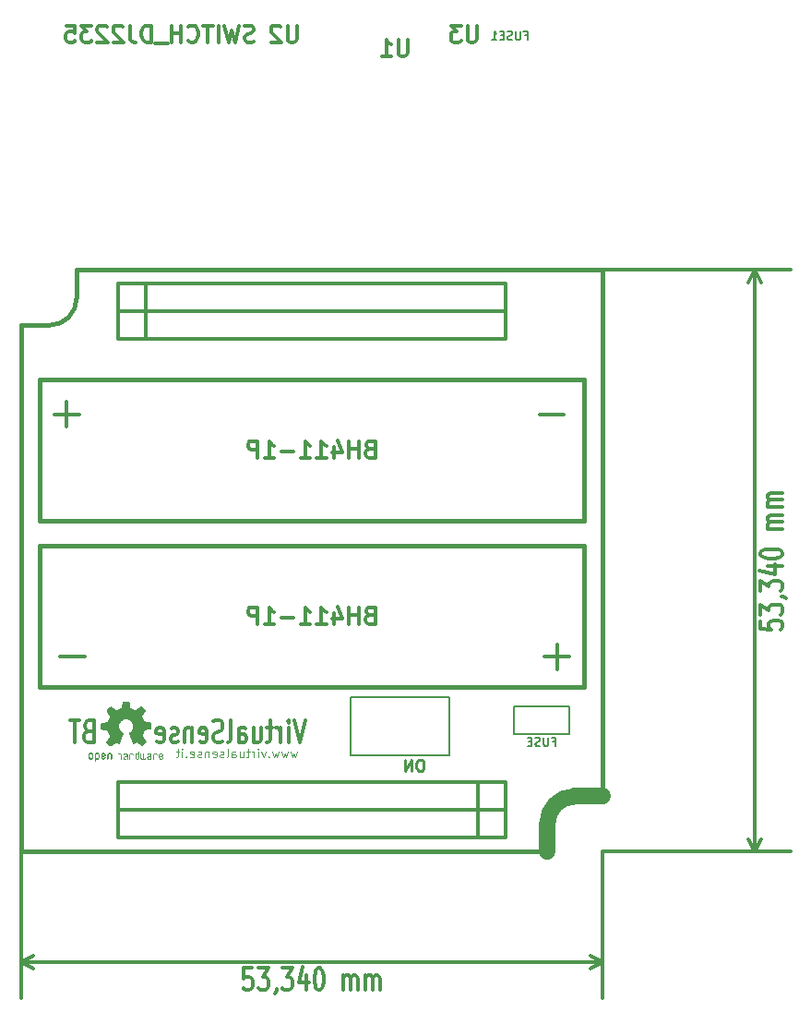
<source format=gbo>
G04 (created by PCBNEW (2013-mar-13)-testing) date Thu 27 Jun 2013 11:50:03 AM CEST*
%MOIN*%
G04 Gerber Fmt 3.4, Leading zero omitted, Abs format*
%FSLAX34Y34*%
G01*
G70*
G90*
G04 APERTURE LIST*
%ADD10C,0.005906*%
%ADD11C,0.015000*%
%ADD12C,0.006000*%
%ADD13C,0.010000*%
%ADD14C,0.012000*%
%ADD15C,0.059055*%
%ADD16C,0.007900*%
%ADD17C,0.011972*%
%ADD18C,0.000100*%
%ADD19C,0.003937*%
%ADD20C,0.079100*%
%ADD21C,0.086929*%
%ADD22C,0.160000*%
%ADD23R,0.080000X0.080000*%
%ADD24C,0.080000*%
%ADD25R,0.079100X0.079100*%
G04 APERTURE END LIST*
G54D10*
G54D11*
X44000Y-47500D02*
X44000Y-66500D01*
X25000Y-47500D02*
X44000Y-47500D01*
X23000Y-68500D02*
X23000Y-49500D01*
X42000Y-68500D02*
X23000Y-68500D01*
X42000Y-67500D02*
X42000Y-68500D01*
X43000Y-66500D02*
X44000Y-66500D01*
X24000Y-49500D02*
X23000Y-49500D01*
X25000Y-48500D02*
X25000Y-47500D01*
X24000Y-49500D02*
G75*
G03X25000Y-48500I0J1000D01*
G74*
G01*
X43000Y-66500D02*
G75*
G03X42000Y-67500I0J-1000D01*
G74*
G01*
G54D12*
X42192Y-64528D02*
X42292Y-64528D01*
X42292Y-64685D02*
X42292Y-64385D01*
X42150Y-64385D01*
X42035Y-64385D02*
X42035Y-64628D01*
X42021Y-64657D01*
X42007Y-64671D01*
X41978Y-64685D01*
X41921Y-64685D01*
X41892Y-64671D01*
X41878Y-64657D01*
X41864Y-64628D01*
X41864Y-64385D01*
X41735Y-64671D02*
X41692Y-64685D01*
X41621Y-64685D01*
X41592Y-64671D01*
X41578Y-64657D01*
X41564Y-64628D01*
X41564Y-64600D01*
X41578Y-64571D01*
X41592Y-64557D01*
X41621Y-64542D01*
X41678Y-64528D01*
X41707Y-64514D01*
X41721Y-64500D01*
X41735Y-64471D01*
X41735Y-64442D01*
X41721Y-64414D01*
X41707Y-64400D01*
X41678Y-64385D01*
X41607Y-64385D01*
X41564Y-64400D01*
X41435Y-64528D02*
X41335Y-64528D01*
X41292Y-64685D02*
X41435Y-64685D01*
X41435Y-64385D01*
X41292Y-64385D01*
G54D13*
X37447Y-65180D02*
X37371Y-65180D01*
X37333Y-65200D01*
X37295Y-65238D01*
X37276Y-65314D01*
X37276Y-65447D01*
X37295Y-65523D01*
X37333Y-65561D01*
X37371Y-65580D01*
X37447Y-65580D01*
X37485Y-65561D01*
X37523Y-65523D01*
X37542Y-65447D01*
X37542Y-65314D01*
X37523Y-65238D01*
X37485Y-65200D01*
X37447Y-65180D01*
X37104Y-65580D02*
X37104Y-65180D01*
X36876Y-65580D01*
X36876Y-65180D01*
G54D14*
X31328Y-72700D02*
X31042Y-72700D01*
X31014Y-73081D01*
X31042Y-73043D01*
X31099Y-73005D01*
X31242Y-73005D01*
X31299Y-73043D01*
X31328Y-73081D01*
X31357Y-73158D01*
X31357Y-73348D01*
X31328Y-73424D01*
X31299Y-73462D01*
X31242Y-73500D01*
X31099Y-73500D01*
X31042Y-73462D01*
X31014Y-73424D01*
X31557Y-72700D02*
X31928Y-72700D01*
X31728Y-73005D01*
X31814Y-73005D01*
X31871Y-73043D01*
X31899Y-73081D01*
X31928Y-73158D01*
X31928Y-73348D01*
X31899Y-73424D01*
X31871Y-73462D01*
X31814Y-73500D01*
X31642Y-73500D01*
X31585Y-73462D01*
X31557Y-73424D01*
X32214Y-73462D02*
X32214Y-73500D01*
X32185Y-73577D01*
X32157Y-73615D01*
X32414Y-72700D02*
X32785Y-72700D01*
X32585Y-73005D01*
X32671Y-73005D01*
X32728Y-73043D01*
X32757Y-73081D01*
X32785Y-73158D01*
X32785Y-73348D01*
X32757Y-73424D01*
X32728Y-73462D01*
X32671Y-73500D01*
X32500Y-73500D01*
X32442Y-73462D01*
X32414Y-73424D01*
X33300Y-72967D02*
X33300Y-73500D01*
X33157Y-72662D02*
X33014Y-73234D01*
X33385Y-73234D01*
X33728Y-72700D02*
X33785Y-72700D01*
X33842Y-72739D01*
X33871Y-72777D01*
X33900Y-72853D01*
X33928Y-73005D01*
X33928Y-73196D01*
X33900Y-73348D01*
X33871Y-73424D01*
X33842Y-73462D01*
X33785Y-73500D01*
X33728Y-73500D01*
X33671Y-73462D01*
X33642Y-73424D01*
X33614Y-73348D01*
X33585Y-73196D01*
X33585Y-73005D01*
X33614Y-72853D01*
X33642Y-72777D01*
X33671Y-72739D01*
X33728Y-72700D01*
X34642Y-73500D02*
X34642Y-72967D01*
X34642Y-73043D02*
X34671Y-73005D01*
X34728Y-72967D01*
X34814Y-72967D01*
X34871Y-73005D01*
X34900Y-73081D01*
X34900Y-73500D01*
X34900Y-73081D02*
X34928Y-73005D01*
X34985Y-72967D01*
X35071Y-72967D01*
X35128Y-73005D01*
X35157Y-73081D01*
X35157Y-73500D01*
X35442Y-73500D02*
X35442Y-72967D01*
X35442Y-73043D02*
X35471Y-73005D01*
X35528Y-72967D01*
X35614Y-72967D01*
X35671Y-73005D01*
X35700Y-73081D01*
X35700Y-73500D01*
X35700Y-73081D02*
X35728Y-73005D01*
X35785Y-72967D01*
X35871Y-72967D01*
X35928Y-73005D01*
X35957Y-73081D01*
X35957Y-73500D01*
X23000Y-72499D02*
X44000Y-72499D01*
X23000Y-68500D02*
X23000Y-73779D01*
X44000Y-68500D02*
X44000Y-73779D01*
X44000Y-72499D02*
X43557Y-72729D01*
X44000Y-72499D02*
X43557Y-72269D01*
X23000Y-72499D02*
X23443Y-72729D01*
X23000Y-72499D02*
X23443Y-72269D01*
X49701Y-60171D02*
X49701Y-60457D01*
X50082Y-60485D01*
X50044Y-60457D01*
X50006Y-60400D01*
X50006Y-60257D01*
X50044Y-60200D01*
X50082Y-60171D01*
X50159Y-60142D01*
X50349Y-60142D01*
X50425Y-60171D01*
X50463Y-60200D01*
X50501Y-60257D01*
X50501Y-60400D01*
X50463Y-60457D01*
X50425Y-60485D01*
X49701Y-59942D02*
X49701Y-59571D01*
X50006Y-59771D01*
X50006Y-59685D01*
X50044Y-59628D01*
X50082Y-59600D01*
X50159Y-59571D01*
X50349Y-59571D01*
X50425Y-59600D01*
X50463Y-59628D01*
X50501Y-59685D01*
X50501Y-59857D01*
X50463Y-59914D01*
X50425Y-59942D01*
X50463Y-59285D02*
X50501Y-59285D01*
X50578Y-59314D01*
X50616Y-59342D01*
X49701Y-59085D02*
X49701Y-58714D01*
X50006Y-58914D01*
X50006Y-58828D01*
X50044Y-58771D01*
X50082Y-58742D01*
X50159Y-58714D01*
X50349Y-58714D01*
X50425Y-58742D01*
X50463Y-58771D01*
X50501Y-58828D01*
X50501Y-59000D01*
X50463Y-59057D01*
X50425Y-59085D01*
X49968Y-58200D02*
X50501Y-58200D01*
X49663Y-58342D02*
X50235Y-58485D01*
X50235Y-58114D01*
X49701Y-57771D02*
X49701Y-57714D01*
X49740Y-57657D01*
X49778Y-57628D01*
X49854Y-57600D01*
X50006Y-57571D01*
X50197Y-57571D01*
X50349Y-57600D01*
X50425Y-57628D01*
X50463Y-57657D01*
X50501Y-57714D01*
X50501Y-57771D01*
X50463Y-57828D01*
X50425Y-57857D01*
X50349Y-57885D01*
X50197Y-57914D01*
X50006Y-57914D01*
X49854Y-57885D01*
X49778Y-57857D01*
X49740Y-57828D01*
X49701Y-57771D01*
X50501Y-56857D02*
X49968Y-56857D01*
X50044Y-56857D02*
X50006Y-56828D01*
X49968Y-56771D01*
X49968Y-56685D01*
X50006Y-56628D01*
X50082Y-56599D01*
X50501Y-56599D01*
X50082Y-56599D02*
X50006Y-56571D01*
X49968Y-56514D01*
X49968Y-56428D01*
X50006Y-56371D01*
X50082Y-56342D01*
X50501Y-56342D01*
X50501Y-56057D02*
X49968Y-56057D01*
X50044Y-56057D02*
X50006Y-56028D01*
X49968Y-55971D01*
X49968Y-55885D01*
X50006Y-55828D01*
X50082Y-55799D01*
X50501Y-55799D01*
X50082Y-55799D02*
X50006Y-55771D01*
X49968Y-55714D01*
X49968Y-55628D01*
X50006Y-55571D01*
X50082Y-55542D01*
X50501Y-55542D01*
X49500Y-68500D02*
X49500Y-47500D01*
X44000Y-68500D02*
X50780Y-68500D01*
X44000Y-47500D02*
X50780Y-47500D01*
X49500Y-47500D02*
X49730Y-47943D01*
X49500Y-47500D02*
X49270Y-47943D01*
X49500Y-68500D02*
X49730Y-68057D01*
X49500Y-68500D02*
X49270Y-68057D01*
G54D15*
X44000Y-66500D02*
X43000Y-66500D01*
X42000Y-68500D02*
X42000Y-67500D01*
X43000Y-66500D02*
G75*
G03X42000Y-67500I0J-1000D01*
G74*
G01*
G54D16*
X38449Y-62905D02*
X34905Y-62905D01*
X34905Y-62905D02*
X34905Y-65031D01*
X34905Y-65031D02*
X38449Y-65031D01*
X38449Y-65031D02*
X38449Y-62905D01*
G54D11*
X23657Y-57441D02*
X43343Y-57441D01*
X43343Y-57441D02*
X43343Y-62559D01*
X43343Y-62559D02*
X23657Y-62559D01*
X23657Y-57441D02*
X23657Y-62559D01*
X43343Y-56559D02*
X23657Y-56559D01*
X23657Y-56559D02*
X23657Y-51441D01*
X23657Y-51441D02*
X43343Y-51441D01*
X43343Y-56559D02*
X43343Y-51441D01*
G54D12*
X40800Y-63260D02*
X40800Y-64260D01*
X40800Y-64260D02*
X42800Y-64260D01*
X42800Y-64260D02*
X42800Y-63260D01*
X42800Y-63260D02*
X40800Y-63260D01*
G54D14*
X40500Y-48000D02*
X40500Y-50000D01*
X26500Y-48000D02*
X26500Y-50000D01*
X27500Y-48000D02*
X27500Y-50000D01*
G54D17*
X26500Y-50000D02*
X40500Y-50000D01*
X26500Y-49000D02*
X40500Y-49000D01*
X26500Y-48000D02*
X40500Y-48000D01*
G54D14*
X26500Y-68000D02*
X26500Y-66000D01*
X40500Y-68000D02*
X40500Y-66000D01*
X39500Y-68000D02*
X39500Y-66000D01*
G54D17*
X40500Y-66000D02*
X26500Y-66000D01*
X40500Y-67000D02*
X26500Y-67000D01*
X40500Y-68000D02*
X26500Y-68000D01*
G54D18*
G36*
X26690Y-63070D02*
X26700Y-63070D01*
X26700Y-63080D01*
X26690Y-63080D01*
X26690Y-63070D01*
X26690Y-63070D01*
G37*
G36*
X26700Y-63070D02*
X26710Y-63070D01*
X26710Y-63080D01*
X26700Y-63080D01*
X26700Y-63070D01*
X26700Y-63070D01*
G37*
G36*
X26710Y-63070D02*
X26720Y-63070D01*
X26720Y-63080D01*
X26710Y-63080D01*
X26710Y-63070D01*
X26710Y-63070D01*
G37*
G36*
X26720Y-63070D02*
X26730Y-63070D01*
X26730Y-63080D01*
X26720Y-63080D01*
X26720Y-63070D01*
X26720Y-63070D01*
G37*
G36*
X26730Y-63070D02*
X26740Y-63070D01*
X26740Y-63080D01*
X26730Y-63080D01*
X26730Y-63070D01*
X26730Y-63070D01*
G37*
G36*
X26740Y-63070D02*
X26750Y-63070D01*
X26750Y-63080D01*
X26740Y-63080D01*
X26740Y-63070D01*
X26740Y-63070D01*
G37*
G36*
X26750Y-63070D02*
X26760Y-63070D01*
X26760Y-63080D01*
X26750Y-63080D01*
X26750Y-63070D01*
X26750Y-63070D01*
G37*
G36*
X26760Y-63070D02*
X26770Y-63070D01*
X26770Y-63080D01*
X26760Y-63080D01*
X26760Y-63070D01*
X26760Y-63070D01*
G37*
G36*
X26770Y-63070D02*
X26780Y-63070D01*
X26780Y-63080D01*
X26770Y-63080D01*
X26770Y-63070D01*
X26770Y-63070D01*
G37*
G36*
X26780Y-63070D02*
X26790Y-63070D01*
X26790Y-63080D01*
X26780Y-63080D01*
X26780Y-63070D01*
X26780Y-63070D01*
G37*
G36*
X26790Y-63070D02*
X26800Y-63070D01*
X26800Y-63080D01*
X26790Y-63080D01*
X26790Y-63070D01*
X26790Y-63070D01*
G37*
G36*
X26800Y-63070D02*
X26810Y-63070D01*
X26810Y-63080D01*
X26800Y-63080D01*
X26800Y-63070D01*
X26800Y-63070D01*
G37*
G36*
X26810Y-63070D02*
X26820Y-63070D01*
X26820Y-63080D01*
X26810Y-63080D01*
X26810Y-63070D01*
X26810Y-63070D01*
G37*
G36*
X26820Y-63070D02*
X26830Y-63070D01*
X26830Y-63080D01*
X26820Y-63080D01*
X26820Y-63070D01*
X26820Y-63070D01*
G37*
G36*
X26830Y-63070D02*
X26840Y-63070D01*
X26840Y-63080D01*
X26830Y-63080D01*
X26830Y-63070D01*
X26830Y-63070D01*
G37*
G36*
X26840Y-63070D02*
X26850Y-63070D01*
X26850Y-63080D01*
X26840Y-63080D01*
X26840Y-63070D01*
X26840Y-63070D01*
G37*
G36*
X26850Y-63070D02*
X26860Y-63070D01*
X26860Y-63080D01*
X26850Y-63080D01*
X26850Y-63070D01*
X26850Y-63070D01*
G37*
G36*
X26860Y-63070D02*
X26870Y-63070D01*
X26870Y-63080D01*
X26860Y-63080D01*
X26860Y-63070D01*
X26860Y-63070D01*
G37*
G36*
X26870Y-63070D02*
X26880Y-63070D01*
X26880Y-63080D01*
X26870Y-63080D01*
X26870Y-63070D01*
X26870Y-63070D01*
G37*
G36*
X26880Y-63070D02*
X26890Y-63070D01*
X26890Y-63080D01*
X26880Y-63080D01*
X26880Y-63070D01*
X26880Y-63070D01*
G37*
G36*
X26670Y-63080D02*
X26680Y-63080D01*
X26680Y-63090D01*
X26670Y-63090D01*
X26670Y-63080D01*
X26670Y-63080D01*
G37*
G36*
X26680Y-63080D02*
X26690Y-63080D01*
X26690Y-63090D01*
X26680Y-63090D01*
X26680Y-63080D01*
X26680Y-63080D01*
G37*
G36*
X26690Y-63080D02*
X26700Y-63080D01*
X26700Y-63090D01*
X26690Y-63090D01*
X26690Y-63080D01*
X26690Y-63080D01*
G37*
G36*
X26700Y-63080D02*
X26710Y-63080D01*
X26710Y-63090D01*
X26700Y-63090D01*
X26700Y-63080D01*
X26700Y-63080D01*
G37*
G36*
X26710Y-63080D02*
X26720Y-63080D01*
X26720Y-63090D01*
X26710Y-63090D01*
X26710Y-63080D01*
X26710Y-63080D01*
G37*
G36*
X26720Y-63080D02*
X26730Y-63080D01*
X26730Y-63090D01*
X26720Y-63090D01*
X26720Y-63080D01*
X26720Y-63080D01*
G37*
G36*
X26730Y-63080D02*
X26740Y-63080D01*
X26740Y-63090D01*
X26730Y-63090D01*
X26730Y-63080D01*
X26730Y-63080D01*
G37*
G36*
X26740Y-63080D02*
X26750Y-63080D01*
X26750Y-63090D01*
X26740Y-63090D01*
X26740Y-63080D01*
X26740Y-63080D01*
G37*
G36*
X26750Y-63080D02*
X26760Y-63080D01*
X26760Y-63090D01*
X26750Y-63090D01*
X26750Y-63080D01*
X26750Y-63080D01*
G37*
G36*
X26760Y-63080D02*
X26770Y-63080D01*
X26770Y-63090D01*
X26760Y-63090D01*
X26760Y-63080D01*
X26760Y-63080D01*
G37*
G36*
X26770Y-63080D02*
X26780Y-63080D01*
X26780Y-63090D01*
X26770Y-63090D01*
X26770Y-63080D01*
X26770Y-63080D01*
G37*
G36*
X26780Y-63080D02*
X26790Y-63080D01*
X26790Y-63090D01*
X26780Y-63090D01*
X26780Y-63080D01*
X26780Y-63080D01*
G37*
G36*
X26790Y-63080D02*
X26800Y-63080D01*
X26800Y-63090D01*
X26790Y-63090D01*
X26790Y-63080D01*
X26790Y-63080D01*
G37*
G36*
X26800Y-63080D02*
X26810Y-63080D01*
X26810Y-63090D01*
X26800Y-63090D01*
X26800Y-63080D01*
X26800Y-63080D01*
G37*
G36*
X26810Y-63080D02*
X26820Y-63080D01*
X26820Y-63090D01*
X26810Y-63090D01*
X26810Y-63080D01*
X26810Y-63080D01*
G37*
G36*
X26820Y-63080D02*
X26830Y-63080D01*
X26830Y-63090D01*
X26820Y-63090D01*
X26820Y-63080D01*
X26820Y-63080D01*
G37*
G36*
X26830Y-63080D02*
X26840Y-63080D01*
X26840Y-63090D01*
X26830Y-63090D01*
X26830Y-63080D01*
X26830Y-63080D01*
G37*
G36*
X26840Y-63080D02*
X26850Y-63080D01*
X26850Y-63090D01*
X26840Y-63090D01*
X26840Y-63080D01*
X26840Y-63080D01*
G37*
G36*
X26850Y-63080D02*
X26860Y-63080D01*
X26860Y-63090D01*
X26850Y-63090D01*
X26850Y-63080D01*
X26850Y-63080D01*
G37*
G36*
X26860Y-63080D02*
X26870Y-63080D01*
X26870Y-63090D01*
X26860Y-63090D01*
X26860Y-63080D01*
X26860Y-63080D01*
G37*
G36*
X26870Y-63080D02*
X26880Y-63080D01*
X26880Y-63090D01*
X26870Y-63090D01*
X26870Y-63080D01*
X26870Y-63080D01*
G37*
G36*
X26880Y-63080D02*
X26890Y-63080D01*
X26890Y-63090D01*
X26880Y-63090D01*
X26880Y-63080D01*
X26880Y-63080D01*
G37*
G36*
X26890Y-63080D02*
X26900Y-63080D01*
X26900Y-63090D01*
X26890Y-63090D01*
X26890Y-63080D01*
X26890Y-63080D01*
G37*
G36*
X26900Y-63080D02*
X26910Y-63080D01*
X26910Y-63090D01*
X26900Y-63090D01*
X26900Y-63080D01*
X26900Y-63080D01*
G37*
G36*
X26660Y-63090D02*
X26670Y-63090D01*
X26670Y-63100D01*
X26660Y-63100D01*
X26660Y-63090D01*
X26660Y-63090D01*
G37*
G36*
X26670Y-63090D02*
X26680Y-63090D01*
X26680Y-63100D01*
X26670Y-63100D01*
X26670Y-63090D01*
X26670Y-63090D01*
G37*
G36*
X26680Y-63090D02*
X26690Y-63090D01*
X26690Y-63100D01*
X26680Y-63100D01*
X26680Y-63090D01*
X26680Y-63090D01*
G37*
G36*
X26690Y-63090D02*
X26700Y-63090D01*
X26700Y-63100D01*
X26690Y-63100D01*
X26690Y-63090D01*
X26690Y-63090D01*
G37*
G36*
X26700Y-63090D02*
X26710Y-63090D01*
X26710Y-63100D01*
X26700Y-63100D01*
X26700Y-63090D01*
X26700Y-63090D01*
G37*
G36*
X26710Y-63090D02*
X26720Y-63090D01*
X26720Y-63100D01*
X26710Y-63100D01*
X26710Y-63090D01*
X26710Y-63090D01*
G37*
G36*
X26720Y-63090D02*
X26730Y-63090D01*
X26730Y-63100D01*
X26720Y-63100D01*
X26720Y-63090D01*
X26720Y-63090D01*
G37*
G36*
X26730Y-63090D02*
X26740Y-63090D01*
X26740Y-63100D01*
X26730Y-63100D01*
X26730Y-63090D01*
X26730Y-63090D01*
G37*
G36*
X26740Y-63090D02*
X26750Y-63090D01*
X26750Y-63100D01*
X26740Y-63100D01*
X26740Y-63090D01*
X26740Y-63090D01*
G37*
G36*
X26750Y-63090D02*
X26760Y-63090D01*
X26760Y-63100D01*
X26750Y-63100D01*
X26750Y-63090D01*
X26750Y-63090D01*
G37*
G36*
X26760Y-63090D02*
X26770Y-63090D01*
X26770Y-63100D01*
X26760Y-63100D01*
X26760Y-63090D01*
X26760Y-63090D01*
G37*
G36*
X26770Y-63090D02*
X26780Y-63090D01*
X26780Y-63100D01*
X26770Y-63100D01*
X26770Y-63090D01*
X26770Y-63090D01*
G37*
G36*
X26780Y-63090D02*
X26790Y-63090D01*
X26790Y-63100D01*
X26780Y-63100D01*
X26780Y-63090D01*
X26780Y-63090D01*
G37*
G36*
X26790Y-63090D02*
X26800Y-63090D01*
X26800Y-63100D01*
X26790Y-63100D01*
X26790Y-63090D01*
X26790Y-63090D01*
G37*
G36*
X26800Y-63090D02*
X26810Y-63090D01*
X26810Y-63100D01*
X26800Y-63100D01*
X26800Y-63090D01*
X26800Y-63090D01*
G37*
G36*
X26810Y-63090D02*
X26820Y-63090D01*
X26820Y-63100D01*
X26810Y-63100D01*
X26810Y-63090D01*
X26810Y-63090D01*
G37*
G36*
X26820Y-63090D02*
X26830Y-63090D01*
X26830Y-63100D01*
X26820Y-63100D01*
X26820Y-63090D01*
X26820Y-63090D01*
G37*
G36*
X26830Y-63090D02*
X26840Y-63090D01*
X26840Y-63100D01*
X26830Y-63100D01*
X26830Y-63090D01*
X26830Y-63090D01*
G37*
G36*
X26840Y-63090D02*
X26850Y-63090D01*
X26850Y-63100D01*
X26840Y-63100D01*
X26840Y-63090D01*
X26840Y-63090D01*
G37*
G36*
X26850Y-63090D02*
X26860Y-63090D01*
X26860Y-63100D01*
X26850Y-63100D01*
X26850Y-63090D01*
X26850Y-63090D01*
G37*
G36*
X26860Y-63090D02*
X26870Y-63090D01*
X26870Y-63100D01*
X26860Y-63100D01*
X26860Y-63090D01*
X26860Y-63090D01*
G37*
G36*
X26870Y-63090D02*
X26880Y-63090D01*
X26880Y-63100D01*
X26870Y-63100D01*
X26870Y-63090D01*
X26870Y-63090D01*
G37*
G36*
X26880Y-63090D02*
X26890Y-63090D01*
X26890Y-63100D01*
X26880Y-63100D01*
X26880Y-63090D01*
X26880Y-63090D01*
G37*
G36*
X26890Y-63090D02*
X26900Y-63090D01*
X26900Y-63100D01*
X26890Y-63100D01*
X26890Y-63090D01*
X26890Y-63090D01*
G37*
G36*
X26900Y-63090D02*
X26910Y-63090D01*
X26910Y-63100D01*
X26900Y-63100D01*
X26900Y-63090D01*
X26900Y-63090D01*
G37*
G36*
X26660Y-63100D02*
X26670Y-63100D01*
X26670Y-63110D01*
X26660Y-63110D01*
X26660Y-63100D01*
X26660Y-63100D01*
G37*
G36*
X26670Y-63100D02*
X26680Y-63100D01*
X26680Y-63110D01*
X26670Y-63110D01*
X26670Y-63100D01*
X26670Y-63100D01*
G37*
G36*
X26680Y-63100D02*
X26690Y-63100D01*
X26690Y-63110D01*
X26680Y-63110D01*
X26680Y-63100D01*
X26680Y-63100D01*
G37*
G36*
X26690Y-63100D02*
X26700Y-63100D01*
X26700Y-63110D01*
X26690Y-63110D01*
X26690Y-63100D01*
X26690Y-63100D01*
G37*
G36*
X26700Y-63100D02*
X26710Y-63100D01*
X26710Y-63110D01*
X26700Y-63110D01*
X26700Y-63100D01*
X26700Y-63100D01*
G37*
G36*
X26710Y-63100D02*
X26720Y-63100D01*
X26720Y-63110D01*
X26710Y-63110D01*
X26710Y-63100D01*
X26710Y-63100D01*
G37*
G36*
X26720Y-63100D02*
X26730Y-63100D01*
X26730Y-63110D01*
X26720Y-63110D01*
X26720Y-63100D01*
X26720Y-63100D01*
G37*
G36*
X26730Y-63100D02*
X26740Y-63100D01*
X26740Y-63110D01*
X26730Y-63110D01*
X26730Y-63100D01*
X26730Y-63100D01*
G37*
G36*
X26740Y-63100D02*
X26750Y-63100D01*
X26750Y-63110D01*
X26740Y-63110D01*
X26740Y-63100D01*
X26740Y-63100D01*
G37*
G36*
X26750Y-63100D02*
X26760Y-63100D01*
X26760Y-63110D01*
X26750Y-63110D01*
X26750Y-63100D01*
X26750Y-63100D01*
G37*
G36*
X26760Y-63100D02*
X26770Y-63100D01*
X26770Y-63110D01*
X26760Y-63110D01*
X26760Y-63100D01*
X26760Y-63100D01*
G37*
G36*
X26770Y-63100D02*
X26780Y-63100D01*
X26780Y-63110D01*
X26770Y-63110D01*
X26770Y-63100D01*
X26770Y-63100D01*
G37*
G36*
X26780Y-63100D02*
X26790Y-63100D01*
X26790Y-63110D01*
X26780Y-63110D01*
X26780Y-63100D01*
X26780Y-63100D01*
G37*
G36*
X26790Y-63100D02*
X26800Y-63100D01*
X26800Y-63110D01*
X26790Y-63110D01*
X26790Y-63100D01*
X26790Y-63100D01*
G37*
G36*
X26800Y-63100D02*
X26810Y-63100D01*
X26810Y-63110D01*
X26800Y-63110D01*
X26800Y-63100D01*
X26800Y-63100D01*
G37*
G36*
X26810Y-63100D02*
X26820Y-63100D01*
X26820Y-63110D01*
X26810Y-63110D01*
X26810Y-63100D01*
X26810Y-63100D01*
G37*
G36*
X26820Y-63100D02*
X26830Y-63100D01*
X26830Y-63110D01*
X26820Y-63110D01*
X26820Y-63100D01*
X26820Y-63100D01*
G37*
G36*
X26830Y-63100D02*
X26840Y-63100D01*
X26840Y-63110D01*
X26830Y-63110D01*
X26830Y-63100D01*
X26830Y-63100D01*
G37*
G36*
X26840Y-63100D02*
X26850Y-63100D01*
X26850Y-63110D01*
X26840Y-63110D01*
X26840Y-63100D01*
X26840Y-63100D01*
G37*
G36*
X26850Y-63100D02*
X26860Y-63100D01*
X26860Y-63110D01*
X26850Y-63110D01*
X26850Y-63100D01*
X26850Y-63100D01*
G37*
G36*
X26860Y-63100D02*
X26870Y-63100D01*
X26870Y-63110D01*
X26860Y-63110D01*
X26860Y-63100D01*
X26860Y-63100D01*
G37*
G36*
X26870Y-63100D02*
X26880Y-63100D01*
X26880Y-63110D01*
X26870Y-63110D01*
X26870Y-63100D01*
X26870Y-63100D01*
G37*
G36*
X26880Y-63100D02*
X26890Y-63100D01*
X26890Y-63110D01*
X26880Y-63110D01*
X26880Y-63100D01*
X26880Y-63100D01*
G37*
G36*
X26890Y-63100D02*
X26900Y-63100D01*
X26900Y-63110D01*
X26890Y-63110D01*
X26890Y-63100D01*
X26890Y-63100D01*
G37*
G36*
X26900Y-63100D02*
X26910Y-63100D01*
X26910Y-63110D01*
X26900Y-63110D01*
X26900Y-63100D01*
X26900Y-63100D01*
G37*
G36*
X26660Y-63110D02*
X26670Y-63110D01*
X26670Y-63120D01*
X26660Y-63120D01*
X26660Y-63110D01*
X26660Y-63110D01*
G37*
G36*
X26670Y-63110D02*
X26680Y-63110D01*
X26680Y-63120D01*
X26670Y-63120D01*
X26670Y-63110D01*
X26670Y-63110D01*
G37*
G36*
X26680Y-63110D02*
X26690Y-63110D01*
X26690Y-63120D01*
X26680Y-63120D01*
X26680Y-63110D01*
X26680Y-63110D01*
G37*
G36*
X26690Y-63110D02*
X26700Y-63110D01*
X26700Y-63120D01*
X26690Y-63120D01*
X26690Y-63110D01*
X26690Y-63110D01*
G37*
G36*
X26700Y-63110D02*
X26710Y-63110D01*
X26710Y-63120D01*
X26700Y-63120D01*
X26700Y-63110D01*
X26700Y-63110D01*
G37*
G36*
X26710Y-63110D02*
X26720Y-63110D01*
X26720Y-63120D01*
X26710Y-63120D01*
X26710Y-63110D01*
X26710Y-63110D01*
G37*
G36*
X26720Y-63110D02*
X26730Y-63110D01*
X26730Y-63120D01*
X26720Y-63120D01*
X26720Y-63110D01*
X26720Y-63110D01*
G37*
G36*
X26730Y-63110D02*
X26740Y-63110D01*
X26740Y-63120D01*
X26730Y-63120D01*
X26730Y-63110D01*
X26730Y-63110D01*
G37*
G36*
X26740Y-63110D02*
X26750Y-63110D01*
X26750Y-63120D01*
X26740Y-63120D01*
X26740Y-63110D01*
X26740Y-63110D01*
G37*
G36*
X26750Y-63110D02*
X26760Y-63110D01*
X26760Y-63120D01*
X26750Y-63120D01*
X26750Y-63110D01*
X26750Y-63110D01*
G37*
G36*
X26760Y-63110D02*
X26770Y-63110D01*
X26770Y-63120D01*
X26760Y-63120D01*
X26760Y-63110D01*
X26760Y-63110D01*
G37*
G36*
X26770Y-63110D02*
X26780Y-63110D01*
X26780Y-63120D01*
X26770Y-63120D01*
X26770Y-63110D01*
X26770Y-63110D01*
G37*
G36*
X26780Y-63110D02*
X26790Y-63110D01*
X26790Y-63120D01*
X26780Y-63120D01*
X26780Y-63110D01*
X26780Y-63110D01*
G37*
G36*
X26790Y-63110D02*
X26800Y-63110D01*
X26800Y-63120D01*
X26790Y-63120D01*
X26790Y-63110D01*
X26790Y-63110D01*
G37*
G36*
X26800Y-63110D02*
X26810Y-63110D01*
X26810Y-63120D01*
X26800Y-63120D01*
X26800Y-63110D01*
X26800Y-63110D01*
G37*
G36*
X26810Y-63110D02*
X26820Y-63110D01*
X26820Y-63120D01*
X26810Y-63120D01*
X26810Y-63110D01*
X26810Y-63110D01*
G37*
G36*
X26820Y-63110D02*
X26830Y-63110D01*
X26830Y-63120D01*
X26820Y-63120D01*
X26820Y-63110D01*
X26820Y-63110D01*
G37*
G36*
X26830Y-63110D02*
X26840Y-63110D01*
X26840Y-63120D01*
X26830Y-63120D01*
X26830Y-63110D01*
X26830Y-63110D01*
G37*
G36*
X26840Y-63110D02*
X26850Y-63110D01*
X26850Y-63120D01*
X26840Y-63120D01*
X26840Y-63110D01*
X26840Y-63110D01*
G37*
G36*
X26850Y-63110D02*
X26860Y-63110D01*
X26860Y-63120D01*
X26850Y-63120D01*
X26850Y-63110D01*
X26850Y-63110D01*
G37*
G36*
X26860Y-63110D02*
X26870Y-63110D01*
X26870Y-63120D01*
X26860Y-63120D01*
X26860Y-63110D01*
X26860Y-63110D01*
G37*
G36*
X26870Y-63110D02*
X26880Y-63110D01*
X26880Y-63120D01*
X26870Y-63120D01*
X26870Y-63110D01*
X26870Y-63110D01*
G37*
G36*
X26880Y-63110D02*
X26890Y-63110D01*
X26890Y-63120D01*
X26880Y-63120D01*
X26880Y-63110D01*
X26880Y-63110D01*
G37*
G36*
X26890Y-63110D02*
X26900Y-63110D01*
X26900Y-63120D01*
X26890Y-63120D01*
X26890Y-63110D01*
X26890Y-63110D01*
G37*
G36*
X26900Y-63110D02*
X26910Y-63110D01*
X26910Y-63120D01*
X26900Y-63120D01*
X26900Y-63110D01*
X26900Y-63110D01*
G37*
G36*
X26660Y-63120D02*
X26670Y-63120D01*
X26670Y-63130D01*
X26660Y-63130D01*
X26660Y-63120D01*
X26660Y-63120D01*
G37*
G36*
X26670Y-63120D02*
X26680Y-63120D01*
X26680Y-63130D01*
X26670Y-63130D01*
X26670Y-63120D01*
X26670Y-63120D01*
G37*
G36*
X26680Y-63120D02*
X26690Y-63120D01*
X26690Y-63130D01*
X26680Y-63130D01*
X26680Y-63120D01*
X26680Y-63120D01*
G37*
G36*
X26690Y-63120D02*
X26700Y-63120D01*
X26700Y-63130D01*
X26690Y-63130D01*
X26690Y-63120D01*
X26690Y-63120D01*
G37*
G36*
X26700Y-63120D02*
X26710Y-63120D01*
X26710Y-63130D01*
X26700Y-63130D01*
X26700Y-63120D01*
X26700Y-63120D01*
G37*
G36*
X26710Y-63120D02*
X26720Y-63120D01*
X26720Y-63130D01*
X26710Y-63130D01*
X26710Y-63120D01*
X26710Y-63120D01*
G37*
G36*
X26720Y-63120D02*
X26730Y-63120D01*
X26730Y-63130D01*
X26720Y-63130D01*
X26720Y-63120D01*
X26720Y-63120D01*
G37*
G36*
X26730Y-63120D02*
X26740Y-63120D01*
X26740Y-63130D01*
X26730Y-63130D01*
X26730Y-63120D01*
X26730Y-63120D01*
G37*
G36*
X26740Y-63120D02*
X26750Y-63120D01*
X26750Y-63130D01*
X26740Y-63130D01*
X26740Y-63120D01*
X26740Y-63120D01*
G37*
G36*
X26750Y-63120D02*
X26760Y-63120D01*
X26760Y-63130D01*
X26750Y-63130D01*
X26750Y-63120D01*
X26750Y-63120D01*
G37*
G36*
X26760Y-63120D02*
X26770Y-63120D01*
X26770Y-63130D01*
X26760Y-63130D01*
X26760Y-63120D01*
X26760Y-63120D01*
G37*
G36*
X26770Y-63120D02*
X26780Y-63120D01*
X26780Y-63130D01*
X26770Y-63130D01*
X26770Y-63120D01*
X26770Y-63120D01*
G37*
G36*
X26780Y-63120D02*
X26790Y-63120D01*
X26790Y-63130D01*
X26780Y-63130D01*
X26780Y-63120D01*
X26780Y-63120D01*
G37*
G36*
X26790Y-63120D02*
X26800Y-63120D01*
X26800Y-63130D01*
X26790Y-63130D01*
X26790Y-63120D01*
X26790Y-63120D01*
G37*
G36*
X26800Y-63120D02*
X26810Y-63120D01*
X26810Y-63130D01*
X26800Y-63130D01*
X26800Y-63120D01*
X26800Y-63120D01*
G37*
G36*
X26810Y-63120D02*
X26820Y-63120D01*
X26820Y-63130D01*
X26810Y-63130D01*
X26810Y-63120D01*
X26810Y-63120D01*
G37*
G36*
X26820Y-63120D02*
X26830Y-63120D01*
X26830Y-63130D01*
X26820Y-63130D01*
X26820Y-63120D01*
X26820Y-63120D01*
G37*
G36*
X26830Y-63120D02*
X26840Y-63120D01*
X26840Y-63130D01*
X26830Y-63130D01*
X26830Y-63120D01*
X26830Y-63120D01*
G37*
G36*
X26840Y-63120D02*
X26850Y-63120D01*
X26850Y-63130D01*
X26840Y-63130D01*
X26840Y-63120D01*
X26840Y-63120D01*
G37*
G36*
X26850Y-63120D02*
X26860Y-63120D01*
X26860Y-63130D01*
X26850Y-63130D01*
X26850Y-63120D01*
X26850Y-63120D01*
G37*
G36*
X26860Y-63120D02*
X26870Y-63120D01*
X26870Y-63130D01*
X26860Y-63130D01*
X26860Y-63120D01*
X26860Y-63120D01*
G37*
G36*
X26870Y-63120D02*
X26880Y-63120D01*
X26880Y-63130D01*
X26870Y-63130D01*
X26870Y-63120D01*
X26870Y-63120D01*
G37*
G36*
X26880Y-63120D02*
X26890Y-63120D01*
X26890Y-63130D01*
X26880Y-63130D01*
X26880Y-63120D01*
X26880Y-63120D01*
G37*
G36*
X26890Y-63120D02*
X26900Y-63120D01*
X26900Y-63130D01*
X26890Y-63130D01*
X26890Y-63120D01*
X26890Y-63120D01*
G37*
G36*
X26900Y-63120D02*
X26910Y-63120D01*
X26910Y-63130D01*
X26900Y-63130D01*
X26900Y-63120D01*
X26900Y-63120D01*
G37*
G36*
X26650Y-63130D02*
X26660Y-63130D01*
X26660Y-63140D01*
X26650Y-63140D01*
X26650Y-63130D01*
X26650Y-63130D01*
G37*
G36*
X26660Y-63130D02*
X26670Y-63130D01*
X26670Y-63140D01*
X26660Y-63140D01*
X26660Y-63130D01*
X26660Y-63130D01*
G37*
G36*
X26670Y-63130D02*
X26680Y-63130D01*
X26680Y-63140D01*
X26670Y-63140D01*
X26670Y-63130D01*
X26670Y-63130D01*
G37*
G36*
X26680Y-63130D02*
X26690Y-63130D01*
X26690Y-63140D01*
X26680Y-63140D01*
X26680Y-63130D01*
X26680Y-63130D01*
G37*
G36*
X26690Y-63130D02*
X26700Y-63130D01*
X26700Y-63140D01*
X26690Y-63140D01*
X26690Y-63130D01*
X26690Y-63130D01*
G37*
G36*
X26700Y-63130D02*
X26710Y-63130D01*
X26710Y-63140D01*
X26700Y-63140D01*
X26700Y-63130D01*
X26700Y-63130D01*
G37*
G36*
X26710Y-63130D02*
X26720Y-63130D01*
X26720Y-63140D01*
X26710Y-63140D01*
X26710Y-63130D01*
X26710Y-63130D01*
G37*
G36*
X26720Y-63130D02*
X26730Y-63130D01*
X26730Y-63140D01*
X26720Y-63140D01*
X26720Y-63130D01*
X26720Y-63130D01*
G37*
G36*
X26730Y-63130D02*
X26740Y-63130D01*
X26740Y-63140D01*
X26730Y-63140D01*
X26730Y-63130D01*
X26730Y-63130D01*
G37*
G36*
X26740Y-63130D02*
X26750Y-63130D01*
X26750Y-63140D01*
X26740Y-63140D01*
X26740Y-63130D01*
X26740Y-63130D01*
G37*
G36*
X26750Y-63130D02*
X26760Y-63130D01*
X26760Y-63140D01*
X26750Y-63140D01*
X26750Y-63130D01*
X26750Y-63130D01*
G37*
G36*
X26760Y-63130D02*
X26770Y-63130D01*
X26770Y-63140D01*
X26760Y-63140D01*
X26760Y-63130D01*
X26760Y-63130D01*
G37*
G36*
X26770Y-63130D02*
X26780Y-63130D01*
X26780Y-63140D01*
X26770Y-63140D01*
X26770Y-63130D01*
X26770Y-63130D01*
G37*
G36*
X26780Y-63130D02*
X26790Y-63130D01*
X26790Y-63140D01*
X26780Y-63140D01*
X26780Y-63130D01*
X26780Y-63130D01*
G37*
G36*
X26790Y-63130D02*
X26800Y-63130D01*
X26800Y-63140D01*
X26790Y-63140D01*
X26790Y-63130D01*
X26790Y-63130D01*
G37*
G36*
X26800Y-63130D02*
X26810Y-63130D01*
X26810Y-63140D01*
X26800Y-63140D01*
X26800Y-63130D01*
X26800Y-63130D01*
G37*
G36*
X26810Y-63130D02*
X26820Y-63130D01*
X26820Y-63140D01*
X26810Y-63140D01*
X26810Y-63130D01*
X26810Y-63130D01*
G37*
G36*
X26820Y-63130D02*
X26830Y-63130D01*
X26830Y-63140D01*
X26820Y-63140D01*
X26820Y-63130D01*
X26820Y-63130D01*
G37*
G36*
X26830Y-63130D02*
X26840Y-63130D01*
X26840Y-63140D01*
X26830Y-63140D01*
X26830Y-63130D01*
X26830Y-63130D01*
G37*
G36*
X26840Y-63130D02*
X26850Y-63130D01*
X26850Y-63140D01*
X26840Y-63140D01*
X26840Y-63130D01*
X26840Y-63130D01*
G37*
G36*
X26850Y-63130D02*
X26860Y-63130D01*
X26860Y-63140D01*
X26850Y-63140D01*
X26850Y-63130D01*
X26850Y-63130D01*
G37*
G36*
X26860Y-63130D02*
X26870Y-63130D01*
X26870Y-63140D01*
X26860Y-63140D01*
X26860Y-63130D01*
X26860Y-63130D01*
G37*
G36*
X26870Y-63130D02*
X26880Y-63130D01*
X26880Y-63140D01*
X26870Y-63140D01*
X26870Y-63130D01*
X26870Y-63130D01*
G37*
G36*
X26880Y-63130D02*
X26890Y-63130D01*
X26890Y-63140D01*
X26880Y-63140D01*
X26880Y-63130D01*
X26880Y-63130D01*
G37*
G36*
X26890Y-63130D02*
X26900Y-63130D01*
X26900Y-63140D01*
X26890Y-63140D01*
X26890Y-63130D01*
X26890Y-63130D01*
G37*
G36*
X26900Y-63130D02*
X26910Y-63130D01*
X26910Y-63140D01*
X26900Y-63140D01*
X26900Y-63130D01*
X26900Y-63130D01*
G37*
G36*
X26910Y-63130D02*
X26920Y-63130D01*
X26920Y-63140D01*
X26910Y-63140D01*
X26910Y-63130D01*
X26910Y-63130D01*
G37*
G36*
X26650Y-63140D02*
X26660Y-63140D01*
X26660Y-63150D01*
X26650Y-63150D01*
X26650Y-63140D01*
X26650Y-63140D01*
G37*
G36*
X26660Y-63140D02*
X26670Y-63140D01*
X26670Y-63150D01*
X26660Y-63150D01*
X26660Y-63140D01*
X26660Y-63140D01*
G37*
G36*
X26670Y-63140D02*
X26680Y-63140D01*
X26680Y-63150D01*
X26670Y-63150D01*
X26670Y-63140D01*
X26670Y-63140D01*
G37*
G36*
X26680Y-63140D02*
X26690Y-63140D01*
X26690Y-63150D01*
X26680Y-63150D01*
X26680Y-63140D01*
X26680Y-63140D01*
G37*
G36*
X26690Y-63140D02*
X26700Y-63140D01*
X26700Y-63150D01*
X26690Y-63150D01*
X26690Y-63140D01*
X26690Y-63140D01*
G37*
G36*
X26700Y-63140D02*
X26710Y-63140D01*
X26710Y-63150D01*
X26700Y-63150D01*
X26700Y-63140D01*
X26700Y-63140D01*
G37*
G36*
X26710Y-63140D02*
X26720Y-63140D01*
X26720Y-63150D01*
X26710Y-63150D01*
X26710Y-63140D01*
X26710Y-63140D01*
G37*
G36*
X26720Y-63140D02*
X26730Y-63140D01*
X26730Y-63150D01*
X26720Y-63150D01*
X26720Y-63140D01*
X26720Y-63140D01*
G37*
G36*
X26730Y-63140D02*
X26740Y-63140D01*
X26740Y-63150D01*
X26730Y-63150D01*
X26730Y-63140D01*
X26730Y-63140D01*
G37*
G36*
X26740Y-63140D02*
X26750Y-63140D01*
X26750Y-63150D01*
X26740Y-63150D01*
X26740Y-63140D01*
X26740Y-63140D01*
G37*
G36*
X26750Y-63140D02*
X26760Y-63140D01*
X26760Y-63150D01*
X26750Y-63150D01*
X26750Y-63140D01*
X26750Y-63140D01*
G37*
G36*
X26760Y-63140D02*
X26770Y-63140D01*
X26770Y-63150D01*
X26760Y-63150D01*
X26760Y-63140D01*
X26760Y-63140D01*
G37*
G36*
X26770Y-63140D02*
X26780Y-63140D01*
X26780Y-63150D01*
X26770Y-63150D01*
X26770Y-63140D01*
X26770Y-63140D01*
G37*
G36*
X26780Y-63140D02*
X26790Y-63140D01*
X26790Y-63150D01*
X26780Y-63150D01*
X26780Y-63140D01*
X26780Y-63140D01*
G37*
G36*
X26790Y-63140D02*
X26800Y-63140D01*
X26800Y-63150D01*
X26790Y-63150D01*
X26790Y-63140D01*
X26790Y-63140D01*
G37*
G36*
X26800Y-63140D02*
X26810Y-63140D01*
X26810Y-63150D01*
X26800Y-63150D01*
X26800Y-63140D01*
X26800Y-63140D01*
G37*
G36*
X26810Y-63140D02*
X26820Y-63140D01*
X26820Y-63150D01*
X26810Y-63150D01*
X26810Y-63140D01*
X26810Y-63140D01*
G37*
G36*
X26820Y-63140D02*
X26830Y-63140D01*
X26830Y-63150D01*
X26820Y-63150D01*
X26820Y-63140D01*
X26820Y-63140D01*
G37*
G36*
X26830Y-63140D02*
X26840Y-63140D01*
X26840Y-63150D01*
X26830Y-63150D01*
X26830Y-63140D01*
X26830Y-63140D01*
G37*
G36*
X26840Y-63140D02*
X26850Y-63140D01*
X26850Y-63150D01*
X26840Y-63150D01*
X26840Y-63140D01*
X26840Y-63140D01*
G37*
G36*
X26850Y-63140D02*
X26860Y-63140D01*
X26860Y-63150D01*
X26850Y-63150D01*
X26850Y-63140D01*
X26850Y-63140D01*
G37*
G36*
X26860Y-63140D02*
X26870Y-63140D01*
X26870Y-63150D01*
X26860Y-63150D01*
X26860Y-63140D01*
X26860Y-63140D01*
G37*
G36*
X26870Y-63140D02*
X26880Y-63140D01*
X26880Y-63150D01*
X26870Y-63150D01*
X26870Y-63140D01*
X26870Y-63140D01*
G37*
G36*
X26880Y-63140D02*
X26890Y-63140D01*
X26890Y-63150D01*
X26880Y-63150D01*
X26880Y-63140D01*
X26880Y-63140D01*
G37*
G36*
X26890Y-63140D02*
X26900Y-63140D01*
X26900Y-63150D01*
X26890Y-63150D01*
X26890Y-63140D01*
X26890Y-63140D01*
G37*
G36*
X26900Y-63140D02*
X26910Y-63140D01*
X26910Y-63150D01*
X26900Y-63150D01*
X26900Y-63140D01*
X26900Y-63140D01*
G37*
G36*
X26910Y-63140D02*
X26920Y-63140D01*
X26920Y-63150D01*
X26910Y-63150D01*
X26910Y-63140D01*
X26910Y-63140D01*
G37*
G36*
X26650Y-63150D02*
X26660Y-63150D01*
X26660Y-63160D01*
X26650Y-63160D01*
X26650Y-63150D01*
X26650Y-63150D01*
G37*
G36*
X26660Y-63150D02*
X26670Y-63150D01*
X26670Y-63160D01*
X26660Y-63160D01*
X26660Y-63150D01*
X26660Y-63150D01*
G37*
G36*
X26670Y-63150D02*
X26680Y-63150D01*
X26680Y-63160D01*
X26670Y-63160D01*
X26670Y-63150D01*
X26670Y-63150D01*
G37*
G36*
X26680Y-63150D02*
X26690Y-63150D01*
X26690Y-63160D01*
X26680Y-63160D01*
X26680Y-63150D01*
X26680Y-63150D01*
G37*
G36*
X26690Y-63150D02*
X26700Y-63150D01*
X26700Y-63160D01*
X26690Y-63160D01*
X26690Y-63150D01*
X26690Y-63150D01*
G37*
G36*
X26700Y-63150D02*
X26710Y-63150D01*
X26710Y-63160D01*
X26700Y-63160D01*
X26700Y-63150D01*
X26700Y-63150D01*
G37*
G36*
X26710Y-63150D02*
X26720Y-63150D01*
X26720Y-63160D01*
X26710Y-63160D01*
X26710Y-63150D01*
X26710Y-63150D01*
G37*
G36*
X26720Y-63150D02*
X26730Y-63150D01*
X26730Y-63160D01*
X26720Y-63160D01*
X26720Y-63150D01*
X26720Y-63150D01*
G37*
G36*
X26730Y-63150D02*
X26740Y-63150D01*
X26740Y-63160D01*
X26730Y-63160D01*
X26730Y-63150D01*
X26730Y-63150D01*
G37*
G36*
X26740Y-63150D02*
X26750Y-63150D01*
X26750Y-63160D01*
X26740Y-63160D01*
X26740Y-63150D01*
X26740Y-63150D01*
G37*
G36*
X26750Y-63150D02*
X26760Y-63150D01*
X26760Y-63160D01*
X26750Y-63160D01*
X26750Y-63150D01*
X26750Y-63150D01*
G37*
G36*
X26760Y-63150D02*
X26770Y-63150D01*
X26770Y-63160D01*
X26760Y-63160D01*
X26760Y-63150D01*
X26760Y-63150D01*
G37*
G36*
X26770Y-63150D02*
X26780Y-63150D01*
X26780Y-63160D01*
X26770Y-63160D01*
X26770Y-63150D01*
X26770Y-63150D01*
G37*
G36*
X26780Y-63150D02*
X26790Y-63150D01*
X26790Y-63160D01*
X26780Y-63160D01*
X26780Y-63150D01*
X26780Y-63150D01*
G37*
G36*
X26790Y-63150D02*
X26800Y-63150D01*
X26800Y-63160D01*
X26790Y-63160D01*
X26790Y-63150D01*
X26790Y-63150D01*
G37*
G36*
X26800Y-63150D02*
X26810Y-63150D01*
X26810Y-63160D01*
X26800Y-63160D01*
X26800Y-63150D01*
X26800Y-63150D01*
G37*
G36*
X26810Y-63150D02*
X26820Y-63150D01*
X26820Y-63160D01*
X26810Y-63160D01*
X26810Y-63150D01*
X26810Y-63150D01*
G37*
G36*
X26820Y-63150D02*
X26830Y-63150D01*
X26830Y-63160D01*
X26820Y-63160D01*
X26820Y-63150D01*
X26820Y-63150D01*
G37*
G36*
X26830Y-63150D02*
X26840Y-63150D01*
X26840Y-63160D01*
X26830Y-63160D01*
X26830Y-63150D01*
X26830Y-63150D01*
G37*
G36*
X26840Y-63150D02*
X26850Y-63150D01*
X26850Y-63160D01*
X26840Y-63160D01*
X26840Y-63150D01*
X26840Y-63150D01*
G37*
G36*
X26850Y-63150D02*
X26860Y-63150D01*
X26860Y-63160D01*
X26850Y-63160D01*
X26850Y-63150D01*
X26850Y-63150D01*
G37*
G36*
X26860Y-63150D02*
X26870Y-63150D01*
X26870Y-63160D01*
X26860Y-63160D01*
X26860Y-63150D01*
X26860Y-63150D01*
G37*
G36*
X26870Y-63150D02*
X26880Y-63150D01*
X26880Y-63160D01*
X26870Y-63160D01*
X26870Y-63150D01*
X26870Y-63150D01*
G37*
G36*
X26880Y-63150D02*
X26890Y-63150D01*
X26890Y-63160D01*
X26880Y-63160D01*
X26880Y-63150D01*
X26880Y-63150D01*
G37*
G36*
X26890Y-63150D02*
X26900Y-63150D01*
X26900Y-63160D01*
X26890Y-63160D01*
X26890Y-63150D01*
X26890Y-63150D01*
G37*
G36*
X26900Y-63150D02*
X26910Y-63150D01*
X26910Y-63160D01*
X26900Y-63160D01*
X26900Y-63150D01*
X26900Y-63150D01*
G37*
G36*
X26910Y-63150D02*
X26920Y-63150D01*
X26920Y-63160D01*
X26910Y-63160D01*
X26910Y-63150D01*
X26910Y-63150D01*
G37*
G36*
X26650Y-63160D02*
X26660Y-63160D01*
X26660Y-63170D01*
X26650Y-63170D01*
X26650Y-63160D01*
X26650Y-63160D01*
G37*
G36*
X26660Y-63160D02*
X26670Y-63160D01*
X26670Y-63170D01*
X26660Y-63170D01*
X26660Y-63160D01*
X26660Y-63160D01*
G37*
G36*
X26670Y-63160D02*
X26680Y-63160D01*
X26680Y-63170D01*
X26670Y-63170D01*
X26670Y-63160D01*
X26670Y-63160D01*
G37*
G36*
X26680Y-63160D02*
X26690Y-63160D01*
X26690Y-63170D01*
X26680Y-63170D01*
X26680Y-63160D01*
X26680Y-63160D01*
G37*
G36*
X26690Y-63160D02*
X26700Y-63160D01*
X26700Y-63170D01*
X26690Y-63170D01*
X26690Y-63160D01*
X26690Y-63160D01*
G37*
G36*
X26700Y-63160D02*
X26710Y-63160D01*
X26710Y-63170D01*
X26700Y-63170D01*
X26700Y-63160D01*
X26700Y-63160D01*
G37*
G36*
X26710Y-63160D02*
X26720Y-63160D01*
X26720Y-63170D01*
X26710Y-63170D01*
X26710Y-63160D01*
X26710Y-63160D01*
G37*
G36*
X26720Y-63160D02*
X26730Y-63160D01*
X26730Y-63170D01*
X26720Y-63170D01*
X26720Y-63160D01*
X26720Y-63160D01*
G37*
G36*
X26730Y-63160D02*
X26740Y-63160D01*
X26740Y-63170D01*
X26730Y-63170D01*
X26730Y-63160D01*
X26730Y-63160D01*
G37*
G36*
X26740Y-63160D02*
X26750Y-63160D01*
X26750Y-63170D01*
X26740Y-63170D01*
X26740Y-63160D01*
X26740Y-63160D01*
G37*
G36*
X26750Y-63160D02*
X26760Y-63160D01*
X26760Y-63170D01*
X26750Y-63170D01*
X26750Y-63160D01*
X26750Y-63160D01*
G37*
G36*
X26760Y-63160D02*
X26770Y-63160D01*
X26770Y-63170D01*
X26760Y-63170D01*
X26760Y-63160D01*
X26760Y-63160D01*
G37*
G36*
X26770Y-63160D02*
X26780Y-63160D01*
X26780Y-63170D01*
X26770Y-63170D01*
X26770Y-63160D01*
X26770Y-63160D01*
G37*
G36*
X26780Y-63160D02*
X26790Y-63160D01*
X26790Y-63170D01*
X26780Y-63170D01*
X26780Y-63160D01*
X26780Y-63160D01*
G37*
G36*
X26790Y-63160D02*
X26800Y-63160D01*
X26800Y-63170D01*
X26790Y-63170D01*
X26790Y-63160D01*
X26790Y-63160D01*
G37*
G36*
X26800Y-63160D02*
X26810Y-63160D01*
X26810Y-63170D01*
X26800Y-63170D01*
X26800Y-63160D01*
X26800Y-63160D01*
G37*
G36*
X26810Y-63160D02*
X26820Y-63160D01*
X26820Y-63170D01*
X26810Y-63170D01*
X26810Y-63160D01*
X26810Y-63160D01*
G37*
G36*
X26820Y-63160D02*
X26830Y-63160D01*
X26830Y-63170D01*
X26820Y-63170D01*
X26820Y-63160D01*
X26820Y-63160D01*
G37*
G36*
X26830Y-63160D02*
X26840Y-63160D01*
X26840Y-63170D01*
X26830Y-63170D01*
X26830Y-63160D01*
X26830Y-63160D01*
G37*
G36*
X26840Y-63160D02*
X26850Y-63160D01*
X26850Y-63170D01*
X26840Y-63170D01*
X26840Y-63160D01*
X26840Y-63160D01*
G37*
G36*
X26850Y-63160D02*
X26860Y-63160D01*
X26860Y-63170D01*
X26850Y-63170D01*
X26850Y-63160D01*
X26850Y-63160D01*
G37*
G36*
X26860Y-63160D02*
X26870Y-63160D01*
X26870Y-63170D01*
X26860Y-63170D01*
X26860Y-63160D01*
X26860Y-63160D01*
G37*
G36*
X26870Y-63160D02*
X26880Y-63160D01*
X26880Y-63170D01*
X26870Y-63170D01*
X26870Y-63160D01*
X26870Y-63160D01*
G37*
G36*
X26880Y-63160D02*
X26890Y-63160D01*
X26890Y-63170D01*
X26880Y-63170D01*
X26880Y-63160D01*
X26880Y-63160D01*
G37*
G36*
X26890Y-63160D02*
X26900Y-63160D01*
X26900Y-63170D01*
X26890Y-63170D01*
X26890Y-63160D01*
X26890Y-63160D01*
G37*
G36*
X26900Y-63160D02*
X26910Y-63160D01*
X26910Y-63170D01*
X26900Y-63170D01*
X26900Y-63160D01*
X26900Y-63160D01*
G37*
G36*
X26910Y-63160D02*
X26920Y-63160D01*
X26920Y-63170D01*
X26910Y-63170D01*
X26910Y-63160D01*
X26910Y-63160D01*
G37*
G36*
X26650Y-63170D02*
X26660Y-63170D01*
X26660Y-63180D01*
X26650Y-63180D01*
X26650Y-63170D01*
X26650Y-63170D01*
G37*
G36*
X26660Y-63170D02*
X26670Y-63170D01*
X26670Y-63180D01*
X26660Y-63180D01*
X26660Y-63170D01*
X26660Y-63170D01*
G37*
G36*
X26670Y-63170D02*
X26680Y-63170D01*
X26680Y-63180D01*
X26670Y-63180D01*
X26670Y-63170D01*
X26670Y-63170D01*
G37*
G36*
X26680Y-63170D02*
X26690Y-63170D01*
X26690Y-63180D01*
X26680Y-63180D01*
X26680Y-63170D01*
X26680Y-63170D01*
G37*
G36*
X26690Y-63170D02*
X26700Y-63170D01*
X26700Y-63180D01*
X26690Y-63180D01*
X26690Y-63170D01*
X26690Y-63170D01*
G37*
G36*
X26700Y-63170D02*
X26710Y-63170D01*
X26710Y-63180D01*
X26700Y-63180D01*
X26700Y-63170D01*
X26700Y-63170D01*
G37*
G36*
X26710Y-63170D02*
X26720Y-63170D01*
X26720Y-63180D01*
X26710Y-63180D01*
X26710Y-63170D01*
X26710Y-63170D01*
G37*
G36*
X26720Y-63170D02*
X26730Y-63170D01*
X26730Y-63180D01*
X26720Y-63180D01*
X26720Y-63170D01*
X26720Y-63170D01*
G37*
G36*
X26730Y-63170D02*
X26740Y-63170D01*
X26740Y-63180D01*
X26730Y-63180D01*
X26730Y-63170D01*
X26730Y-63170D01*
G37*
G36*
X26740Y-63170D02*
X26750Y-63170D01*
X26750Y-63180D01*
X26740Y-63180D01*
X26740Y-63170D01*
X26740Y-63170D01*
G37*
G36*
X26750Y-63170D02*
X26760Y-63170D01*
X26760Y-63180D01*
X26750Y-63180D01*
X26750Y-63170D01*
X26750Y-63170D01*
G37*
G36*
X26760Y-63170D02*
X26770Y-63170D01*
X26770Y-63180D01*
X26760Y-63180D01*
X26760Y-63170D01*
X26760Y-63170D01*
G37*
G36*
X26770Y-63170D02*
X26780Y-63170D01*
X26780Y-63180D01*
X26770Y-63180D01*
X26770Y-63170D01*
X26770Y-63170D01*
G37*
G36*
X26780Y-63170D02*
X26790Y-63170D01*
X26790Y-63180D01*
X26780Y-63180D01*
X26780Y-63170D01*
X26780Y-63170D01*
G37*
G36*
X26790Y-63170D02*
X26800Y-63170D01*
X26800Y-63180D01*
X26790Y-63180D01*
X26790Y-63170D01*
X26790Y-63170D01*
G37*
G36*
X26800Y-63170D02*
X26810Y-63170D01*
X26810Y-63180D01*
X26800Y-63180D01*
X26800Y-63170D01*
X26800Y-63170D01*
G37*
G36*
X26810Y-63170D02*
X26820Y-63170D01*
X26820Y-63180D01*
X26810Y-63180D01*
X26810Y-63170D01*
X26810Y-63170D01*
G37*
G36*
X26820Y-63170D02*
X26830Y-63170D01*
X26830Y-63180D01*
X26820Y-63180D01*
X26820Y-63170D01*
X26820Y-63170D01*
G37*
G36*
X26830Y-63170D02*
X26840Y-63170D01*
X26840Y-63180D01*
X26830Y-63180D01*
X26830Y-63170D01*
X26830Y-63170D01*
G37*
G36*
X26840Y-63170D02*
X26850Y-63170D01*
X26850Y-63180D01*
X26840Y-63180D01*
X26840Y-63170D01*
X26840Y-63170D01*
G37*
G36*
X26850Y-63170D02*
X26860Y-63170D01*
X26860Y-63180D01*
X26850Y-63180D01*
X26850Y-63170D01*
X26850Y-63170D01*
G37*
G36*
X26860Y-63170D02*
X26870Y-63170D01*
X26870Y-63180D01*
X26860Y-63180D01*
X26860Y-63170D01*
X26860Y-63170D01*
G37*
G36*
X26870Y-63170D02*
X26880Y-63170D01*
X26880Y-63180D01*
X26870Y-63180D01*
X26870Y-63170D01*
X26870Y-63170D01*
G37*
G36*
X26880Y-63170D02*
X26890Y-63170D01*
X26890Y-63180D01*
X26880Y-63180D01*
X26880Y-63170D01*
X26880Y-63170D01*
G37*
G36*
X26890Y-63170D02*
X26900Y-63170D01*
X26900Y-63180D01*
X26890Y-63180D01*
X26890Y-63170D01*
X26890Y-63170D01*
G37*
G36*
X26900Y-63170D02*
X26910Y-63170D01*
X26910Y-63180D01*
X26900Y-63180D01*
X26900Y-63170D01*
X26900Y-63170D01*
G37*
G36*
X26910Y-63170D02*
X26920Y-63170D01*
X26920Y-63180D01*
X26910Y-63180D01*
X26910Y-63170D01*
X26910Y-63170D01*
G37*
G36*
X26640Y-63180D02*
X26650Y-63180D01*
X26650Y-63190D01*
X26640Y-63190D01*
X26640Y-63180D01*
X26640Y-63180D01*
G37*
G36*
X26650Y-63180D02*
X26660Y-63180D01*
X26660Y-63190D01*
X26650Y-63190D01*
X26650Y-63180D01*
X26650Y-63180D01*
G37*
G36*
X26660Y-63180D02*
X26670Y-63180D01*
X26670Y-63190D01*
X26660Y-63190D01*
X26660Y-63180D01*
X26660Y-63180D01*
G37*
G36*
X26670Y-63180D02*
X26680Y-63180D01*
X26680Y-63190D01*
X26670Y-63190D01*
X26670Y-63180D01*
X26670Y-63180D01*
G37*
G36*
X26680Y-63180D02*
X26690Y-63180D01*
X26690Y-63190D01*
X26680Y-63190D01*
X26680Y-63180D01*
X26680Y-63180D01*
G37*
G36*
X26690Y-63180D02*
X26700Y-63180D01*
X26700Y-63190D01*
X26690Y-63190D01*
X26690Y-63180D01*
X26690Y-63180D01*
G37*
G36*
X26700Y-63180D02*
X26710Y-63180D01*
X26710Y-63190D01*
X26700Y-63190D01*
X26700Y-63180D01*
X26700Y-63180D01*
G37*
G36*
X26710Y-63180D02*
X26720Y-63180D01*
X26720Y-63190D01*
X26710Y-63190D01*
X26710Y-63180D01*
X26710Y-63180D01*
G37*
G36*
X26720Y-63180D02*
X26730Y-63180D01*
X26730Y-63190D01*
X26720Y-63190D01*
X26720Y-63180D01*
X26720Y-63180D01*
G37*
G36*
X26730Y-63180D02*
X26740Y-63180D01*
X26740Y-63190D01*
X26730Y-63190D01*
X26730Y-63180D01*
X26730Y-63180D01*
G37*
G36*
X26740Y-63180D02*
X26750Y-63180D01*
X26750Y-63190D01*
X26740Y-63190D01*
X26740Y-63180D01*
X26740Y-63180D01*
G37*
G36*
X26750Y-63180D02*
X26760Y-63180D01*
X26760Y-63190D01*
X26750Y-63190D01*
X26750Y-63180D01*
X26750Y-63180D01*
G37*
G36*
X26760Y-63180D02*
X26770Y-63180D01*
X26770Y-63190D01*
X26760Y-63190D01*
X26760Y-63180D01*
X26760Y-63180D01*
G37*
G36*
X26770Y-63180D02*
X26780Y-63180D01*
X26780Y-63190D01*
X26770Y-63190D01*
X26770Y-63180D01*
X26770Y-63180D01*
G37*
G36*
X26780Y-63180D02*
X26790Y-63180D01*
X26790Y-63190D01*
X26780Y-63190D01*
X26780Y-63180D01*
X26780Y-63180D01*
G37*
G36*
X26790Y-63180D02*
X26800Y-63180D01*
X26800Y-63190D01*
X26790Y-63190D01*
X26790Y-63180D01*
X26790Y-63180D01*
G37*
G36*
X26800Y-63180D02*
X26810Y-63180D01*
X26810Y-63190D01*
X26800Y-63190D01*
X26800Y-63180D01*
X26800Y-63180D01*
G37*
G36*
X26810Y-63180D02*
X26820Y-63180D01*
X26820Y-63190D01*
X26810Y-63190D01*
X26810Y-63180D01*
X26810Y-63180D01*
G37*
G36*
X26820Y-63180D02*
X26830Y-63180D01*
X26830Y-63190D01*
X26820Y-63190D01*
X26820Y-63180D01*
X26820Y-63180D01*
G37*
G36*
X26830Y-63180D02*
X26840Y-63180D01*
X26840Y-63190D01*
X26830Y-63190D01*
X26830Y-63180D01*
X26830Y-63180D01*
G37*
G36*
X26840Y-63180D02*
X26850Y-63180D01*
X26850Y-63190D01*
X26840Y-63190D01*
X26840Y-63180D01*
X26840Y-63180D01*
G37*
G36*
X26850Y-63180D02*
X26860Y-63180D01*
X26860Y-63190D01*
X26850Y-63190D01*
X26850Y-63180D01*
X26850Y-63180D01*
G37*
G36*
X26860Y-63180D02*
X26870Y-63180D01*
X26870Y-63190D01*
X26860Y-63190D01*
X26860Y-63180D01*
X26860Y-63180D01*
G37*
G36*
X26870Y-63180D02*
X26880Y-63180D01*
X26880Y-63190D01*
X26870Y-63190D01*
X26870Y-63180D01*
X26870Y-63180D01*
G37*
G36*
X26880Y-63180D02*
X26890Y-63180D01*
X26890Y-63190D01*
X26880Y-63190D01*
X26880Y-63180D01*
X26880Y-63180D01*
G37*
G36*
X26890Y-63180D02*
X26900Y-63180D01*
X26900Y-63190D01*
X26890Y-63190D01*
X26890Y-63180D01*
X26890Y-63180D01*
G37*
G36*
X26900Y-63180D02*
X26910Y-63180D01*
X26910Y-63190D01*
X26900Y-63190D01*
X26900Y-63180D01*
X26900Y-63180D01*
G37*
G36*
X26910Y-63180D02*
X26920Y-63180D01*
X26920Y-63190D01*
X26910Y-63190D01*
X26910Y-63180D01*
X26910Y-63180D01*
G37*
G36*
X26640Y-63190D02*
X26650Y-63190D01*
X26650Y-63200D01*
X26640Y-63200D01*
X26640Y-63190D01*
X26640Y-63190D01*
G37*
G36*
X26650Y-63190D02*
X26660Y-63190D01*
X26660Y-63200D01*
X26650Y-63200D01*
X26650Y-63190D01*
X26650Y-63190D01*
G37*
G36*
X26660Y-63190D02*
X26670Y-63190D01*
X26670Y-63200D01*
X26660Y-63200D01*
X26660Y-63190D01*
X26660Y-63190D01*
G37*
G36*
X26670Y-63190D02*
X26680Y-63190D01*
X26680Y-63200D01*
X26670Y-63200D01*
X26670Y-63190D01*
X26670Y-63190D01*
G37*
G36*
X26680Y-63190D02*
X26690Y-63190D01*
X26690Y-63200D01*
X26680Y-63200D01*
X26680Y-63190D01*
X26680Y-63190D01*
G37*
G36*
X26690Y-63190D02*
X26700Y-63190D01*
X26700Y-63200D01*
X26690Y-63200D01*
X26690Y-63190D01*
X26690Y-63190D01*
G37*
G36*
X26700Y-63190D02*
X26710Y-63190D01*
X26710Y-63200D01*
X26700Y-63200D01*
X26700Y-63190D01*
X26700Y-63190D01*
G37*
G36*
X26710Y-63190D02*
X26720Y-63190D01*
X26720Y-63200D01*
X26710Y-63200D01*
X26710Y-63190D01*
X26710Y-63190D01*
G37*
G36*
X26720Y-63190D02*
X26730Y-63190D01*
X26730Y-63200D01*
X26720Y-63200D01*
X26720Y-63190D01*
X26720Y-63190D01*
G37*
G36*
X26730Y-63190D02*
X26740Y-63190D01*
X26740Y-63200D01*
X26730Y-63200D01*
X26730Y-63190D01*
X26730Y-63190D01*
G37*
G36*
X26740Y-63190D02*
X26750Y-63190D01*
X26750Y-63200D01*
X26740Y-63200D01*
X26740Y-63190D01*
X26740Y-63190D01*
G37*
G36*
X26750Y-63190D02*
X26760Y-63190D01*
X26760Y-63200D01*
X26750Y-63200D01*
X26750Y-63190D01*
X26750Y-63190D01*
G37*
G36*
X26760Y-63190D02*
X26770Y-63190D01*
X26770Y-63200D01*
X26760Y-63200D01*
X26760Y-63190D01*
X26760Y-63190D01*
G37*
G36*
X26770Y-63190D02*
X26780Y-63190D01*
X26780Y-63200D01*
X26770Y-63200D01*
X26770Y-63190D01*
X26770Y-63190D01*
G37*
G36*
X26780Y-63190D02*
X26790Y-63190D01*
X26790Y-63200D01*
X26780Y-63200D01*
X26780Y-63190D01*
X26780Y-63190D01*
G37*
G36*
X26790Y-63190D02*
X26800Y-63190D01*
X26800Y-63200D01*
X26790Y-63200D01*
X26790Y-63190D01*
X26790Y-63190D01*
G37*
G36*
X26800Y-63190D02*
X26810Y-63190D01*
X26810Y-63200D01*
X26800Y-63200D01*
X26800Y-63190D01*
X26800Y-63190D01*
G37*
G36*
X26810Y-63190D02*
X26820Y-63190D01*
X26820Y-63200D01*
X26810Y-63200D01*
X26810Y-63190D01*
X26810Y-63190D01*
G37*
G36*
X26820Y-63190D02*
X26830Y-63190D01*
X26830Y-63200D01*
X26820Y-63200D01*
X26820Y-63190D01*
X26820Y-63190D01*
G37*
G36*
X26830Y-63190D02*
X26840Y-63190D01*
X26840Y-63200D01*
X26830Y-63200D01*
X26830Y-63190D01*
X26830Y-63190D01*
G37*
G36*
X26840Y-63190D02*
X26850Y-63190D01*
X26850Y-63200D01*
X26840Y-63200D01*
X26840Y-63190D01*
X26840Y-63190D01*
G37*
G36*
X26850Y-63190D02*
X26860Y-63190D01*
X26860Y-63200D01*
X26850Y-63200D01*
X26850Y-63190D01*
X26850Y-63190D01*
G37*
G36*
X26860Y-63190D02*
X26870Y-63190D01*
X26870Y-63200D01*
X26860Y-63200D01*
X26860Y-63190D01*
X26860Y-63190D01*
G37*
G36*
X26870Y-63190D02*
X26880Y-63190D01*
X26880Y-63200D01*
X26870Y-63200D01*
X26870Y-63190D01*
X26870Y-63190D01*
G37*
G36*
X26880Y-63190D02*
X26890Y-63190D01*
X26890Y-63200D01*
X26880Y-63200D01*
X26880Y-63190D01*
X26880Y-63190D01*
G37*
G36*
X26890Y-63190D02*
X26900Y-63190D01*
X26900Y-63200D01*
X26890Y-63200D01*
X26890Y-63190D01*
X26890Y-63190D01*
G37*
G36*
X26900Y-63190D02*
X26910Y-63190D01*
X26910Y-63200D01*
X26900Y-63200D01*
X26900Y-63190D01*
X26900Y-63190D01*
G37*
G36*
X26910Y-63190D02*
X26920Y-63190D01*
X26920Y-63200D01*
X26910Y-63200D01*
X26910Y-63190D01*
X26910Y-63190D01*
G37*
G36*
X26920Y-63190D02*
X26930Y-63190D01*
X26930Y-63200D01*
X26920Y-63200D01*
X26920Y-63190D01*
X26920Y-63190D01*
G37*
G36*
X26640Y-63200D02*
X26650Y-63200D01*
X26650Y-63210D01*
X26640Y-63210D01*
X26640Y-63200D01*
X26640Y-63200D01*
G37*
G36*
X26650Y-63200D02*
X26660Y-63200D01*
X26660Y-63210D01*
X26650Y-63210D01*
X26650Y-63200D01*
X26650Y-63200D01*
G37*
G36*
X26660Y-63200D02*
X26670Y-63200D01*
X26670Y-63210D01*
X26660Y-63210D01*
X26660Y-63200D01*
X26660Y-63200D01*
G37*
G36*
X26670Y-63200D02*
X26680Y-63200D01*
X26680Y-63210D01*
X26670Y-63210D01*
X26670Y-63200D01*
X26670Y-63200D01*
G37*
G36*
X26680Y-63200D02*
X26690Y-63200D01*
X26690Y-63210D01*
X26680Y-63210D01*
X26680Y-63200D01*
X26680Y-63200D01*
G37*
G36*
X26690Y-63200D02*
X26700Y-63200D01*
X26700Y-63210D01*
X26690Y-63210D01*
X26690Y-63200D01*
X26690Y-63200D01*
G37*
G36*
X26700Y-63200D02*
X26710Y-63200D01*
X26710Y-63210D01*
X26700Y-63210D01*
X26700Y-63200D01*
X26700Y-63200D01*
G37*
G36*
X26710Y-63200D02*
X26720Y-63200D01*
X26720Y-63210D01*
X26710Y-63210D01*
X26710Y-63200D01*
X26710Y-63200D01*
G37*
G36*
X26720Y-63200D02*
X26730Y-63200D01*
X26730Y-63210D01*
X26720Y-63210D01*
X26720Y-63200D01*
X26720Y-63200D01*
G37*
G36*
X26730Y-63200D02*
X26740Y-63200D01*
X26740Y-63210D01*
X26730Y-63210D01*
X26730Y-63200D01*
X26730Y-63200D01*
G37*
G36*
X26740Y-63200D02*
X26750Y-63200D01*
X26750Y-63210D01*
X26740Y-63210D01*
X26740Y-63200D01*
X26740Y-63200D01*
G37*
G36*
X26750Y-63200D02*
X26760Y-63200D01*
X26760Y-63210D01*
X26750Y-63210D01*
X26750Y-63200D01*
X26750Y-63200D01*
G37*
G36*
X26760Y-63200D02*
X26770Y-63200D01*
X26770Y-63210D01*
X26760Y-63210D01*
X26760Y-63200D01*
X26760Y-63200D01*
G37*
G36*
X26770Y-63200D02*
X26780Y-63200D01*
X26780Y-63210D01*
X26770Y-63210D01*
X26770Y-63200D01*
X26770Y-63200D01*
G37*
G36*
X26780Y-63200D02*
X26790Y-63200D01*
X26790Y-63210D01*
X26780Y-63210D01*
X26780Y-63200D01*
X26780Y-63200D01*
G37*
G36*
X26790Y-63200D02*
X26800Y-63200D01*
X26800Y-63210D01*
X26790Y-63210D01*
X26790Y-63200D01*
X26790Y-63200D01*
G37*
G36*
X26800Y-63200D02*
X26810Y-63200D01*
X26810Y-63210D01*
X26800Y-63210D01*
X26800Y-63200D01*
X26800Y-63200D01*
G37*
G36*
X26810Y-63200D02*
X26820Y-63200D01*
X26820Y-63210D01*
X26810Y-63210D01*
X26810Y-63200D01*
X26810Y-63200D01*
G37*
G36*
X26820Y-63200D02*
X26830Y-63200D01*
X26830Y-63210D01*
X26820Y-63210D01*
X26820Y-63200D01*
X26820Y-63200D01*
G37*
G36*
X26830Y-63200D02*
X26840Y-63200D01*
X26840Y-63210D01*
X26830Y-63210D01*
X26830Y-63200D01*
X26830Y-63200D01*
G37*
G36*
X26840Y-63200D02*
X26850Y-63200D01*
X26850Y-63210D01*
X26840Y-63210D01*
X26840Y-63200D01*
X26840Y-63200D01*
G37*
G36*
X26850Y-63200D02*
X26860Y-63200D01*
X26860Y-63210D01*
X26850Y-63210D01*
X26850Y-63200D01*
X26850Y-63200D01*
G37*
G36*
X26860Y-63200D02*
X26870Y-63200D01*
X26870Y-63210D01*
X26860Y-63210D01*
X26860Y-63200D01*
X26860Y-63200D01*
G37*
G36*
X26870Y-63200D02*
X26880Y-63200D01*
X26880Y-63210D01*
X26870Y-63210D01*
X26870Y-63200D01*
X26870Y-63200D01*
G37*
G36*
X26880Y-63200D02*
X26890Y-63200D01*
X26890Y-63210D01*
X26880Y-63210D01*
X26880Y-63200D01*
X26880Y-63200D01*
G37*
G36*
X26890Y-63200D02*
X26900Y-63200D01*
X26900Y-63210D01*
X26890Y-63210D01*
X26890Y-63200D01*
X26890Y-63200D01*
G37*
G36*
X26900Y-63200D02*
X26910Y-63200D01*
X26910Y-63210D01*
X26900Y-63210D01*
X26900Y-63200D01*
X26900Y-63200D01*
G37*
G36*
X26910Y-63200D02*
X26920Y-63200D01*
X26920Y-63210D01*
X26910Y-63210D01*
X26910Y-63200D01*
X26910Y-63200D01*
G37*
G36*
X26920Y-63200D02*
X26930Y-63200D01*
X26930Y-63210D01*
X26920Y-63210D01*
X26920Y-63200D01*
X26920Y-63200D01*
G37*
G36*
X26640Y-63210D02*
X26650Y-63210D01*
X26650Y-63220D01*
X26640Y-63220D01*
X26640Y-63210D01*
X26640Y-63210D01*
G37*
G36*
X26650Y-63210D02*
X26660Y-63210D01*
X26660Y-63220D01*
X26650Y-63220D01*
X26650Y-63210D01*
X26650Y-63210D01*
G37*
G36*
X26660Y-63210D02*
X26670Y-63210D01*
X26670Y-63220D01*
X26660Y-63220D01*
X26660Y-63210D01*
X26660Y-63210D01*
G37*
G36*
X26670Y-63210D02*
X26680Y-63210D01*
X26680Y-63220D01*
X26670Y-63220D01*
X26670Y-63210D01*
X26670Y-63210D01*
G37*
G36*
X26680Y-63210D02*
X26690Y-63210D01*
X26690Y-63220D01*
X26680Y-63220D01*
X26680Y-63210D01*
X26680Y-63210D01*
G37*
G36*
X26690Y-63210D02*
X26700Y-63210D01*
X26700Y-63220D01*
X26690Y-63220D01*
X26690Y-63210D01*
X26690Y-63210D01*
G37*
G36*
X26700Y-63210D02*
X26710Y-63210D01*
X26710Y-63220D01*
X26700Y-63220D01*
X26700Y-63210D01*
X26700Y-63210D01*
G37*
G36*
X26710Y-63210D02*
X26720Y-63210D01*
X26720Y-63220D01*
X26710Y-63220D01*
X26710Y-63210D01*
X26710Y-63210D01*
G37*
G36*
X26720Y-63210D02*
X26730Y-63210D01*
X26730Y-63220D01*
X26720Y-63220D01*
X26720Y-63210D01*
X26720Y-63210D01*
G37*
G36*
X26730Y-63210D02*
X26740Y-63210D01*
X26740Y-63220D01*
X26730Y-63220D01*
X26730Y-63210D01*
X26730Y-63210D01*
G37*
G36*
X26740Y-63210D02*
X26750Y-63210D01*
X26750Y-63220D01*
X26740Y-63220D01*
X26740Y-63210D01*
X26740Y-63210D01*
G37*
G36*
X26750Y-63210D02*
X26760Y-63210D01*
X26760Y-63220D01*
X26750Y-63220D01*
X26750Y-63210D01*
X26750Y-63210D01*
G37*
G36*
X26760Y-63210D02*
X26770Y-63210D01*
X26770Y-63220D01*
X26760Y-63220D01*
X26760Y-63210D01*
X26760Y-63210D01*
G37*
G36*
X26770Y-63210D02*
X26780Y-63210D01*
X26780Y-63220D01*
X26770Y-63220D01*
X26770Y-63210D01*
X26770Y-63210D01*
G37*
G36*
X26780Y-63210D02*
X26790Y-63210D01*
X26790Y-63220D01*
X26780Y-63220D01*
X26780Y-63210D01*
X26780Y-63210D01*
G37*
G36*
X26790Y-63210D02*
X26800Y-63210D01*
X26800Y-63220D01*
X26790Y-63220D01*
X26790Y-63210D01*
X26790Y-63210D01*
G37*
G36*
X26800Y-63210D02*
X26810Y-63210D01*
X26810Y-63220D01*
X26800Y-63220D01*
X26800Y-63210D01*
X26800Y-63210D01*
G37*
G36*
X26810Y-63210D02*
X26820Y-63210D01*
X26820Y-63220D01*
X26810Y-63220D01*
X26810Y-63210D01*
X26810Y-63210D01*
G37*
G36*
X26820Y-63210D02*
X26830Y-63210D01*
X26830Y-63220D01*
X26820Y-63220D01*
X26820Y-63210D01*
X26820Y-63210D01*
G37*
G36*
X26830Y-63210D02*
X26840Y-63210D01*
X26840Y-63220D01*
X26830Y-63220D01*
X26830Y-63210D01*
X26830Y-63210D01*
G37*
G36*
X26840Y-63210D02*
X26850Y-63210D01*
X26850Y-63220D01*
X26840Y-63220D01*
X26840Y-63210D01*
X26840Y-63210D01*
G37*
G36*
X26850Y-63210D02*
X26860Y-63210D01*
X26860Y-63220D01*
X26850Y-63220D01*
X26850Y-63210D01*
X26850Y-63210D01*
G37*
G36*
X26860Y-63210D02*
X26870Y-63210D01*
X26870Y-63220D01*
X26860Y-63220D01*
X26860Y-63210D01*
X26860Y-63210D01*
G37*
G36*
X26870Y-63210D02*
X26880Y-63210D01*
X26880Y-63220D01*
X26870Y-63220D01*
X26870Y-63210D01*
X26870Y-63210D01*
G37*
G36*
X26880Y-63210D02*
X26890Y-63210D01*
X26890Y-63220D01*
X26880Y-63220D01*
X26880Y-63210D01*
X26880Y-63210D01*
G37*
G36*
X26890Y-63210D02*
X26900Y-63210D01*
X26900Y-63220D01*
X26890Y-63220D01*
X26890Y-63210D01*
X26890Y-63210D01*
G37*
G36*
X26900Y-63210D02*
X26910Y-63210D01*
X26910Y-63220D01*
X26900Y-63220D01*
X26900Y-63210D01*
X26900Y-63210D01*
G37*
G36*
X26910Y-63210D02*
X26920Y-63210D01*
X26920Y-63220D01*
X26910Y-63220D01*
X26910Y-63210D01*
X26910Y-63210D01*
G37*
G36*
X26920Y-63210D02*
X26930Y-63210D01*
X26930Y-63220D01*
X26920Y-63220D01*
X26920Y-63210D01*
X26920Y-63210D01*
G37*
G36*
X26640Y-63220D02*
X26650Y-63220D01*
X26650Y-63230D01*
X26640Y-63230D01*
X26640Y-63220D01*
X26640Y-63220D01*
G37*
G36*
X26650Y-63220D02*
X26660Y-63220D01*
X26660Y-63230D01*
X26650Y-63230D01*
X26650Y-63220D01*
X26650Y-63220D01*
G37*
G36*
X26660Y-63220D02*
X26670Y-63220D01*
X26670Y-63230D01*
X26660Y-63230D01*
X26660Y-63220D01*
X26660Y-63220D01*
G37*
G36*
X26670Y-63220D02*
X26680Y-63220D01*
X26680Y-63230D01*
X26670Y-63230D01*
X26670Y-63220D01*
X26670Y-63220D01*
G37*
G36*
X26680Y-63220D02*
X26690Y-63220D01*
X26690Y-63230D01*
X26680Y-63230D01*
X26680Y-63220D01*
X26680Y-63220D01*
G37*
G36*
X26690Y-63220D02*
X26700Y-63220D01*
X26700Y-63230D01*
X26690Y-63230D01*
X26690Y-63220D01*
X26690Y-63220D01*
G37*
G36*
X26700Y-63220D02*
X26710Y-63220D01*
X26710Y-63230D01*
X26700Y-63230D01*
X26700Y-63220D01*
X26700Y-63220D01*
G37*
G36*
X26710Y-63220D02*
X26720Y-63220D01*
X26720Y-63230D01*
X26710Y-63230D01*
X26710Y-63220D01*
X26710Y-63220D01*
G37*
G36*
X26720Y-63220D02*
X26730Y-63220D01*
X26730Y-63230D01*
X26720Y-63230D01*
X26720Y-63220D01*
X26720Y-63220D01*
G37*
G36*
X26730Y-63220D02*
X26740Y-63220D01*
X26740Y-63230D01*
X26730Y-63230D01*
X26730Y-63220D01*
X26730Y-63220D01*
G37*
G36*
X26740Y-63220D02*
X26750Y-63220D01*
X26750Y-63230D01*
X26740Y-63230D01*
X26740Y-63220D01*
X26740Y-63220D01*
G37*
G36*
X26750Y-63220D02*
X26760Y-63220D01*
X26760Y-63230D01*
X26750Y-63230D01*
X26750Y-63220D01*
X26750Y-63220D01*
G37*
G36*
X26760Y-63220D02*
X26770Y-63220D01*
X26770Y-63230D01*
X26760Y-63230D01*
X26760Y-63220D01*
X26760Y-63220D01*
G37*
G36*
X26770Y-63220D02*
X26780Y-63220D01*
X26780Y-63230D01*
X26770Y-63230D01*
X26770Y-63220D01*
X26770Y-63220D01*
G37*
G36*
X26780Y-63220D02*
X26790Y-63220D01*
X26790Y-63230D01*
X26780Y-63230D01*
X26780Y-63220D01*
X26780Y-63220D01*
G37*
G36*
X26790Y-63220D02*
X26800Y-63220D01*
X26800Y-63230D01*
X26790Y-63230D01*
X26790Y-63220D01*
X26790Y-63220D01*
G37*
G36*
X26800Y-63220D02*
X26810Y-63220D01*
X26810Y-63230D01*
X26800Y-63230D01*
X26800Y-63220D01*
X26800Y-63220D01*
G37*
G36*
X26810Y-63220D02*
X26820Y-63220D01*
X26820Y-63230D01*
X26810Y-63230D01*
X26810Y-63220D01*
X26810Y-63220D01*
G37*
G36*
X26820Y-63220D02*
X26830Y-63220D01*
X26830Y-63230D01*
X26820Y-63230D01*
X26820Y-63220D01*
X26820Y-63220D01*
G37*
G36*
X26830Y-63220D02*
X26840Y-63220D01*
X26840Y-63230D01*
X26830Y-63230D01*
X26830Y-63220D01*
X26830Y-63220D01*
G37*
G36*
X26840Y-63220D02*
X26850Y-63220D01*
X26850Y-63230D01*
X26840Y-63230D01*
X26840Y-63220D01*
X26840Y-63220D01*
G37*
G36*
X26850Y-63220D02*
X26860Y-63220D01*
X26860Y-63230D01*
X26850Y-63230D01*
X26850Y-63220D01*
X26850Y-63220D01*
G37*
G36*
X26860Y-63220D02*
X26870Y-63220D01*
X26870Y-63230D01*
X26860Y-63230D01*
X26860Y-63220D01*
X26860Y-63220D01*
G37*
G36*
X26870Y-63220D02*
X26880Y-63220D01*
X26880Y-63230D01*
X26870Y-63230D01*
X26870Y-63220D01*
X26870Y-63220D01*
G37*
G36*
X26880Y-63220D02*
X26890Y-63220D01*
X26890Y-63230D01*
X26880Y-63230D01*
X26880Y-63220D01*
X26880Y-63220D01*
G37*
G36*
X26890Y-63220D02*
X26900Y-63220D01*
X26900Y-63230D01*
X26890Y-63230D01*
X26890Y-63220D01*
X26890Y-63220D01*
G37*
G36*
X26900Y-63220D02*
X26910Y-63220D01*
X26910Y-63230D01*
X26900Y-63230D01*
X26900Y-63220D01*
X26900Y-63220D01*
G37*
G36*
X26910Y-63220D02*
X26920Y-63220D01*
X26920Y-63230D01*
X26910Y-63230D01*
X26910Y-63220D01*
X26910Y-63220D01*
G37*
G36*
X26920Y-63220D02*
X26930Y-63220D01*
X26930Y-63230D01*
X26920Y-63230D01*
X26920Y-63220D01*
X26920Y-63220D01*
G37*
G36*
X26640Y-63230D02*
X26650Y-63230D01*
X26650Y-63240D01*
X26640Y-63240D01*
X26640Y-63230D01*
X26640Y-63230D01*
G37*
G36*
X26650Y-63230D02*
X26660Y-63230D01*
X26660Y-63240D01*
X26650Y-63240D01*
X26650Y-63230D01*
X26650Y-63230D01*
G37*
G36*
X26660Y-63230D02*
X26670Y-63230D01*
X26670Y-63240D01*
X26660Y-63240D01*
X26660Y-63230D01*
X26660Y-63230D01*
G37*
G36*
X26670Y-63230D02*
X26680Y-63230D01*
X26680Y-63240D01*
X26670Y-63240D01*
X26670Y-63230D01*
X26670Y-63230D01*
G37*
G36*
X26680Y-63230D02*
X26690Y-63230D01*
X26690Y-63240D01*
X26680Y-63240D01*
X26680Y-63230D01*
X26680Y-63230D01*
G37*
G36*
X26690Y-63230D02*
X26700Y-63230D01*
X26700Y-63240D01*
X26690Y-63240D01*
X26690Y-63230D01*
X26690Y-63230D01*
G37*
G36*
X26700Y-63230D02*
X26710Y-63230D01*
X26710Y-63240D01*
X26700Y-63240D01*
X26700Y-63230D01*
X26700Y-63230D01*
G37*
G36*
X26710Y-63230D02*
X26720Y-63230D01*
X26720Y-63240D01*
X26710Y-63240D01*
X26710Y-63230D01*
X26710Y-63230D01*
G37*
G36*
X26720Y-63230D02*
X26730Y-63230D01*
X26730Y-63240D01*
X26720Y-63240D01*
X26720Y-63230D01*
X26720Y-63230D01*
G37*
G36*
X26730Y-63230D02*
X26740Y-63230D01*
X26740Y-63240D01*
X26730Y-63240D01*
X26730Y-63230D01*
X26730Y-63230D01*
G37*
G36*
X26740Y-63230D02*
X26750Y-63230D01*
X26750Y-63240D01*
X26740Y-63240D01*
X26740Y-63230D01*
X26740Y-63230D01*
G37*
G36*
X26750Y-63230D02*
X26760Y-63230D01*
X26760Y-63240D01*
X26750Y-63240D01*
X26750Y-63230D01*
X26750Y-63230D01*
G37*
G36*
X26760Y-63230D02*
X26770Y-63230D01*
X26770Y-63240D01*
X26760Y-63240D01*
X26760Y-63230D01*
X26760Y-63230D01*
G37*
G36*
X26770Y-63230D02*
X26780Y-63230D01*
X26780Y-63240D01*
X26770Y-63240D01*
X26770Y-63230D01*
X26770Y-63230D01*
G37*
G36*
X26780Y-63230D02*
X26790Y-63230D01*
X26790Y-63240D01*
X26780Y-63240D01*
X26780Y-63230D01*
X26780Y-63230D01*
G37*
G36*
X26790Y-63230D02*
X26800Y-63230D01*
X26800Y-63240D01*
X26790Y-63240D01*
X26790Y-63230D01*
X26790Y-63230D01*
G37*
G36*
X26800Y-63230D02*
X26810Y-63230D01*
X26810Y-63240D01*
X26800Y-63240D01*
X26800Y-63230D01*
X26800Y-63230D01*
G37*
G36*
X26810Y-63230D02*
X26820Y-63230D01*
X26820Y-63240D01*
X26810Y-63240D01*
X26810Y-63230D01*
X26810Y-63230D01*
G37*
G36*
X26820Y-63230D02*
X26830Y-63230D01*
X26830Y-63240D01*
X26820Y-63240D01*
X26820Y-63230D01*
X26820Y-63230D01*
G37*
G36*
X26830Y-63230D02*
X26840Y-63230D01*
X26840Y-63240D01*
X26830Y-63240D01*
X26830Y-63230D01*
X26830Y-63230D01*
G37*
G36*
X26840Y-63230D02*
X26850Y-63230D01*
X26850Y-63240D01*
X26840Y-63240D01*
X26840Y-63230D01*
X26840Y-63230D01*
G37*
G36*
X26850Y-63230D02*
X26860Y-63230D01*
X26860Y-63240D01*
X26850Y-63240D01*
X26850Y-63230D01*
X26850Y-63230D01*
G37*
G36*
X26860Y-63230D02*
X26870Y-63230D01*
X26870Y-63240D01*
X26860Y-63240D01*
X26860Y-63230D01*
X26860Y-63230D01*
G37*
G36*
X26870Y-63230D02*
X26880Y-63230D01*
X26880Y-63240D01*
X26870Y-63240D01*
X26870Y-63230D01*
X26870Y-63230D01*
G37*
G36*
X26880Y-63230D02*
X26890Y-63230D01*
X26890Y-63240D01*
X26880Y-63240D01*
X26880Y-63230D01*
X26880Y-63230D01*
G37*
G36*
X26890Y-63230D02*
X26900Y-63230D01*
X26900Y-63240D01*
X26890Y-63240D01*
X26890Y-63230D01*
X26890Y-63230D01*
G37*
G36*
X26900Y-63230D02*
X26910Y-63230D01*
X26910Y-63240D01*
X26900Y-63240D01*
X26900Y-63230D01*
X26900Y-63230D01*
G37*
G36*
X26910Y-63230D02*
X26920Y-63230D01*
X26920Y-63240D01*
X26910Y-63240D01*
X26910Y-63230D01*
X26910Y-63230D01*
G37*
G36*
X26920Y-63230D02*
X26930Y-63230D01*
X26930Y-63240D01*
X26920Y-63240D01*
X26920Y-63230D01*
X26920Y-63230D01*
G37*
G36*
X26630Y-63240D02*
X26640Y-63240D01*
X26640Y-63250D01*
X26630Y-63250D01*
X26630Y-63240D01*
X26630Y-63240D01*
G37*
G36*
X26640Y-63240D02*
X26650Y-63240D01*
X26650Y-63250D01*
X26640Y-63250D01*
X26640Y-63240D01*
X26640Y-63240D01*
G37*
G36*
X26650Y-63240D02*
X26660Y-63240D01*
X26660Y-63250D01*
X26650Y-63250D01*
X26650Y-63240D01*
X26650Y-63240D01*
G37*
G36*
X26660Y-63240D02*
X26670Y-63240D01*
X26670Y-63250D01*
X26660Y-63250D01*
X26660Y-63240D01*
X26660Y-63240D01*
G37*
G36*
X26670Y-63240D02*
X26680Y-63240D01*
X26680Y-63250D01*
X26670Y-63250D01*
X26670Y-63240D01*
X26670Y-63240D01*
G37*
G36*
X26680Y-63240D02*
X26690Y-63240D01*
X26690Y-63250D01*
X26680Y-63250D01*
X26680Y-63240D01*
X26680Y-63240D01*
G37*
G36*
X26690Y-63240D02*
X26700Y-63240D01*
X26700Y-63250D01*
X26690Y-63250D01*
X26690Y-63240D01*
X26690Y-63240D01*
G37*
G36*
X26700Y-63240D02*
X26710Y-63240D01*
X26710Y-63250D01*
X26700Y-63250D01*
X26700Y-63240D01*
X26700Y-63240D01*
G37*
G36*
X26710Y-63240D02*
X26720Y-63240D01*
X26720Y-63250D01*
X26710Y-63250D01*
X26710Y-63240D01*
X26710Y-63240D01*
G37*
G36*
X26720Y-63240D02*
X26730Y-63240D01*
X26730Y-63250D01*
X26720Y-63250D01*
X26720Y-63240D01*
X26720Y-63240D01*
G37*
G36*
X26730Y-63240D02*
X26740Y-63240D01*
X26740Y-63250D01*
X26730Y-63250D01*
X26730Y-63240D01*
X26730Y-63240D01*
G37*
G36*
X26740Y-63240D02*
X26750Y-63240D01*
X26750Y-63250D01*
X26740Y-63250D01*
X26740Y-63240D01*
X26740Y-63240D01*
G37*
G36*
X26750Y-63240D02*
X26760Y-63240D01*
X26760Y-63250D01*
X26750Y-63250D01*
X26750Y-63240D01*
X26750Y-63240D01*
G37*
G36*
X26760Y-63240D02*
X26770Y-63240D01*
X26770Y-63250D01*
X26760Y-63250D01*
X26760Y-63240D01*
X26760Y-63240D01*
G37*
G36*
X26770Y-63240D02*
X26780Y-63240D01*
X26780Y-63250D01*
X26770Y-63250D01*
X26770Y-63240D01*
X26770Y-63240D01*
G37*
G36*
X26780Y-63240D02*
X26790Y-63240D01*
X26790Y-63250D01*
X26780Y-63250D01*
X26780Y-63240D01*
X26780Y-63240D01*
G37*
G36*
X26790Y-63240D02*
X26800Y-63240D01*
X26800Y-63250D01*
X26790Y-63250D01*
X26790Y-63240D01*
X26790Y-63240D01*
G37*
G36*
X26800Y-63240D02*
X26810Y-63240D01*
X26810Y-63250D01*
X26800Y-63250D01*
X26800Y-63240D01*
X26800Y-63240D01*
G37*
G36*
X26810Y-63240D02*
X26820Y-63240D01*
X26820Y-63250D01*
X26810Y-63250D01*
X26810Y-63240D01*
X26810Y-63240D01*
G37*
G36*
X26820Y-63240D02*
X26830Y-63240D01*
X26830Y-63250D01*
X26820Y-63250D01*
X26820Y-63240D01*
X26820Y-63240D01*
G37*
G36*
X26830Y-63240D02*
X26840Y-63240D01*
X26840Y-63250D01*
X26830Y-63250D01*
X26830Y-63240D01*
X26830Y-63240D01*
G37*
G36*
X26840Y-63240D02*
X26850Y-63240D01*
X26850Y-63250D01*
X26840Y-63250D01*
X26840Y-63240D01*
X26840Y-63240D01*
G37*
G36*
X26850Y-63240D02*
X26860Y-63240D01*
X26860Y-63250D01*
X26850Y-63250D01*
X26850Y-63240D01*
X26850Y-63240D01*
G37*
G36*
X26860Y-63240D02*
X26870Y-63240D01*
X26870Y-63250D01*
X26860Y-63250D01*
X26860Y-63240D01*
X26860Y-63240D01*
G37*
G36*
X26870Y-63240D02*
X26880Y-63240D01*
X26880Y-63250D01*
X26870Y-63250D01*
X26870Y-63240D01*
X26870Y-63240D01*
G37*
G36*
X26880Y-63240D02*
X26890Y-63240D01*
X26890Y-63250D01*
X26880Y-63250D01*
X26880Y-63240D01*
X26880Y-63240D01*
G37*
G36*
X26890Y-63240D02*
X26900Y-63240D01*
X26900Y-63250D01*
X26890Y-63250D01*
X26890Y-63240D01*
X26890Y-63240D01*
G37*
G36*
X26900Y-63240D02*
X26910Y-63240D01*
X26910Y-63250D01*
X26900Y-63250D01*
X26900Y-63240D01*
X26900Y-63240D01*
G37*
G36*
X26910Y-63240D02*
X26920Y-63240D01*
X26920Y-63250D01*
X26910Y-63250D01*
X26910Y-63240D01*
X26910Y-63240D01*
G37*
G36*
X26920Y-63240D02*
X26930Y-63240D01*
X26930Y-63250D01*
X26920Y-63250D01*
X26920Y-63240D01*
X26920Y-63240D01*
G37*
G36*
X26630Y-63250D02*
X26640Y-63250D01*
X26640Y-63260D01*
X26630Y-63260D01*
X26630Y-63250D01*
X26630Y-63250D01*
G37*
G36*
X26640Y-63250D02*
X26650Y-63250D01*
X26650Y-63260D01*
X26640Y-63260D01*
X26640Y-63250D01*
X26640Y-63250D01*
G37*
G36*
X26650Y-63250D02*
X26660Y-63250D01*
X26660Y-63260D01*
X26650Y-63260D01*
X26650Y-63250D01*
X26650Y-63250D01*
G37*
G36*
X26660Y-63250D02*
X26670Y-63250D01*
X26670Y-63260D01*
X26660Y-63260D01*
X26660Y-63250D01*
X26660Y-63250D01*
G37*
G36*
X26670Y-63250D02*
X26680Y-63250D01*
X26680Y-63260D01*
X26670Y-63260D01*
X26670Y-63250D01*
X26670Y-63250D01*
G37*
G36*
X26680Y-63250D02*
X26690Y-63250D01*
X26690Y-63260D01*
X26680Y-63260D01*
X26680Y-63250D01*
X26680Y-63250D01*
G37*
G36*
X26690Y-63250D02*
X26700Y-63250D01*
X26700Y-63260D01*
X26690Y-63260D01*
X26690Y-63250D01*
X26690Y-63250D01*
G37*
G36*
X26700Y-63250D02*
X26710Y-63250D01*
X26710Y-63260D01*
X26700Y-63260D01*
X26700Y-63250D01*
X26700Y-63250D01*
G37*
G36*
X26710Y-63250D02*
X26720Y-63250D01*
X26720Y-63260D01*
X26710Y-63260D01*
X26710Y-63250D01*
X26710Y-63250D01*
G37*
G36*
X26720Y-63250D02*
X26730Y-63250D01*
X26730Y-63260D01*
X26720Y-63260D01*
X26720Y-63250D01*
X26720Y-63250D01*
G37*
G36*
X26730Y-63250D02*
X26740Y-63250D01*
X26740Y-63260D01*
X26730Y-63260D01*
X26730Y-63250D01*
X26730Y-63250D01*
G37*
G36*
X26740Y-63250D02*
X26750Y-63250D01*
X26750Y-63260D01*
X26740Y-63260D01*
X26740Y-63250D01*
X26740Y-63250D01*
G37*
G36*
X26750Y-63250D02*
X26760Y-63250D01*
X26760Y-63260D01*
X26750Y-63260D01*
X26750Y-63250D01*
X26750Y-63250D01*
G37*
G36*
X26760Y-63250D02*
X26770Y-63250D01*
X26770Y-63260D01*
X26760Y-63260D01*
X26760Y-63250D01*
X26760Y-63250D01*
G37*
G36*
X26770Y-63250D02*
X26780Y-63250D01*
X26780Y-63260D01*
X26770Y-63260D01*
X26770Y-63250D01*
X26770Y-63250D01*
G37*
G36*
X26780Y-63250D02*
X26790Y-63250D01*
X26790Y-63260D01*
X26780Y-63260D01*
X26780Y-63250D01*
X26780Y-63250D01*
G37*
G36*
X26790Y-63250D02*
X26800Y-63250D01*
X26800Y-63260D01*
X26790Y-63260D01*
X26790Y-63250D01*
X26790Y-63250D01*
G37*
G36*
X26800Y-63250D02*
X26810Y-63250D01*
X26810Y-63260D01*
X26800Y-63260D01*
X26800Y-63250D01*
X26800Y-63250D01*
G37*
G36*
X26810Y-63250D02*
X26820Y-63250D01*
X26820Y-63260D01*
X26810Y-63260D01*
X26810Y-63250D01*
X26810Y-63250D01*
G37*
G36*
X26820Y-63250D02*
X26830Y-63250D01*
X26830Y-63260D01*
X26820Y-63260D01*
X26820Y-63250D01*
X26820Y-63250D01*
G37*
G36*
X26830Y-63250D02*
X26840Y-63250D01*
X26840Y-63260D01*
X26830Y-63260D01*
X26830Y-63250D01*
X26830Y-63250D01*
G37*
G36*
X26840Y-63250D02*
X26850Y-63250D01*
X26850Y-63260D01*
X26840Y-63260D01*
X26840Y-63250D01*
X26840Y-63250D01*
G37*
G36*
X26850Y-63250D02*
X26860Y-63250D01*
X26860Y-63260D01*
X26850Y-63260D01*
X26850Y-63250D01*
X26850Y-63250D01*
G37*
G36*
X26860Y-63250D02*
X26870Y-63250D01*
X26870Y-63260D01*
X26860Y-63260D01*
X26860Y-63250D01*
X26860Y-63250D01*
G37*
G36*
X26870Y-63250D02*
X26880Y-63250D01*
X26880Y-63260D01*
X26870Y-63260D01*
X26870Y-63250D01*
X26870Y-63250D01*
G37*
G36*
X26880Y-63250D02*
X26890Y-63250D01*
X26890Y-63260D01*
X26880Y-63260D01*
X26880Y-63250D01*
X26880Y-63250D01*
G37*
G36*
X26890Y-63250D02*
X26900Y-63250D01*
X26900Y-63260D01*
X26890Y-63260D01*
X26890Y-63250D01*
X26890Y-63250D01*
G37*
G36*
X26900Y-63250D02*
X26910Y-63250D01*
X26910Y-63260D01*
X26900Y-63260D01*
X26900Y-63250D01*
X26900Y-63250D01*
G37*
G36*
X26910Y-63250D02*
X26920Y-63250D01*
X26920Y-63260D01*
X26910Y-63260D01*
X26910Y-63250D01*
X26910Y-63250D01*
G37*
G36*
X26920Y-63250D02*
X26930Y-63250D01*
X26930Y-63260D01*
X26920Y-63260D01*
X26920Y-63250D01*
X26920Y-63250D01*
G37*
G36*
X26930Y-63250D02*
X26940Y-63250D01*
X26940Y-63260D01*
X26930Y-63260D01*
X26930Y-63250D01*
X26930Y-63250D01*
G37*
G36*
X27320Y-63250D02*
X27330Y-63250D01*
X27330Y-63260D01*
X27320Y-63260D01*
X27320Y-63250D01*
X27320Y-63250D01*
G37*
G36*
X27330Y-63250D02*
X27340Y-63250D01*
X27340Y-63260D01*
X27330Y-63260D01*
X27330Y-63250D01*
X27330Y-63250D01*
G37*
G36*
X26220Y-63260D02*
X26230Y-63260D01*
X26230Y-63270D01*
X26220Y-63270D01*
X26220Y-63260D01*
X26220Y-63260D01*
G37*
G36*
X26230Y-63260D02*
X26240Y-63260D01*
X26240Y-63270D01*
X26230Y-63270D01*
X26230Y-63260D01*
X26230Y-63260D01*
G37*
G36*
X26240Y-63260D02*
X26250Y-63260D01*
X26250Y-63270D01*
X26240Y-63270D01*
X26240Y-63260D01*
X26240Y-63260D01*
G37*
G36*
X26630Y-63260D02*
X26640Y-63260D01*
X26640Y-63270D01*
X26630Y-63270D01*
X26630Y-63260D01*
X26630Y-63260D01*
G37*
G36*
X26640Y-63260D02*
X26650Y-63260D01*
X26650Y-63270D01*
X26640Y-63270D01*
X26640Y-63260D01*
X26640Y-63260D01*
G37*
G36*
X26650Y-63260D02*
X26660Y-63260D01*
X26660Y-63270D01*
X26650Y-63270D01*
X26650Y-63260D01*
X26650Y-63260D01*
G37*
G36*
X26660Y-63260D02*
X26670Y-63260D01*
X26670Y-63270D01*
X26660Y-63270D01*
X26660Y-63260D01*
X26660Y-63260D01*
G37*
G36*
X26670Y-63260D02*
X26680Y-63260D01*
X26680Y-63270D01*
X26670Y-63270D01*
X26670Y-63260D01*
X26670Y-63260D01*
G37*
G36*
X26680Y-63260D02*
X26690Y-63260D01*
X26690Y-63270D01*
X26680Y-63270D01*
X26680Y-63260D01*
X26680Y-63260D01*
G37*
G36*
X26690Y-63260D02*
X26700Y-63260D01*
X26700Y-63270D01*
X26690Y-63270D01*
X26690Y-63260D01*
X26690Y-63260D01*
G37*
G36*
X26700Y-63260D02*
X26710Y-63260D01*
X26710Y-63270D01*
X26700Y-63270D01*
X26700Y-63260D01*
X26700Y-63260D01*
G37*
G36*
X26710Y-63260D02*
X26720Y-63260D01*
X26720Y-63270D01*
X26710Y-63270D01*
X26710Y-63260D01*
X26710Y-63260D01*
G37*
G36*
X26720Y-63260D02*
X26730Y-63260D01*
X26730Y-63270D01*
X26720Y-63270D01*
X26720Y-63260D01*
X26720Y-63260D01*
G37*
G36*
X26730Y-63260D02*
X26740Y-63260D01*
X26740Y-63270D01*
X26730Y-63270D01*
X26730Y-63260D01*
X26730Y-63260D01*
G37*
G36*
X26740Y-63260D02*
X26750Y-63260D01*
X26750Y-63270D01*
X26740Y-63270D01*
X26740Y-63260D01*
X26740Y-63260D01*
G37*
G36*
X26750Y-63260D02*
X26760Y-63260D01*
X26760Y-63270D01*
X26750Y-63270D01*
X26750Y-63260D01*
X26750Y-63260D01*
G37*
G36*
X26760Y-63260D02*
X26770Y-63260D01*
X26770Y-63270D01*
X26760Y-63270D01*
X26760Y-63260D01*
X26760Y-63260D01*
G37*
G36*
X26770Y-63260D02*
X26780Y-63260D01*
X26780Y-63270D01*
X26770Y-63270D01*
X26770Y-63260D01*
X26770Y-63260D01*
G37*
G36*
X26780Y-63260D02*
X26790Y-63260D01*
X26790Y-63270D01*
X26780Y-63270D01*
X26780Y-63260D01*
X26780Y-63260D01*
G37*
G36*
X26790Y-63260D02*
X26800Y-63260D01*
X26800Y-63270D01*
X26790Y-63270D01*
X26790Y-63260D01*
X26790Y-63260D01*
G37*
G36*
X26800Y-63260D02*
X26810Y-63260D01*
X26810Y-63270D01*
X26800Y-63270D01*
X26800Y-63260D01*
X26800Y-63260D01*
G37*
G36*
X26810Y-63260D02*
X26820Y-63260D01*
X26820Y-63270D01*
X26810Y-63270D01*
X26810Y-63260D01*
X26810Y-63260D01*
G37*
G36*
X26820Y-63260D02*
X26830Y-63260D01*
X26830Y-63270D01*
X26820Y-63270D01*
X26820Y-63260D01*
X26820Y-63260D01*
G37*
G36*
X26830Y-63260D02*
X26840Y-63260D01*
X26840Y-63270D01*
X26830Y-63270D01*
X26830Y-63260D01*
X26830Y-63260D01*
G37*
G36*
X26840Y-63260D02*
X26850Y-63260D01*
X26850Y-63270D01*
X26840Y-63270D01*
X26840Y-63260D01*
X26840Y-63260D01*
G37*
G36*
X26850Y-63260D02*
X26860Y-63260D01*
X26860Y-63270D01*
X26850Y-63270D01*
X26850Y-63260D01*
X26850Y-63260D01*
G37*
G36*
X26860Y-63260D02*
X26870Y-63260D01*
X26870Y-63270D01*
X26860Y-63270D01*
X26860Y-63260D01*
X26860Y-63260D01*
G37*
G36*
X26870Y-63260D02*
X26880Y-63260D01*
X26880Y-63270D01*
X26870Y-63270D01*
X26870Y-63260D01*
X26870Y-63260D01*
G37*
G36*
X26880Y-63260D02*
X26890Y-63260D01*
X26890Y-63270D01*
X26880Y-63270D01*
X26880Y-63260D01*
X26880Y-63260D01*
G37*
G36*
X26890Y-63260D02*
X26900Y-63260D01*
X26900Y-63270D01*
X26890Y-63270D01*
X26890Y-63260D01*
X26890Y-63260D01*
G37*
G36*
X26900Y-63260D02*
X26910Y-63260D01*
X26910Y-63270D01*
X26900Y-63270D01*
X26900Y-63260D01*
X26900Y-63260D01*
G37*
G36*
X26910Y-63260D02*
X26920Y-63260D01*
X26920Y-63270D01*
X26910Y-63270D01*
X26910Y-63260D01*
X26910Y-63260D01*
G37*
G36*
X26920Y-63260D02*
X26930Y-63260D01*
X26930Y-63270D01*
X26920Y-63270D01*
X26920Y-63260D01*
X26920Y-63260D01*
G37*
G36*
X26930Y-63260D02*
X26940Y-63260D01*
X26940Y-63270D01*
X26930Y-63270D01*
X26930Y-63260D01*
X26930Y-63260D01*
G37*
G36*
X27300Y-63260D02*
X27310Y-63260D01*
X27310Y-63270D01*
X27300Y-63270D01*
X27300Y-63260D01*
X27300Y-63260D01*
G37*
G36*
X27310Y-63260D02*
X27320Y-63260D01*
X27320Y-63270D01*
X27310Y-63270D01*
X27310Y-63260D01*
X27310Y-63260D01*
G37*
G36*
X27320Y-63260D02*
X27330Y-63260D01*
X27330Y-63270D01*
X27320Y-63270D01*
X27320Y-63260D01*
X27320Y-63260D01*
G37*
G36*
X27330Y-63260D02*
X27340Y-63260D01*
X27340Y-63270D01*
X27330Y-63270D01*
X27330Y-63260D01*
X27330Y-63260D01*
G37*
G36*
X27340Y-63260D02*
X27350Y-63260D01*
X27350Y-63270D01*
X27340Y-63270D01*
X27340Y-63260D01*
X27340Y-63260D01*
G37*
G36*
X26210Y-63270D02*
X26220Y-63270D01*
X26220Y-63280D01*
X26210Y-63280D01*
X26210Y-63270D01*
X26210Y-63270D01*
G37*
G36*
X26220Y-63270D02*
X26230Y-63270D01*
X26230Y-63280D01*
X26220Y-63280D01*
X26220Y-63270D01*
X26220Y-63270D01*
G37*
G36*
X26230Y-63270D02*
X26240Y-63270D01*
X26240Y-63280D01*
X26230Y-63280D01*
X26230Y-63270D01*
X26230Y-63270D01*
G37*
G36*
X26240Y-63270D02*
X26250Y-63270D01*
X26250Y-63280D01*
X26240Y-63280D01*
X26240Y-63270D01*
X26240Y-63270D01*
G37*
G36*
X26250Y-63270D02*
X26260Y-63270D01*
X26260Y-63280D01*
X26250Y-63280D01*
X26250Y-63270D01*
X26250Y-63270D01*
G37*
G36*
X26260Y-63270D02*
X26270Y-63270D01*
X26270Y-63280D01*
X26260Y-63280D01*
X26260Y-63270D01*
X26260Y-63270D01*
G37*
G36*
X26630Y-63270D02*
X26640Y-63270D01*
X26640Y-63280D01*
X26630Y-63280D01*
X26630Y-63270D01*
X26630Y-63270D01*
G37*
G36*
X26640Y-63270D02*
X26650Y-63270D01*
X26650Y-63280D01*
X26640Y-63280D01*
X26640Y-63270D01*
X26640Y-63270D01*
G37*
G36*
X26650Y-63270D02*
X26660Y-63270D01*
X26660Y-63280D01*
X26650Y-63280D01*
X26650Y-63270D01*
X26650Y-63270D01*
G37*
G36*
X26660Y-63270D02*
X26670Y-63270D01*
X26670Y-63280D01*
X26660Y-63280D01*
X26660Y-63270D01*
X26660Y-63270D01*
G37*
G36*
X26670Y-63270D02*
X26680Y-63270D01*
X26680Y-63280D01*
X26670Y-63280D01*
X26670Y-63270D01*
X26670Y-63270D01*
G37*
G36*
X26680Y-63270D02*
X26690Y-63270D01*
X26690Y-63280D01*
X26680Y-63280D01*
X26680Y-63270D01*
X26680Y-63270D01*
G37*
G36*
X26690Y-63270D02*
X26700Y-63270D01*
X26700Y-63280D01*
X26690Y-63280D01*
X26690Y-63270D01*
X26690Y-63270D01*
G37*
G36*
X26700Y-63270D02*
X26710Y-63270D01*
X26710Y-63280D01*
X26700Y-63280D01*
X26700Y-63270D01*
X26700Y-63270D01*
G37*
G36*
X26710Y-63270D02*
X26720Y-63270D01*
X26720Y-63280D01*
X26710Y-63280D01*
X26710Y-63270D01*
X26710Y-63270D01*
G37*
G36*
X26720Y-63270D02*
X26730Y-63270D01*
X26730Y-63280D01*
X26720Y-63280D01*
X26720Y-63270D01*
X26720Y-63270D01*
G37*
G36*
X26730Y-63270D02*
X26740Y-63270D01*
X26740Y-63280D01*
X26730Y-63280D01*
X26730Y-63270D01*
X26730Y-63270D01*
G37*
G36*
X26740Y-63270D02*
X26750Y-63270D01*
X26750Y-63280D01*
X26740Y-63280D01*
X26740Y-63270D01*
X26740Y-63270D01*
G37*
G36*
X26750Y-63270D02*
X26760Y-63270D01*
X26760Y-63280D01*
X26750Y-63280D01*
X26750Y-63270D01*
X26750Y-63270D01*
G37*
G36*
X26760Y-63270D02*
X26770Y-63270D01*
X26770Y-63280D01*
X26760Y-63280D01*
X26760Y-63270D01*
X26760Y-63270D01*
G37*
G36*
X26770Y-63270D02*
X26780Y-63270D01*
X26780Y-63280D01*
X26770Y-63280D01*
X26770Y-63270D01*
X26770Y-63270D01*
G37*
G36*
X26780Y-63270D02*
X26790Y-63270D01*
X26790Y-63280D01*
X26780Y-63280D01*
X26780Y-63270D01*
X26780Y-63270D01*
G37*
G36*
X26790Y-63270D02*
X26800Y-63270D01*
X26800Y-63280D01*
X26790Y-63280D01*
X26790Y-63270D01*
X26790Y-63270D01*
G37*
G36*
X26800Y-63270D02*
X26810Y-63270D01*
X26810Y-63280D01*
X26800Y-63280D01*
X26800Y-63270D01*
X26800Y-63270D01*
G37*
G36*
X26810Y-63270D02*
X26820Y-63270D01*
X26820Y-63280D01*
X26810Y-63280D01*
X26810Y-63270D01*
X26810Y-63270D01*
G37*
G36*
X26820Y-63270D02*
X26830Y-63270D01*
X26830Y-63280D01*
X26820Y-63280D01*
X26820Y-63270D01*
X26820Y-63270D01*
G37*
G36*
X26830Y-63270D02*
X26840Y-63270D01*
X26840Y-63280D01*
X26830Y-63280D01*
X26830Y-63270D01*
X26830Y-63270D01*
G37*
G36*
X26840Y-63270D02*
X26850Y-63270D01*
X26850Y-63280D01*
X26840Y-63280D01*
X26840Y-63270D01*
X26840Y-63270D01*
G37*
G36*
X26850Y-63270D02*
X26860Y-63270D01*
X26860Y-63280D01*
X26850Y-63280D01*
X26850Y-63270D01*
X26850Y-63270D01*
G37*
G36*
X26860Y-63270D02*
X26870Y-63270D01*
X26870Y-63280D01*
X26860Y-63280D01*
X26860Y-63270D01*
X26860Y-63270D01*
G37*
G36*
X26870Y-63270D02*
X26880Y-63270D01*
X26880Y-63280D01*
X26870Y-63280D01*
X26870Y-63270D01*
X26870Y-63270D01*
G37*
G36*
X26880Y-63270D02*
X26890Y-63270D01*
X26890Y-63280D01*
X26880Y-63280D01*
X26880Y-63270D01*
X26880Y-63270D01*
G37*
G36*
X26890Y-63270D02*
X26900Y-63270D01*
X26900Y-63280D01*
X26890Y-63280D01*
X26890Y-63270D01*
X26890Y-63270D01*
G37*
G36*
X26900Y-63270D02*
X26910Y-63270D01*
X26910Y-63280D01*
X26900Y-63280D01*
X26900Y-63270D01*
X26900Y-63270D01*
G37*
G36*
X26910Y-63270D02*
X26920Y-63270D01*
X26920Y-63280D01*
X26910Y-63280D01*
X26910Y-63270D01*
X26910Y-63270D01*
G37*
G36*
X26920Y-63270D02*
X26930Y-63270D01*
X26930Y-63280D01*
X26920Y-63280D01*
X26920Y-63270D01*
X26920Y-63270D01*
G37*
G36*
X26930Y-63270D02*
X26940Y-63270D01*
X26940Y-63280D01*
X26930Y-63280D01*
X26930Y-63270D01*
X26930Y-63270D01*
G37*
G36*
X27290Y-63270D02*
X27300Y-63270D01*
X27300Y-63280D01*
X27290Y-63280D01*
X27290Y-63270D01*
X27290Y-63270D01*
G37*
G36*
X27300Y-63270D02*
X27310Y-63270D01*
X27310Y-63280D01*
X27300Y-63280D01*
X27300Y-63270D01*
X27300Y-63270D01*
G37*
G36*
X27310Y-63270D02*
X27320Y-63270D01*
X27320Y-63280D01*
X27310Y-63280D01*
X27310Y-63270D01*
X27310Y-63270D01*
G37*
G36*
X27320Y-63270D02*
X27330Y-63270D01*
X27330Y-63280D01*
X27320Y-63280D01*
X27320Y-63270D01*
X27320Y-63270D01*
G37*
G36*
X27330Y-63270D02*
X27340Y-63270D01*
X27340Y-63280D01*
X27330Y-63280D01*
X27330Y-63270D01*
X27330Y-63270D01*
G37*
G36*
X27340Y-63270D02*
X27350Y-63270D01*
X27350Y-63280D01*
X27340Y-63280D01*
X27340Y-63270D01*
X27340Y-63270D01*
G37*
G36*
X27350Y-63270D02*
X27360Y-63270D01*
X27360Y-63280D01*
X27350Y-63280D01*
X27350Y-63270D01*
X27350Y-63270D01*
G37*
G36*
X26200Y-63280D02*
X26210Y-63280D01*
X26210Y-63290D01*
X26200Y-63290D01*
X26200Y-63280D01*
X26200Y-63280D01*
G37*
G36*
X26210Y-63280D02*
X26220Y-63280D01*
X26220Y-63290D01*
X26210Y-63290D01*
X26210Y-63280D01*
X26210Y-63280D01*
G37*
G36*
X26220Y-63280D02*
X26230Y-63280D01*
X26230Y-63290D01*
X26220Y-63290D01*
X26220Y-63280D01*
X26220Y-63280D01*
G37*
G36*
X26230Y-63280D02*
X26240Y-63280D01*
X26240Y-63290D01*
X26230Y-63290D01*
X26230Y-63280D01*
X26230Y-63280D01*
G37*
G36*
X26240Y-63280D02*
X26250Y-63280D01*
X26250Y-63290D01*
X26240Y-63290D01*
X26240Y-63280D01*
X26240Y-63280D01*
G37*
G36*
X26250Y-63280D02*
X26260Y-63280D01*
X26260Y-63290D01*
X26250Y-63290D01*
X26250Y-63280D01*
X26250Y-63280D01*
G37*
G36*
X26260Y-63280D02*
X26270Y-63280D01*
X26270Y-63290D01*
X26260Y-63290D01*
X26260Y-63280D01*
X26260Y-63280D01*
G37*
G36*
X26270Y-63280D02*
X26280Y-63280D01*
X26280Y-63290D01*
X26270Y-63290D01*
X26270Y-63280D01*
X26270Y-63280D01*
G37*
G36*
X26630Y-63280D02*
X26640Y-63280D01*
X26640Y-63290D01*
X26630Y-63290D01*
X26630Y-63280D01*
X26630Y-63280D01*
G37*
G36*
X26640Y-63280D02*
X26650Y-63280D01*
X26650Y-63290D01*
X26640Y-63290D01*
X26640Y-63280D01*
X26640Y-63280D01*
G37*
G36*
X26650Y-63280D02*
X26660Y-63280D01*
X26660Y-63290D01*
X26650Y-63290D01*
X26650Y-63280D01*
X26650Y-63280D01*
G37*
G36*
X26660Y-63280D02*
X26670Y-63280D01*
X26670Y-63290D01*
X26660Y-63290D01*
X26660Y-63280D01*
X26660Y-63280D01*
G37*
G36*
X26670Y-63280D02*
X26680Y-63280D01*
X26680Y-63290D01*
X26670Y-63290D01*
X26670Y-63280D01*
X26670Y-63280D01*
G37*
G36*
X26680Y-63280D02*
X26690Y-63280D01*
X26690Y-63290D01*
X26680Y-63290D01*
X26680Y-63280D01*
X26680Y-63280D01*
G37*
G36*
X26690Y-63280D02*
X26700Y-63280D01*
X26700Y-63290D01*
X26690Y-63290D01*
X26690Y-63280D01*
X26690Y-63280D01*
G37*
G36*
X26700Y-63280D02*
X26710Y-63280D01*
X26710Y-63290D01*
X26700Y-63290D01*
X26700Y-63280D01*
X26700Y-63280D01*
G37*
G36*
X26710Y-63280D02*
X26720Y-63280D01*
X26720Y-63290D01*
X26710Y-63290D01*
X26710Y-63280D01*
X26710Y-63280D01*
G37*
G36*
X26720Y-63280D02*
X26730Y-63280D01*
X26730Y-63290D01*
X26720Y-63290D01*
X26720Y-63280D01*
X26720Y-63280D01*
G37*
G36*
X26730Y-63280D02*
X26740Y-63280D01*
X26740Y-63290D01*
X26730Y-63290D01*
X26730Y-63280D01*
X26730Y-63280D01*
G37*
G36*
X26740Y-63280D02*
X26750Y-63280D01*
X26750Y-63290D01*
X26740Y-63290D01*
X26740Y-63280D01*
X26740Y-63280D01*
G37*
G36*
X26750Y-63280D02*
X26760Y-63280D01*
X26760Y-63290D01*
X26750Y-63290D01*
X26750Y-63280D01*
X26750Y-63280D01*
G37*
G36*
X26760Y-63280D02*
X26770Y-63280D01*
X26770Y-63290D01*
X26760Y-63290D01*
X26760Y-63280D01*
X26760Y-63280D01*
G37*
G36*
X26770Y-63280D02*
X26780Y-63280D01*
X26780Y-63290D01*
X26770Y-63290D01*
X26770Y-63280D01*
X26770Y-63280D01*
G37*
G36*
X26780Y-63280D02*
X26790Y-63280D01*
X26790Y-63290D01*
X26780Y-63290D01*
X26780Y-63280D01*
X26780Y-63280D01*
G37*
G36*
X26790Y-63280D02*
X26800Y-63280D01*
X26800Y-63290D01*
X26790Y-63290D01*
X26790Y-63280D01*
X26790Y-63280D01*
G37*
G36*
X26800Y-63280D02*
X26810Y-63280D01*
X26810Y-63290D01*
X26800Y-63290D01*
X26800Y-63280D01*
X26800Y-63280D01*
G37*
G36*
X26810Y-63280D02*
X26820Y-63280D01*
X26820Y-63290D01*
X26810Y-63290D01*
X26810Y-63280D01*
X26810Y-63280D01*
G37*
G36*
X26820Y-63280D02*
X26830Y-63280D01*
X26830Y-63290D01*
X26820Y-63290D01*
X26820Y-63280D01*
X26820Y-63280D01*
G37*
G36*
X26830Y-63280D02*
X26840Y-63280D01*
X26840Y-63290D01*
X26830Y-63290D01*
X26830Y-63280D01*
X26830Y-63280D01*
G37*
G36*
X26840Y-63280D02*
X26850Y-63280D01*
X26850Y-63290D01*
X26840Y-63290D01*
X26840Y-63280D01*
X26840Y-63280D01*
G37*
G36*
X26850Y-63280D02*
X26860Y-63280D01*
X26860Y-63290D01*
X26850Y-63290D01*
X26850Y-63280D01*
X26850Y-63280D01*
G37*
G36*
X26860Y-63280D02*
X26870Y-63280D01*
X26870Y-63290D01*
X26860Y-63290D01*
X26860Y-63280D01*
X26860Y-63280D01*
G37*
G36*
X26870Y-63280D02*
X26880Y-63280D01*
X26880Y-63290D01*
X26870Y-63290D01*
X26870Y-63280D01*
X26870Y-63280D01*
G37*
G36*
X26880Y-63280D02*
X26890Y-63280D01*
X26890Y-63290D01*
X26880Y-63290D01*
X26880Y-63280D01*
X26880Y-63280D01*
G37*
G36*
X26890Y-63280D02*
X26900Y-63280D01*
X26900Y-63290D01*
X26890Y-63290D01*
X26890Y-63280D01*
X26890Y-63280D01*
G37*
G36*
X26900Y-63280D02*
X26910Y-63280D01*
X26910Y-63290D01*
X26900Y-63290D01*
X26900Y-63280D01*
X26900Y-63280D01*
G37*
G36*
X26910Y-63280D02*
X26920Y-63280D01*
X26920Y-63290D01*
X26910Y-63290D01*
X26910Y-63280D01*
X26910Y-63280D01*
G37*
G36*
X26920Y-63280D02*
X26930Y-63280D01*
X26930Y-63290D01*
X26920Y-63290D01*
X26920Y-63280D01*
X26920Y-63280D01*
G37*
G36*
X26930Y-63280D02*
X26940Y-63280D01*
X26940Y-63290D01*
X26930Y-63290D01*
X26930Y-63280D01*
X26930Y-63280D01*
G37*
G36*
X27270Y-63280D02*
X27280Y-63280D01*
X27280Y-63290D01*
X27270Y-63290D01*
X27270Y-63280D01*
X27270Y-63280D01*
G37*
G36*
X27280Y-63280D02*
X27290Y-63280D01*
X27290Y-63290D01*
X27280Y-63290D01*
X27280Y-63280D01*
X27280Y-63280D01*
G37*
G36*
X27290Y-63280D02*
X27300Y-63280D01*
X27300Y-63290D01*
X27290Y-63290D01*
X27290Y-63280D01*
X27290Y-63280D01*
G37*
G36*
X27300Y-63280D02*
X27310Y-63280D01*
X27310Y-63290D01*
X27300Y-63290D01*
X27300Y-63280D01*
X27300Y-63280D01*
G37*
G36*
X27310Y-63280D02*
X27320Y-63280D01*
X27320Y-63290D01*
X27310Y-63290D01*
X27310Y-63280D01*
X27310Y-63280D01*
G37*
G36*
X27320Y-63280D02*
X27330Y-63280D01*
X27330Y-63290D01*
X27320Y-63290D01*
X27320Y-63280D01*
X27320Y-63280D01*
G37*
G36*
X27330Y-63280D02*
X27340Y-63280D01*
X27340Y-63290D01*
X27330Y-63290D01*
X27330Y-63280D01*
X27330Y-63280D01*
G37*
G36*
X27340Y-63280D02*
X27350Y-63280D01*
X27350Y-63290D01*
X27340Y-63290D01*
X27340Y-63280D01*
X27340Y-63280D01*
G37*
G36*
X27350Y-63280D02*
X27360Y-63280D01*
X27360Y-63290D01*
X27350Y-63290D01*
X27350Y-63280D01*
X27350Y-63280D01*
G37*
G36*
X27360Y-63280D02*
X27370Y-63280D01*
X27370Y-63290D01*
X27360Y-63290D01*
X27360Y-63280D01*
X27360Y-63280D01*
G37*
G36*
X26180Y-63290D02*
X26190Y-63290D01*
X26190Y-63300D01*
X26180Y-63300D01*
X26180Y-63290D01*
X26180Y-63290D01*
G37*
G36*
X26190Y-63290D02*
X26200Y-63290D01*
X26200Y-63300D01*
X26190Y-63300D01*
X26190Y-63290D01*
X26190Y-63290D01*
G37*
G36*
X26200Y-63290D02*
X26210Y-63290D01*
X26210Y-63300D01*
X26200Y-63300D01*
X26200Y-63290D01*
X26200Y-63290D01*
G37*
G36*
X26210Y-63290D02*
X26220Y-63290D01*
X26220Y-63300D01*
X26210Y-63300D01*
X26210Y-63290D01*
X26210Y-63290D01*
G37*
G36*
X26220Y-63290D02*
X26230Y-63290D01*
X26230Y-63300D01*
X26220Y-63300D01*
X26220Y-63290D01*
X26220Y-63290D01*
G37*
G36*
X26230Y-63290D02*
X26240Y-63290D01*
X26240Y-63300D01*
X26230Y-63300D01*
X26230Y-63290D01*
X26230Y-63290D01*
G37*
G36*
X26240Y-63290D02*
X26250Y-63290D01*
X26250Y-63300D01*
X26240Y-63300D01*
X26240Y-63290D01*
X26240Y-63290D01*
G37*
G36*
X26250Y-63290D02*
X26260Y-63290D01*
X26260Y-63300D01*
X26250Y-63300D01*
X26250Y-63290D01*
X26250Y-63290D01*
G37*
G36*
X26260Y-63290D02*
X26270Y-63290D01*
X26270Y-63300D01*
X26260Y-63300D01*
X26260Y-63290D01*
X26260Y-63290D01*
G37*
G36*
X26270Y-63290D02*
X26280Y-63290D01*
X26280Y-63300D01*
X26270Y-63300D01*
X26270Y-63290D01*
X26270Y-63290D01*
G37*
G36*
X26280Y-63290D02*
X26290Y-63290D01*
X26290Y-63300D01*
X26280Y-63300D01*
X26280Y-63290D01*
X26280Y-63290D01*
G37*
G36*
X26620Y-63290D02*
X26630Y-63290D01*
X26630Y-63300D01*
X26620Y-63300D01*
X26620Y-63290D01*
X26620Y-63290D01*
G37*
G36*
X26630Y-63290D02*
X26640Y-63290D01*
X26640Y-63300D01*
X26630Y-63300D01*
X26630Y-63290D01*
X26630Y-63290D01*
G37*
G36*
X26640Y-63290D02*
X26650Y-63290D01*
X26650Y-63300D01*
X26640Y-63300D01*
X26640Y-63290D01*
X26640Y-63290D01*
G37*
G36*
X26650Y-63290D02*
X26660Y-63290D01*
X26660Y-63300D01*
X26650Y-63300D01*
X26650Y-63290D01*
X26650Y-63290D01*
G37*
G36*
X26660Y-63290D02*
X26670Y-63290D01*
X26670Y-63300D01*
X26660Y-63300D01*
X26660Y-63290D01*
X26660Y-63290D01*
G37*
G36*
X26670Y-63290D02*
X26680Y-63290D01*
X26680Y-63300D01*
X26670Y-63300D01*
X26670Y-63290D01*
X26670Y-63290D01*
G37*
G36*
X26680Y-63290D02*
X26690Y-63290D01*
X26690Y-63300D01*
X26680Y-63300D01*
X26680Y-63290D01*
X26680Y-63290D01*
G37*
G36*
X26690Y-63290D02*
X26700Y-63290D01*
X26700Y-63300D01*
X26690Y-63300D01*
X26690Y-63290D01*
X26690Y-63290D01*
G37*
G36*
X26700Y-63290D02*
X26710Y-63290D01*
X26710Y-63300D01*
X26700Y-63300D01*
X26700Y-63290D01*
X26700Y-63290D01*
G37*
G36*
X26710Y-63290D02*
X26720Y-63290D01*
X26720Y-63300D01*
X26710Y-63300D01*
X26710Y-63290D01*
X26710Y-63290D01*
G37*
G36*
X26720Y-63290D02*
X26730Y-63290D01*
X26730Y-63300D01*
X26720Y-63300D01*
X26720Y-63290D01*
X26720Y-63290D01*
G37*
G36*
X26730Y-63290D02*
X26740Y-63290D01*
X26740Y-63300D01*
X26730Y-63300D01*
X26730Y-63290D01*
X26730Y-63290D01*
G37*
G36*
X26740Y-63290D02*
X26750Y-63290D01*
X26750Y-63300D01*
X26740Y-63300D01*
X26740Y-63290D01*
X26740Y-63290D01*
G37*
G36*
X26750Y-63290D02*
X26760Y-63290D01*
X26760Y-63300D01*
X26750Y-63300D01*
X26750Y-63290D01*
X26750Y-63290D01*
G37*
G36*
X26760Y-63290D02*
X26770Y-63290D01*
X26770Y-63300D01*
X26760Y-63300D01*
X26760Y-63290D01*
X26760Y-63290D01*
G37*
G36*
X26770Y-63290D02*
X26780Y-63290D01*
X26780Y-63300D01*
X26770Y-63300D01*
X26770Y-63290D01*
X26770Y-63290D01*
G37*
G36*
X26780Y-63290D02*
X26790Y-63290D01*
X26790Y-63300D01*
X26780Y-63300D01*
X26780Y-63290D01*
X26780Y-63290D01*
G37*
G36*
X26790Y-63290D02*
X26800Y-63290D01*
X26800Y-63300D01*
X26790Y-63300D01*
X26790Y-63290D01*
X26790Y-63290D01*
G37*
G36*
X26800Y-63290D02*
X26810Y-63290D01*
X26810Y-63300D01*
X26800Y-63300D01*
X26800Y-63290D01*
X26800Y-63290D01*
G37*
G36*
X26810Y-63290D02*
X26820Y-63290D01*
X26820Y-63300D01*
X26810Y-63300D01*
X26810Y-63290D01*
X26810Y-63290D01*
G37*
G36*
X26820Y-63290D02*
X26830Y-63290D01*
X26830Y-63300D01*
X26820Y-63300D01*
X26820Y-63290D01*
X26820Y-63290D01*
G37*
G36*
X26830Y-63290D02*
X26840Y-63290D01*
X26840Y-63300D01*
X26830Y-63300D01*
X26830Y-63290D01*
X26830Y-63290D01*
G37*
G36*
X26840Y-63290D02*
X26850Y-63290D01*
X26850Y-63300D01*
X26840Y-63300D01*
X26840Y-63290D01*
X26840Y-63290D01*
G37*
G36*
X26850Y-63290D02*
X26860Y-63290D01*
X26860Y-63300D01*
X26850Y-63300D01*
X26850Y-63290D01*
X26850Y-63290D01*
G37*
G36*
X26860Y-63290D02*
X26870Y-63290D01*
X26870Y-63300D01*
X26860Y-63300D01*
X26860Y-63290D01*
X26860Y-63290D01*
G37*
G36*
X26870Y-63290D02*
X26880Y-63290D01*
X26880Y-63300D01*
X26870Y-63300D01*
X26870Y-63290D01*
X26870Y-63290D01*
G37*
G36*
X26880Y-63290D02*
X26890Y-63290D01*
X26890Y-63300D01*
X26880Y-63300D01*
X26880Y-63290D01*
X26880Y-63290D01*
G37*
G36*
X26890Y-63290D02*
X26900Y-63290D01*
X26900Y-63300D01*
X26890Y-63300D01*
X26890Y-63290D01*
X26890Y-63290D01*
G37*
G36*
X26900Y-63290D02*
X26910Y-63290D01*
X26910Y-63300D01*
X26900Y-63300D01*
X26900Y-63290D01*
X26900Y-63290D01*
G37*
G36*
X26910Y-63290D02*
X26920Y-63290D01*
X26920Y-63300D01*
X26910Y-63300D01*
X26910Y-63290D01*
X26910Y-63290D01*
G37*
G36*
X26920Y-63290D02*
X26930Y-63290D01*
X26930Y-63300D01*
X26920Y-63300D01*
X26920Y-63290D01*
X26920Y-63290D01*
G37*
G36*
X26930Y-63290D02*
X26940Y-63290D01*
X26940Y-63300D01*
X26930Y-63300D01*
X26930Y-63290D01*
X26930Y-63290D01*
G37*
G36*
X27260Y-63290D02*
X27270Y-63290D01*
X27270Y-63300D01*
X27260Y-63300D01*
X27260Y-63290D01*
X27260Y-63290D01*
G37*
G36*
X27270Y-63290D02*
X27280Y-63290D01*
X27280Y-63300D01*
X27270Y-63300D01*
X27270Y-63290D01*
X27270Y-63290D01*
G37*
G36*
X27280Y-63290D02*
X27290Y-63290D01*
X27290Y-63300D01*
X27280Y-63300D01*
X27280Y-63290D01*
X27280Y-63290D01*
G37*
G36*
X27290Y-63290D02*
X27300Y-63290D01*
X27300Y-63300D01*
X27290Y-63300D01*
X27290Y-63290D01*
X27290Y-63290D01*
G37*
G36*
X27300Y-63290D02*
X27310Y-63290D01*
X27310Y-63300D01*
X27300Y-63300D01*
X27300Y-63290D01*
X27300Y-63290D01*
G37*
G36*
X27310Y-63290D02*
X27320Y-63290D01*
X27320Y-63300D01*
X27310Y-63300D01*
X27310Y-63290D01*
X27310Y-63290D01*
G37*
G36*
X27320Y-63290D02*
X27330Y-63290D01*
X27330Y-63300D01*
X27320Y-63300D01*
X27320Y-63290D01*
X27320Y-63290D01*
G37*
G36*
X27330Y-63290D02*
X27340Y-63290D01*
X27340Y-63300D01*
X27330Y-63300D01*
X27330Y-63290D01*
X27330Y-63290D01*
G37*
G36*
X27340Y-63290D02*
X27350Y-63290D01*
X27350Y-63300D01*
X27340Y-63300D01*
X27340Y-63290D01*
X27340Y-63290D01*
G37*
G36*
X27350Y-63290D02*
X27360Y-63290D01*
X27360Y-63300D01*
X27350Y-63300D01*
X27350Y-63290D01*
X27350Y-63290D01*
G37*
G36*
X27360Y-63290D02*
X27370Y-63290D01*
X27370Y-63300D01*
X27360Y-63300D01*
X27360Y-63290D01*
X27360Y-63290D01*
G37*
G36*
X27370Y-63290D02*
X27380Y-63290D01*
X27380Y-63300D01*
X27370Y-63300D01*
X27370Y-63290D01*
X27370Y-63290D01*
G37*
G36*
X27380Y-63290D02*
X27390Y-63290D01*
X27390Y-63300D01*
X27380Y-63300D01*
X27380Y-63290D01*
X27380Y-63290D01*
G37*
G36*
X26170Y-63300D02*
X26180Y-63300D01*
X26180Y-63310D01*
X26170Y-63310D01*
X26170Y-63300D01*
X26170Y-63300D01*
G37*
G36*
X26180Y-63300D02*
X26190Y-63300D01*
X26190Y-63310D01*
X26180Y-63310D01*
X26180Y-63300D01*
X26180Y-63300D01*
G37*
G36*
X26190Y-63300D02*
X26200Y-63300D01*
X26200Y-63310D01*
X26190Y-63310D01*
X26190Y-63300D01*
X26190Y-63300D01*
G37*
G36*
X26200Y-63300D02*
X26210Y-63300D01*
X26210Y-63310D01*
X26200Y-63310D01*
X26200Y-63300D01*
X26200Y-63300D01*
G37*
G36*
X26210Y-63300D02*
X26220Y-63300D01*
X26220Y-63310D01*
X26210Y-63310D01*
X26210Y-63300D01*
X26210Y-63300D01*
G37*
G36*
X26220Y-63300D02*
X26230Y-63300D01*
X26230Y-63310D01*
X26220Y-63310D01*
X26220Y-63300D01*
X26220Y-63300D01*
G37*
G36*
X26230Y-63300D02*
X26240Y-63300D01*
X26240Y-63310D01*
X26230Y-63310D01*
X26230Y-63300D01*
X26230Y-63300D01*
G37*
G36*
X26240Y-63300D02*
X26250Y-63300D01*
X26250Y-63310D01*
X26240Y-63310D01*
X26240Y-63300D01*
X26240Y-63300D01*
G37*
G36*
X26250Y-63300D02*
X26260Y-63300D01*
X26260Y-63310D01*
X26250Y-63310D01*
X26250Y-63300D01*
X26250Y-63300D01*
G37*
G36*
X26260Y-63300D02*
X26270Y-63300D01*
X26270Y-63310D01*
X26260Y-63310D01*
X26260Y-63300D01*
X26260Y-63300D01*
G37*
G36*
X26270Y-63300D02*
X26280Y-63300D01*
X26280Y-63310D01*
X26270Y-63310D01*
X26270Y-63300D01*
X26270Y-63300D01*
G37*
G36*
X26280Y-63300D02*
X26290Y-63300D01*
X26290Y-63310D01*
X26280Y-63310D01*
X26280Y-63300D01*
X26280Y-63300D01*
G37*
G36*
X26290Y-63300D02*
X26300Y-63300D01*
X26300Y-63310D01*
X26290Y-63310D01*
X26290Y-63300D01*
X26290Y-63300D01*
G37*
G36*
X26300Y-63300D02*
X26310Y-63300D01*
X26310Y-63310D01*
X26300Y-63310D01*
X26300Y-63300D01*
X26300Y-63300D01*
G37*
G36*
X26620Y-63300D02*
X26630Y-63300D01*
X26630Y-63310D01*
X26620Y-63310D01*
X26620Y-63300D01*
X26620Y-63300D01*
G37*
G36*
X26630Y-63300D02*
X26640Y-63300D01*
X26640Y-63310D01*
X26630Y-63310D01*
X26630Y-63300D01*
X26630Y-63300D01*
G37*
G36*
X26640Y-63300D02*
X26650Y-63300D01*
X26650Y-63310D01*
X26640Y-63310D01*
X26640Y-63300D01*
X26640Y-63300D01*
G37*
G36*
X26650Y-63300D02*
X26660Y-63300D01*
X26660Y-63310D01*
X26650Y-63310D01*
X26650Y-63300D01*
X26650Y-63300D01*
G37*
G36*
X26660Y-63300D02*
X26670Y-63300D01*
X26670Y-63310D01*
X26660Y-63310D01*
X26660Y-63300D01*
X26660Y-63300D01*
G37*
G36*
X26670Y-63300D02*
X26680Y-63300D01*
X26680Y-63310D01*
X26670Y-63310D01*
X26670Y-63300D01*
X26670Y-63300D01*
G37*
G36*
X26680Y-63300D02*
X26690Y-63300D01*
X26690Y-63310D01*
X26680Y-63310D01*
X26680Y-63300D01*
X26680Y-63300D01*
G37*
G36*
X26690Y-63300D02*
X26700Y-63300D01*
X26700Y-63310D01*
X26690Y-63310D01*
X26690Y-63300D01*
X26690Y-63300D01*
G37*
G36*
X26700Y-63300D02*
X26710Y-63300D01*
X26710Y-63310D01*
X26700Y-63310D01*
X26700Y-63300D01*
X26700Y-63300D01*
G37*
G36*
X26710Y-63300D02*
X26720Y-63300D01*
X26720Y-63310D01*
X26710Y-63310D01*
X26710Y-63300D01*
X26710Y-63300D01*
G37*
G36*
X26720Y-63300D02*
X26730Y-63300D01*
X26730Y-63310D01*
X26720Y-63310D01*
X26720Y-63300D01*
X26720Y-63300D01*
G37*
G36*
X26730Y-63300D02*
X26740Y-63300D01*
X26740Y-63310D01*
X26730Y-63310D01*
X26730Y-63300D01*
X26730Y-63300D01*
G37*
G36*
X26740Y-63300D02*
X26750Y-63300D01*
X26750Y-63310D01*
X26740Y-63310D01*
X26740Y-63300D01*
X26740Y-63300D01*
G37*
G36*
X26750Y-63300D02*
X26760Y-63300D01*
X26760Y-63310D01*
X26750Y-63310D01*
X26750Y-63300D01*
X26750Y-63300D01*
G37*
G36*
X26760Y-63300D02*
X26770Y-63300D01*
X26770Y-63310D01*
X26760Y-63310D01*
X26760Y-63300D01*
X26760Y-63300D01*
G37*
G36*
X26770Y-63300D02*
X26780Y-63300D01*
X26780Y-63310D01*
X26770Y-63310D01*
X26770Y-63300D01*
X26770Y-63300D01*
G37*
G36*
X26780Y-63300D02*
X26790Y-63300D01*
X26790Y-63310D01*
X26780Y-63310D01*
X26780Y-63300D01*
X26780Y-63300D01*
G37*
G36*
X26790Y-63300D02*
X26800Y-63300D01*
X26800Y-63310D01*
X26790Y-63310D01*
X26790Y-63300D01*
X26790Y-63300D01*
G37*
G36*
X26800Y-63300D02*
X26810Y-63300D01*
X26810Y-63310D01*
X26800Y-63310D01*
X26800Y-63300D01*
X26800Y-63300D01*
G37*
G36*
X26810Y-63300D02*
X26820Y-63300D01*
X26820Y-63310D01*
X26810Y-63310D01*
X26810Y-63300D01*
X26810Y-63300D01*
G37*
G36*
X26820Y-63300D02*
X26830Y-63300D01*
X26830Y-63310D01*
X26820Y-63310D01*
X26820Y-63300D01*
X26820Y-63300D01*
G37*
G36*
X26830Y-63300D02*
X26840Y-63300D01*
X26840Y-63310D01*
X26830Y-63310D01*
X26830Y-63300D01*
X26830Y-63300D01*
G37*
G36*
X26840Y-63300D02*
X26850Y-63300D01*
X26850Y-63310D01*
X26840Y-63310D01*
X26840Y-63300D01*
X26840Y-63300D01*
G37*
G36*
X26850Y-63300D02*
X26860Y-63300D01*
X26860Y-63310D01*
X26850Y-63310D01*
X26850Y-63300D01*
X26850Y-63300D01*
G37*
G36*
X26860Y-63300D02*
X26870Y-63300D01*
X26870Y-63310D01*
X26860Y-63310D01*
X26860Y-63300D01*
X26860Y-63300D01*
G37*
G36*
X26870Y-63300D02*
X26880Y-63300D01*
X26880Y-63310D01*
X26870Y-63310D01*
X26870Y-63300D01*
X26870Y-63300D01*
G37*
G36*
X26880Y-63300D02*
X26890Y-63300D01*
X26890Y-63310D01*
X26880Y-63310D01*
X26880Y-63300D01*
X26880Y-63300D01*
G37*
G36*
X26890Y-63300D02*
X26900Y-63300D01*
X26900Y-63310D01*
X26890Y-63310D01*
X26890Y-63300D01*
X26890Y-63300D01*
G37*
G36*
X26900Y-63300D02*
X26910Y-63300D01*
X26910Y-63310D01*
X26900Y-63310D01*
X26900Y-63300D01*
X26900Y-63300D01*
G37*
G36*
X26910Y-63300D02*
X26920Y-63300D01*
X26920Y-63310D01*
X26910Y-63310D01*
X26910Y-63300D01*
X26910Y-63300D01*
G37*
G36*
X26920Y-63300D02*
X26930Y-63300D01*
X26930Y-63310D01*
X26920Y-63310D01*
X26920Y-63300D01*
X26920Y-63300D01*
G37*
G36*
X26930Y-63300D02*
X26940Y-63300D01*
X26940Y-63310D01*
X26930Y-63310D01*
X26930Y-63300D01*
X26930Y-63300D01*
G37*
G36*
X27250Y-63300D02*
X27260Y-63300D01*
X27260Y-63310D01*
X27250Y-63310D01*
X27250Y-63300D01*
X27250Y-63300D01*
G37*
G36*
X27260Y-63300D02*
X27270Y-63300D01*
X27270Y-63310D01*
X27260Y-63310D01*
X27260Y-63300D01*
X27260Y-63300D01*
G37*
G36*
X27270Y-63300D02*
X27280Y-63300D01*
X27280Y-63310D01*
X27270Y-63310D01*
X27270Y-63300D01*
X27270Y-63300D01*
G37*
G36*
X27280Y-63300D02*
X27290Y-63300D01*
X27290Y-63310D01*
X27280Y-63310D01*
X27280Y-63300D01*
X27280Y-63300D01*
G37*
G36*
X27290Y-63300D02*
X27300Y-63300D01*
X27300Y-63310D01*
X27290Y-63310D01*
X27290Y-63300D01*
X27290Y-63300D01*
G37*
G36*
X27300Y-63300D02*
X27310Y-63300D01*
X27310Y-63310D01*
X27300Y-63310D01*
X27300Y-63300D01*
X27300Y-63300D01*
G37*
G36*
X27310Y-63300D02*
X27320Y-63300D01*
X27320Y-63310D01*
X27310Y-63310D01*
X27310Y-63300D01*
X27310Y-63300D01*
G37*
G36*
X27320Y-63300D02*
X27330Y-63300D01*
X27330Y-63310D01*
X27320Y-63310D01*
X27320Y-63300D01*
X27320Y-63300D01*
G37*
G36*
X27330Y-63300D02*
X27340Y-63300D01*
X27340Y-63310D01*
X27330Y-63310D01*
X27330Y-63300D01*
X27330Y-63300D01*
G37*
G36*
X27340Y-63300D02*
X27350Y-63300D01*
X27350Y-63310D01*
X27340Y-63310D01*
X27340Y-63300D01*
X27340Y-63300D01*
G37*
G36*
X27350Y-63300D02*
X27360Y-63300D01*
X27360Y-63310D01*
X27350Y-63310D01*
X27350Y-63300D01*
X27350Y-63300D01*
G37*
G36*
X27360Y-63300D02*
X27370Y-63300D01*
X27370Y-63310D01*
X27360Y-63310D01*
X27360Y-63300D01*
X27360Y-63300D01*
G37*
G36*
X27370Y-63300D02*
X27380Y-63300D01*
X27380Y-63310D01*
X27370Y-63310D01*
X27370Y-63300D01*
X27370Y-63300D01*
G37*
G36*
X27380Y-63300D02*
X27390Y-63300D01*
X27390Y-63310D01*
X27380Y-63310D01*
X27380Y-63300D01*
X27380Y-63300D01*
G37*
G36*
X27390Y-63300D02*
X27400Y-63300D01*
X27400Y-63310D01*
X27390Y-63310D01*
X27390Y-63300D01*
X27390Y-63300D01*
G37*
G36*
X26160Y-63310D02*
X26170Y-63310D01*
X26170Y-63320D01*
X26160Y-63320D01*
X26160Y-63310D01*
X26160Y-63310D01*
G37*
G36*
X26170Y-63310D02*
X26180Y-63310D01*
X26180Y-63320D01*
X26170Y-63320D01*
X26170Y-63310D01*
X26170Y-63310D01*
G37*
G36*
X26180Y-63310D02*
X26190Y-63310D01*
X26190Y-63320D01*
X26180Y-63320D01*
X26180Y-63310D01*
X26180Y-63310D01*
G37*
G36*
X26190Y-63310D02*
X26200Y-63310D01*
X26200Y-63320D01*
X26190Y-63320D01*
X26190Y-63310D01*
X26190Y-63310D01*
G37*
G36*
X26200Y-63310D02*
X26210Y-63310D01*
X26210Y-63320D01*
X26200Y-63320D01*
X26200Y-63310D01*
X26200Y-63310D01*
G37*
G36*
X26210Y-63310D02*
X26220Y-63310D01*
X26220Y-63320D01*
X26210Y-63320D01*
X26210Y-63310D01*
X26210Y-63310D01*
G37*
G36*
X26220Y-63310D02*
X26230Y-63310D01*
X26230Y-63320D01*
X26220Y-63320D01*
X26220Y-63310D01*
X26220Y-63310D01*
G37*
G36*
X26230Y-63310D02*
X26240Y-63310D01*
X26240Y-63320D01*
X26230Y-63320D01*
X26230Y-63310D01*
X26230Y-63310D01*
G37*
G36*
X26240Y-63310D02*
X26250Y-63310D01*
X26250Y-63320D01*
X26240Y-63320D01*
X26240Y-63310D01*
X26240Y-63310D01*
G37*
G36*
X26250Y-63310D02*
X26260Y-63310D01*
X26260Y-63320D01*
X26250Y-63320D01*
X26250Y-63310D01*
X26250Y-63310D01*
G37*
G36*
X26260Y-63310D02*
X26270Y-63310D01*
X26270Y-63320D01*
X26260Y-63320D01*
X26260Y-63310D01*
X26260Y-63310D01*
G37*
G36*
X26270Y-63310D02*
X26280Y-63310D01*
X26280Y-63320D01*
X26270Y-63320D01*
X26270Y-63310D01*
X26270Y-63310D01*
G37*
G36*
X26280Y-63310D02*
X26290Y-63310D01*
X26290Y-63320D01*
X26280Y-63320D01*
X26280Y-63310D01*
X26280Y-63310D01*
G37*
G36*
X26290Y-63310D02*
X26300Y-63310D01*
X26300Y-63320D01*
X26290Y-63320D01*
X26290Y-63310D01*
X26290Y-63310D01*
G37*
G36*
X26300Y-63310D02*
X26310Y-63310D01*
X26310Y-63320D01*
X26300Y-63320D01*
X26300Y-63310D01*
X26300Y-63310D01*
G37*
G36*
X26310Y-63310D02*
X26320Y-63310D01*
X26320Y-63320D01*
X26310Y-63320D01*
X26310Y-63310D01*
X26310Y-63310D01*
G37*
G36*
X26620Y-63310D02*
X26630Y-63310D01*
X26630Y-63320D01*
X26620Y-63320D01*
X26620Y-63310D01*
X26620Y-63310D01*
G37*
G36*
X26630Y-63310D02*
X26640Y-63310D01*
X26640Y-63320D01*
X26630Y-63320D01*
X26630Y-63310D01*
X26630Y-63310D01*
G37*
G36*
X26640Y-63310D02*
X26650Y-63310D01*
X26650Y-63320D01*
X26640Y-63320D01*
X26640Y-63310D01*
X26640Y-63310D01*
G37*
G36*
X26650Y-63310D02*
X26660Y-63310D01*
X26660Y-63320D01*
X26650Y-63320D01*
X26650Y-63310D01*
X26650Y-63310D01*
G37*
G36*
X26660Y-63310D02*
X26670Y-63310D01*
X26670Y-63320D01*
X26660Y-63320D01*
X26660Y-63310D01*
X26660Y-63310D01*
G37*
G36*
X26670Y-63310D02*
X26680Y-63310D01*
X26680Y-63320D01*
X26670Y-63320D01*
X26670Y-63310D01*
X26670Y-63310D01*
G37*
G36*
X26680Y-63310D02*
X26690Y-63310D01*
X26690Y-63320D01*
X26680Y-63320D01*
X26680Y-63310D01*
X26680Y-63310D01*
G37*
G36*
X26690Y-63310D02*
X26700Y-63310D01*
X26700Y-63320D01*
X26690Y-63320D01*
X26690Y-63310D01*
X26690Y-63310D01*
G37*
G36*
X26700Y-63310D02*
X26710Y-63310D01*
X26710Y-63320D01*
X26700Y-63320D01*
X26700Y-63310D01*
X26700Y-63310D01*
G37*
G36*
X26710Y-63310D02*
X26720Y-63310D01*
X26720Y-63320D01*
X26710Y-63320D01*
X26710Y-63310D01*
X26710Y-63310D01*
G37*
G36*
X26720Y-63310D02*
X26730Y-63310D01*
X26730Y-63320D01*
X26720Y-63320D01*
X26720Y-63310D01*
X26720Y-63310D01*
G37*
G36*
X26730Y-63310D02*
X26740Y-63310D01*
X26740Y-63320D01*
X26730Y-63320D01*
X26730Y-63310D01*
X26730Y-63310D01*
G37*
G36*
X26740Y-63310D02*
X26750Y-63310D01*
X26750Y-63320D01*
X26740Y-63320D01*
X26740Y-63310D01*
X26740Y-63310D01*
G37*
G36*
X26750Y-63310D02*
X26760Y-63310D01*
X26760Y-63320D01*
X26750Y-63320D01*
X26750Y-63310D01*
X26750Y-63310D01*
G37*
G36*
X26760Y-63310D02*
X26770Y-63310D01*
X26770Y-63320D01*
X26760Y-63320D01*
X26760Y-63310D01*
X26760Y-63310D01*
G37*
G36*
X26770Y-63310D02*
X26780Y-63310D01*
X26780Y-63320D01*
X26770Y-63320D01*
X26770Y-63310D01*
X26770Y-63310D01*
G37*
G36*
X26780Y-63310D02*
X26790Y-63310D01*
X26790Y-63320D01*
X26780Y-63320D01*
X26780Y-63310D01*
X26780Y-63310D01*
G37*
G36*
X26790Y-63310D02*
X26800Y-63310D01*
X26800Y-63320D01*
X26790Y-63320D01*
X26790Y-63310D01*
X26790Y-63310D01*
G37*
G36*
X26800Y-63310D02*
X26810Y-63310D01*
X26810Y-63320D01*
X26800Y-63320D01*
X26800Y-63310D01*
X26800Y-63310D01*
G37*
G36*
X26810Y-63310D02*
X26820Y-63310D01*
X26820Y-63320D01*
X26810Y-63320D01*
X26810Y-63310D01*
X26810Y-63310D01*
G37*
G36*
X26820Y-63310D02*
X26830Y-63310D01*
X26830Y-63320D01*
X26820Y-63320D01*
X26820Y-63310D01*
X26820Y-63310D01*
G37*
G36*
X26830Y-63310D02*
X26840Y-63310D01*
X26840Y-63320D01*
X26830Y-63320D01*
X26830Y-63310D01*
X26830Y-63310D01*
G37*
G36*
X26840Y-63310D02*
X26850Y-63310D01*
X26850Y-63320D01*
X26840Y-63320D01*
X26840Y-63310D01*
X26840Y-63310D01*
G37*
G36*
X26850Y-63310D02*
X26860Y-63310D01*
X26860Y-63320D01*
X26850Y-63320D01*
X26850Y-63310D01*
X26850Y-63310D01*
G37*
G36*
X26860Y-63310D02*
X26870Y-63310D01*
X26870Y-63320D01*
X26860Y-63320D01*
X26860Y-63310D01*
X26860Y-63310D01*
G37*
G36*
X26870Y-63310D02*
X26880Y-63310D01*
X26880Y-63320D01*
X26870Y-63320D01*
X26870Y-63310D01*
X26870Y-63310D01*
G37*
G36*
X26880Y-63310D02*
X26890Y-63310D01*
X26890Y-63320D01*
X26880Y-63320D01*
X26880Y-63310D01*
X26880Y-63310D01*
G37*
G36*
X26890Y-63310D02*
X26900Y-63310D01*
X26900Y-63320D01*
X26890Y-63320D01*
X26890Y-63310D01*
X26890Y-63310D01*
G37*
G36*
X26900Y-63310D02*
X26910Y-63310D01*
X26910Y-63320D01*
X26900Y-63320D01*
X26900Y-63310D01*
X26900Y-63310D01*
G37*
G36*
X26910Y-63310D02*
X26920Y-63310D01*
X26920Y-63320D01*
X26910Y-63320D01*
X26910Y-63310D01*
X26910Y-63310D01*
G37*
G36*
X26920Y-63310D02*
X26930Y-63310D01*
X26930Y-63320D01*
X26920Y-63320D01*
X26920Y-63310D01*
X26920Y-63310D01*
G37*
G36*
X26930Y-63310D02*
X26940Y-63310D01*
X26940Y-63320D01*
X26930Y-63320D01*
X26930Y-63310D01*
X26930Y-63310D01*
G37*
G36*
X27230Y-63310D02*
X27240Y-63310D01*
X27240Y-63320D01*
X27230Y-63320D01*
X27230Y-63310D01*
X27230Y-63310D01*
G37*
G36*
X27240Y-63310D02*
X27250Y-63310D01*
X27250Y-63320D01*
X27240Y-63320D01*
X27240Y-63310D01*
X27240Y-63310D01*
G37*
G36*
X27250Y-63310D02*
X27260Y-63310D01*
X27260Y-63320D01*
X27250Y-63320D01*
X27250Y-63310D01*
X27250Y-63310D01*
G37*
G36*
X27260Y-63310D02*
X27270Y-63310D01*
X27270Y-63320D01*
X27260Y-63320D01*
X27260Y-63310D01*
X27260Y-63310D01*
G37*
G36*
X27270Y-63310D02*
X27280Y-63310D01*
X27280Y-63320D01*
X27270Y-63320D01*
X27270Y-63310D01*
X27270Y-63310D01*
G37*
G36*
X27280Y-63310D02*
X27290Y-63310D01*
X27290Y-63320D01*
X27280Y-63320D01*
X27280Y-63310D01*
X27280Y-63310D01*
G37*
G36*
X27290Y-63310D02*
X27300Y-63310D01*
X27300Y-63320D01*
X27290Y-63320D01*
X27290Y-63310D01*
X27290Y-63310D01*
G37*
G36*
X27300Y-63310D02*
X27310Y-63310D01*
X27310Y-63320D01*
X27300Y-63320D01*
X27300Y-63310D01*
X27300Y-63310D01*
G37*
G36*
X27310Y-63310D02*
X27320Y-63310D01*
X27320Y-63320D01*
X27310Y-63320D01*
X27310Y-63310D01*
X27310Y-63310D01*
G37*
G36*
X27320Y-63310D02*
X27330Y-63310D01*
X27330Y-63320D01*
X27320Y-63320D01*
X27320Y-63310D01*
X27320Y-63310D01*
G37*
G36*
X27330Y-63310D02*
X27340Y-63310D01*
X27340Y-63320D01*
X27330Y-63320D01*
X27330Y-63310D01*
X27330Y-63310D01*
G37*
G36*
X27340Y-63310D02*
X27350Y-63310D01*
X27350Y-63320D01*
X27340Y-63320D01*
X27340Y-63310D01*
X27340Y-63310D01*
G37*
G36*
X27350Y-63310D02*
X27360Y-63310D01*
X27360Y-63320D01*
X27350Y-63320D01*
X27350Y-63310D01*
X27350Y-63310D01*
G37*
G36*
X27360Y-63310D02*
X27370Y-63310D01*
X27370Y-63320D01*
X27360Y-63320D01*
X27360Y-63310D01*
X27360Y-63310D01*
G37*
G36*
X27370Y-63310D02*
X27380Y-63310D01*
X27380Y-63320D01*
X27370Y-63320D01*
X27370Y-63310D01*
X27370Y-63310D01*
G37*
G36*
X27380Y-63310D02*
X27390Y-63310D01*
X27390Y-63320D01*
X27380Y-63320D01*
X27380Y-63310D01*
X27380Y-63310D01*
G37*
G36*
X27390Y-63310D02*
X27400Y-63310D01*
X27400Y-63320D01*
X27390Y-63320D01*
X27390Y-63310D01*
X27390Y-63310D01*
G37*
G36*
X27400Y-63310D02*
X27410Y-63310D01*
X27410Y-63320D01*
X27400Y-63320D01*
X27400Y-63310D01*
X27400Y-63310D01*
G37*
G36*
X26150Y-63320D02*
X26160Y-63320D01*
X26160Y-63330D01*
X26150Y-63330D01*
X26150Y-63320D01*
X26150Y-63320D01*
G37*
G36*
X26160Y-63320D02*
X26170Y-63320D01*
X26170Y-63330D01*
X26160Y-63330D01*
X26160Y-63320D01*
X26160Y-63320D01*
G37*
G36*
X26170Y-63320D02*
X26180Y-63320D01*
X26180Y-63330D01*
X26170Y-63330D01*
X26170Y-63320D01*
X26170Y-63320D01*
G37*
G36*
X26180Y-63320D02*
X26190Y-63320D01*
X26190Y-63330D01*
X26180Y-63330D01*
X26180Y-63320D01*
X26180Y-63320D01*
G37*
G36*
X26190Y-63320D02*
X26200Y-63320D01*
X26200Y-63330D01*
X26190Y-63330D01*
X26190Y-63320D01*
X26190Y-63320D01*
G37*
G36*
X26200Y-63320D02*
X26210Y-63320D01*
X26210Y-63330D01*
X26200Y-63330D01*
X26200Y-63320D01*
X26200Y-63320D01*
G37*
G36*
X26210Y-63320D02*
X26220Y-63320D01*
X26220Y-63330D01*
X26210Y-63330D01*
X26210Y-63320D01*
X26210Y-63320D01*
G37*
G36*
X26220Y-63320D02*
X26230Y-63320D01*
X26230Y-63330D01*
X26220Y-63330D01*
X26220Y-63320D01*
X26220Y-63320D01*
G37*
G36*
X26230Y-63320D02*
X26240Y-63320D01*
X26240Y-63330D01*
X26230Y-63330D01*
X26230Y-63320D01*
X26230Y-63320D01*
G37*
G36*
X26240Y-63320D02*
X26250Y-63320D01*
X26250Y-63330D01*
X26240Y-63330D01*
X26240Y-63320D01*
X26240Y-63320D01*
G37*
G36*
X26250Y-63320D02*
X26260Y-63320D01*
X26260Y-63330D01*
X26250Y-63330D01*
X26250Y-63320D01*
X26250Y-63320D01*
G37*
G36*
X26260Y-63320D02*
X26270Y-63320D01*
X26270Y-63330D01*
X26260Y-63330D01*
X26260Y-63320D01*
X26260Y-63320D01*
G37*
G36*
X26270Y-63320D02*
X26280Y-63320D01*
X26280Y-63330D01*
X26270Y-63330D01*
X26270Y-63320D01*
X26270Y-63320D01*
G37*
G36*
X26280Y-63320D02*
X26290Y-63320D01*
X26290Y-63330D01*
X26280Y-63330D01*
X26280Y-63320D01*
X26280Y-63320D01*
G37*
G36*
X26290Y-63320D02*
X26300Y-63320D01*
X26300Y-63330D01*
X26290Y-63330D01*
X26290Y-63320D01*
X26290Y-63320D01*
G37*
G36*
X26300Y-63320D02*
X26310Y-63320D01*
X26310Y-63330D01*
X26300Y-63330D01*
X26300Y-63320D01*
X26300Y-63320D01*
G37*
G36*
X26310Y-63320D02*
X26320Y-63320D01*
X26320Y-63330D01*
X26310Y-63330D01*
X26310Y-63320D01*
X26310Y-63320D01*
G37*
G36*
X26320Y-63320D02*
X26330Y-63320D01*
X26330Y-63330D01*
X26320Y-63330D01*
X26320Y-63320D01*
X26320Y-63320D01*
G37*
G36*
X26330Y-63320D02*
X26340Y-63320D01*
X26340Y-63330D01*
X26330Y-63330D01*
X26330Y-63320D01*
X26330Y-63320D01*
G37*
G36*
X26610Y-63320D02*
X26620Y-63320D01*
X26620Y-63330D01*
X26610Y-63330D01*
X26610Y-63320D01*
X26610Y-63320D01*
G37*
G36*
X26620Y-63320D02*
X26630Y-63320D01*
X26630Y-63330D01*
X26620Y-63330D01*
X26620Y-63320D01*
X26620Y-63320D01*
G37*
G36*
X26630Y-63320D02*
X26640Y-63320D01*
X26640Y-63330D01*
X26630Y-63330D01*
X26630Y-63320D01*
X26630Y-63320D01*
G37*
G36*
X26640Y-63320D02*
X26650Y-63320D01*
X26650Y-63330D01*
X26640Y-63330D01*
X26640Y-63320D01*
X26640Y-63320D01*
G37*
G36*
X26650Y-63320D02*
X26660Y-63320D01*
X26660Y-63330D01*
X26650Y-63330D01*
X26650Y-63320D01*
X26650Y-63320D01*
G37*
G36*
X26660Y-63320D02*
X26670Y-63320D01*
X26670Y-63330D01*
X26660Y-63330D01*
X26660Y-63320D01*
X26660Y-63320D01*
G37*
G36*
X26670Y-63320D02*
X26680Y-63320D01*
X26680Y-63330D01*
X26670Y-63330D01*
X26670Y-63320D01*
X26670Y-63320D01*
G37*
G36*
X26680Y-63320D02*
X26690Y-63320D01*
X26690Y-63330D01*
X26680Y-63330D01*
X26680Y-63320D01*
X26680Y-63320D01*
G37*
G36*
X26690Y-63320D02*
X26700Y-63320D01*
X26700Y-63330D01*
X26690Y-63330D01*
X26690Y-63320D01*
X26690Y-63320D01*
G37*
G36*
X26700Y-63320D02*
X26710Y-63320D01*
X26710Y-63330D01*
X26700Y-63330D01*
X26700Y-63320D01*
X26700Y-63320D01*
G37*
G36*
X26710Y-63320D02*
X26720Y-63320D01*
X26720Y-63330D01*
X26710Y-63330D01*
X26710Y-63320D01*
X26710Y-63320D01*
G37*
G36*
X26720Y-63320D02*
X26730Y-63320D01*
X26730Y-63330D01*
X26720Y-63330D01*
X26720Y-63320D01*
X26720Y-63320D01*
G37*
G36*
X26730Y-63320D02*
X26740Y-63320D01*
X26740Y-63330D01*
X26730Y-63330D01*
X26730Y-63320D01*
X26730Y-63320D01*
G37*
G36*
X26740Y-63320D02*
X26750Y-63320D01*
X26750Y-63330D01*
X26740Y-63330D01*
X26740Y-63320D01*
X26740Y-63320D01*
G37*
G36*
X26750Y-63320D02*
X26760Y-63320D01*
X26760Y-63330D01*
X26750Y-63330D01*
X26750Y-63320D01*
X26750Y-63320D01*
G37*
G36*
X26760Y-63320D02*
X26770Y-63320D01*
X26770Y-63330D01*
X26760Y-63330D01*
X26760Y-63320D01*
X26760Y-63320D01*
G37*
G36*
X26770Y-63320D02*
X26780Y-63320D01*
X26780Y-63330D01*
X26770Y-63330D01*
X26770Y-63320D01*
X26770Y-63320D01*
G37*
G36*
X26780Y-63320D02*
X26790Y-63320D01*
X26790Y-63330D01*
X26780Y-63330D01*
X26780Y-63320D01*
X26780Y-63320D01*
G37*
G36*
X26790Y-63320D02*
X26800Y-63320D01*
X26800Y-63330D01*
X26790Y-63330D01*
X26790Y-63320D01*
X26790Y-63320D01*
G37*
G36*
X26800Y-63320D02*
X26810Y-63320D01*
X26810Y-63330D01*
X26800Y-63330D01*
X26800Y-63320D01*
X26800Y-63320D01*
G37*
G36*
X26810Y-63320D02*
X26820Y-63320D01*
X26820Y-63330D01*
X26810Y-63330D01*
X26810Y-63320D01*
X26810Y-63320D01*
G37*
G36*
X26820Y-63320D02*
X26830Y-63320D01*
X26830Y-63330D01*
X26820Y-63330D01*
X26820Y-63320D01*
X26820Y-63320D01*
G37*
G36*
X26830Y-63320D02*
X26840Y-63320D01*
X26840Y-63330D01*
X26830Y-63330D01*
X26830Y-63320D01*
X26830Y-63320D01*
G37*
G36*
X26840Y-63320D02*
X26850Y-63320D01*
X26850Y-63330D01*
X26840Y-63330D01*
X26840Y-63320D01*
X26840Y-63320D01*
G37*
G36*
X26850Y-63320D02*
X26860Y-63320D01*
X26860Y-63330D01*
X26850Y-63330D01*
X26850Y-63320D01*
X26850Y-63320D01*
G37*
G36*
X26860Y-63320D02*
X26870Y-63320D01*
X26870Y-63330D01*
X26860Y-63330D01*
X26860Y-63320D01*
X26860Y-63320D01*
G37*
G36*
X26870Y-63320D02*
X26880Y-63320D01*
X26880Y-63330D01*
X26870Y-63330D01*
X26870Y-63320D01*
X26870Y-63320D01*
G37*
G36*
X26880Y-63320D02*
X26890Y-63320D01*
X26890Y-63330D01*
X26880Y-63330D01*
X26880Y-63320D01*
X26880Y-63320D01*
G37*
G36*
X26890Y-63320D02*
X26900Y-63320D01*
X26900Y-63330D01*
X26890Y-63330D01*
X26890Y-63320D01*
X26890Y-63320D01*
G37*
G36*
X26900Y-63320D02*
X26910Y-63320D01*
X26910Y-63330D01*
X26900Y-63330D01*
X26900Y-63320D01*
X26900Y-63320D01*
G37*
G36*
X26910Y-63320D02*
X26920Y-63320D01*
X26920Y-63330D01*
X26910Y-63330D01*
X26910Y-63320D01*
X26910Y-63320D01*
G37*
G36*
X26920Y-63320D02*
X26930Y-63320D01*
X26930Y-63330D01*
X26920Y-63330D01*
X26920Y-63320D01*
X26920Y-63320D01*
G37*
G36*
X26930Y-63320D02*
X26940Y-63320D01*
X26940Y-63330D01*
X26930Y-63330D01*
X26930Y-63320D01*
X26930Y-63320D01*
G37*
G36*
X26940Y-63320D02*
X26950Y-63320D01*
X26950Y-63330D01*
X26940Y-63330D01*
X26940Y-63320D01*
X26940Y-63320D01*
G37*
G36*
X26950Y-63320D02*
X26960Y-63320D01*
X26960Y-63330D01*
X26950Y-63330D01*
X26950Y-63320D01*
X26950Y-63320D01*
G37*
G36*
X27220Y-63320D02*
X27230Y-63320D01*
X27230Y-63330D01*
X27220Y-63330D01*
X27220Y-63320D01*
X27220Y-63320D01*
G37*
G36*
X27230Y-63320D02*
X27240Y-63320D01*
X27240Y-63330D01*
X27230Y-63330D01*
X27230Y-63320D01*
X27230Y-63320D01*
G37*
G36*
X27240Y-63320D02*
X27250Y-63320D01*
X27250Y-63330D01*
X27240Y-63330D01*
X27240Y-63320D01*
X27240Y-63320D01*
G37*
G36*
X27250Y-63320D02*
X27260Y-63320D01*
X27260Y-63330D01*
X27250Y-63330D01*
X27250Y-63320D01*
X27250Y-63320D01*
G37*
G36*
X27260Y-63320D02*
X27270Y-63320D01*
X27270Y-63330D01*
X27260Y-63330D01*
X27260Y-63320D01*
X27260Y-63320D01*
G37*
G36*
X27270Y-63320D02*
X27280Y-63320D01*
X27280Y-63330D01*
X27270Y-63330D01*
X27270Y-63320D01*
X27270Y-63320D01*
G37*
G36*
X27280Y-63320D02*
X27290Y-63320D01*
X27290Y-63330D01*
X27280Y-63330D01*
X27280Y-63320D01*
X27280Y-63320D01*
G37*
G36*
X27290Y-63320D02*
X27300Y-63320D01*
X27300Y-63330D01*
X27290Y-63330D01*
X27290Y-63320D01*
X27290Y-63320D01*
G37*
G36*
X27300Y-63320D02*
X27310Y-63320D01*
X27310Y-63330D01*
X27300Y-63330D01*
X27300Y-63320D01*
X27300Y-63320D01*
G37*
G36*
X27310Y-63320D02*
X27320Y-63320D01*
X27320Y-63330D01*
X27310Y-63330D01*
X27310Y-63320D01*
X27310Y-63320D01*
G37*
G36*
X27320Y-63320D02*
X27330Y-63320D01*
X27330Y-63330D01*
X27320Y-63330D01*
X27320Y-63320D01*
X27320Y-63320D01*
G37*
G36*
X27330Y-63320D02*
X27340Y-63320D01*
X27340Y-63330D01*
X27330Y-63330D01*
X27330Y-63320D01*
X27330Y-63320D01*
G37*
G36*
X27340Y-63320D02*
X27350Y-63320D01*
X27350Y-63330D01*
X27340Y-63330D01*
X27340Y-63320D01*
X27340Y-63320D01*
G37*
G36*
X27350Y-63320D02*
X27360Y-63320D01*
X27360Y-63330D01*
X27350Y-63330D01*
X27350Y-63320D01*
X27350Y-63320D01*
G37*
G36*
X27360Y-63320D02*
X27370Y-63320D01*
X27370Y-63330D01*
X27360Y-63330D01*
X27360Y-63320D01*
X27360Y-63320D01*
G37*
G36*
X27370Y-63320D02*
X27380Y-63320D01*
X27380Y-63330D01*
X27370Y-63330D01*
X27370Y-63320D01*
X27370Y-63320D01*
G37*
G36*
X27380Y-63320D02*
X27390Y-63320D01*
X27390Y-63330D01*
X27380Y-63330D01*
X27380Y-63320D01*
X27380Y-63320D01*
G37*
G36*
X27390Y-63320D02*
X27400Y-63320D01*
X27400Y-63330D01*
X27390Y-63330D01*
X27390Y-63320D01*
X27390Y-63320D01*
G37*
G36*
X27400Y-63320D02*
X27410Y-63320D01*
X27410Y-63330D01*
X27400Y-63330D01*
X27400Y-63320D01*
X27400Y-63320D01*
G37*
G36*
X27410Y-63320D02*
X27420Y-63320D01*
X27420Y-63330D01*
X27410Y-63330D01*
X27410Y-63320D01*
X27410Y-63320D01*
G37*
G36*
X26140Y-63330D02*
X26150Y-63330D01*
X26150Y-63340D01*
X26140Y-63340D01*
X26140Y-63330D01*
X26140Y-63330D01*
G37*
G36*
X26150Y-63330D02*
X26160Y-63330D01*
X26160Y-63340D01*
X26150Y-63340D01*
X26150Y-63330D01*
X26150Y-63330D01*
G37*
G36*
X26160Y-63330D02*
X26170Y-63330D01*
X26170Y-63340D01*
X26160Y-63340D01*
X26160Y-63330D01*
X26160Y-63330D01*
G37*
G36*
X26170Y-63330D02*
X26180Y-63330D01*
X26180Y-63340D01*
X26170Y-63340D01*
X26170Y-63330D01*
X26170Y-63330D01*
G37*
G36*
X26180Y-63330D02*
X26190Y-63330D01*
X26190Y-63340D01*
X26180Y-63340D01*
X26180Y-63330D01*
X26180Y-63330D01*
G37*
G36*
X26190Y-63330D02*
X26200Y-63330D01*
X26200Y-63340D01*
X26190Y-63340D01*
X26190Y-63330D01*
X26190Y-63330D01*
G37*
G36*
X26200Y-63330D02*
X26210Y-63330D01*
X26210Y-63340D01*
X26200Y-63340D01*
X26200Y-63330D01*
X26200Y-63330D01*
G37*
G36*
X26210Y-63330D02*
X26220Y-63330D01*
X26220Y-63340D01*
X26210Y-63340D01*
X26210Y-63330D01*
X26210Y-63330D01*
G37*
G36*
X26220Y-63330D02*
X26230Y-63330D01*
X26230Y-63340D01*
X26220Y-63340D01*
X26220Y-63330D01*
X26220Y-63330D01*
G37*
G36*
X26230Y-63330D02*
X26240Y-63330D01*
X26240Y-63340D01*
X26230Y-63340D01*
X26230Y-63330D01*
X26230Y-63330D01*
G37*
G36*
X26240Y-63330D02*
X26250Y-63330D01*
X26250Y-63340D01*
X26240Y-63340D01*
X26240Y-63330D01*
X26240Y-63330D01*
G37*
G36*
X26250Y-63330D02*
X26260Y-63330D01*
X26260Y-63340D01*
X26250Y-63340D01*
X26250Y-63330D01*
X26250Y-63330D01*
G37*
G36*
X26260Y-63330D02*
X26270Y-63330D01*
X26270Y-63340D01*
X26260Y-63340D01*
X26260Y-63330D01*
X26260Y-63330D01*
G37*
G36*
X26270Y-63330D02*
X26280Y-63330D01*
X26280Y-63340D01*
X26270Y-63340D01*
X26270Y-63330D01*
X26270Y-63330D01*
G37*
G36*
X26280Y-63330D02*
X26290Y-63330D01*
X26290Y-63340D01*
X26280Y-63340D01*
X26280Y-63330D01*
X26280Y-63330D01*
G37*
G36*
X26290Y-63330D02*
X26300Y-63330D01*
X26300Y-63340D01*
X26290Y-63340D01*
X26290Y-63330D01*
X26290Y-63330D01*
G37*
G36*
X26300Y-63330D02*
X26310Y-63330D01*
X26310Y-63340D01*
X26300Y-63340D01*
X26300Y-63330D01*
X26300Y-63330D01*
G37*
G36*
X26310Y-63330D02*
X26320Y-63330D01*
X26320Y-63340D01*
X26310Y-63340D01*
X26310Y-63330D01*
X26310Y-63330D01*
G37*
G36*
X26320Y-63330D02*
X26330Y-63330D01*
X26330Y-63340D01*
X26320Y-63340D01*
X26320Y-63330D01*
X26320Y-63330D01*
G37*
G36*
X26330Y-63330D02*
X26340Y-63330D01*
X26340Y-63340D01*
X26330Y-63340D01*
X26330Y-63330D01*
X26330Y-63330D01*
G37*
G36*
X26340Y-63330D02*
X26350Y-63330D01*
X26350Y-63340D01*
X26340Y-63340D01*
X26340Y-63330D01*
X26340Y-63330D01*
G37*
G36*
X26570Y-63330D02*
X26580Y-63330D01*
X26580Y-63340D01*
X26570Y-63340D01*
X26570Y-63330D01*
X26570Y-63330D01*
G37*
G36*
X26580Y-63330D02*
X26590Y-63330D01*
X26590Y-63340D01*
X26580Y-63340D01*
X26580Y-63330D01*
X26580Y-63330D01*
G37*
G36*
X26590Y-63330D02*
X26600Y-63330D01*
X26600Y-63340D01*
X26590Y-63340D01*
X26590Y-63330D01*
X26590Y-63330D01*
G37*
G36*
X26600Y-63330D02*
X26610Y-63330D01*
X26610Y-63340D01*
X26600Y-63340D01*
X26600Y-63330D01*
X26600Y-63330D01*
G37*
G36*
X26610Y-63330D02*
X26620Y-63330D01*
X26620Y-63340D01*
X26610Y-63340D01*
X26610Y-63330D01*
X26610Y-63330D01*
G37*
G36*
X26620Y-63330D02*
X26630Y-63330D01*
X26630Y-63340D01*
X26620Y-63340D01*
X26620Y-63330D01*
X26620Y-63330D01*
G37*
G36*
X26630Y-63330D02*
X26640Y-63330D01*
X26640Y-63340D01*
X26630Y-63340D01*
X26630Y-63330D01*
X26630Y-63330D01*
G37*
G36*
X26640Y-63330D02*
X26650Y-63330D01*
X26650Y-63340D01*
X26640Y-63340D01*
X26640Y-63330D01*
X26640Y-63330D01*
G37*
G36*
X26650Y-63330D02*
X26660Y-63330D01*
X26660Y-63340D01*
X26650Y-63340D01*
X26650Y-63330D01*
X26650Y-63330D01*
G37*
G36*
X26660Y-63330D02*
X26670Y-63330D01*
X26670Y-63340D01*
X26660Y-63340D01*
X26660Y-63330D01*
X26660Y-63330D01*
G37*
G36*
X26670Y-63330D02*
X26680Y-63330D01*
X26680Y-63340D01*
X26670Y-63340D01*
X26670Y-63330D01*
X26670Y-63330D01*
G37*
G36*
X26680Y-63330D02*
X26690Y-63330D01*
X26690Y-63340D01*
X26680Y-63340D01*
X26680Y-63330D01*
X26680Y-63330D01*
G37*
G36*
X26690Y-63330D02*
X26700Y-63330D01*
X26700Y-63340D01*
X26690Y-63340D01*
X26690Y-63330D01*
X26690Y-63330D01*
G37*
G36*
X26700Y-63330D02*
X26710Y-63330D01*
X26710Y-63340D01*
X26700Y-63340D01*
X26700Y-63330D01*
X26700Y-63330D01*
G37*
G36*
X26710Y-63330D02*
X26720Y-63330D01*
X26720Y-63340D01*
X26710Y-63340D01*
X26710Y-63330D01*
X26710Y-63330D01*
G37*
G36*
X26720Y-63330D02*
X26730Y-63330D01*
X26730Y-63340D01*
X26720Y-63340D01*
X26720Y-63330D01*
X26720Y-63330D01*
G37*
G36*
X26730Y-63330D02*
X26740Y-63330D01*
X26740Y-63340D01*
X26730Y-63340D01*
X26730Y-63330D01*
X26730Y-63330D01*
G37*
G36*
X26740Y-63330D02*
X26750Y-63330D01*
X26750Y-63340D01*
X26740Y-63340D01*
X26740Y-63330D01*
X26740Y-63330D01*
G37*
G36*
X26750Y-63330D02*
X26760Y-63330D01*
X26760Y-63340D01*
X26750Y-63340D01*
X26750Y-63330D01*
X26750Y-63330D01*
G37*
G36*
X26760Y-63330D02*
X26770Y-63330D01*
X26770Y-63340D01*
X26760Y-63340D01*
X26760Y-63330D01*
X26760Y-63330D01*
G37*
G36*
X26770Y-63330D02*
X26780Y-63330D01*
X26780Y-63340D01*
X26770Y-63340D01*
X26770Y-63330D01*
X26770Y-63330D01*
G37*
G36*
X26780Y-63330D02*
X26790Y-63330D01*
X26790Y-63340D01*
X26780Y-63340D01*
X26780Y-63330D01*
X26780Y-63330D01*
G37*
G36*
X26790Y-63330D02*
X26800Y-63330D01*
X26800Y-63340D01*
X26790Y-63340D01*
X26790Y-63330D01*
X26790Y-63330D01*
G37*
G36*
X26800Y-63330D02*
X26810Y-63330D01*
X26810Y-63340D01*
X26800Y-63340D01*
X26800Y-63330D01*
X26800Y-63330D01*
G37*
G36*
X26810Y-63330D02*
X26820Y-63330D01*
X26820Y-63340D01*
X26810Y-63340D01*
X26810Y-63330D01*
X26810Y-63330D01*
G37*
G36*
X26820Y-63330D02*
X26830Y-63330D01*
X26830Y-63340D01*
X26820Y-63340D01*
X26820Y-63330D01*
X26820Y-63330D01*
G37*
G36*
X26830Y-63330D02*
X26840Y-63330D01*
X26840Y-63340D01*
X26830Y-63340D01*
X26830Y-63330D01*
X26830Y-63330D01*
G37*
G36*
X26840Y-63330D02*
X26850Y-63330D01*
X26850Y-63340D01*
X26840Y-63340D01*
X26840Y-63330D01*
X26840Y-63330D01*
G37*
G36*
X26850Y-63330D02*
X26860Y-63330D01*
X26860Y-63340D01*
X26850Y-63340D01*
X26850Y-63330D01*
X26850Y-63330D01*
G37*
G36*
X26860Y-63330D02*
X26870Y-63330D01*
X26870Y-63340D01*
X26860Y-63340D01*
X26860Y-63330D01*
X26860Y-63330D01*
G37*
G36*
X26870Y-63330D02*
X26880Y-63330D01*
X26880Y-63340D01*
X26870Y-63340D01*
X26870Y-63330D01*
X26870Y-63330D01*
G37*
G36*
X26880Y-63330D02*
X26890Y-63330D01*
X26890Y-63340D01*
X26880Y-63340D01*
X26880Y-63330D01*
X26880Y-63330D01*
G37*
G36*
X26890Y-63330D02*
X26900Y-63330D01*
X26900Y-63340D01*
X26890Y-63340D01*
X26890Y-63330D01*
X26890Y-63330D01*
G37*
G36*
X26900Y-63330D02*
X26910Y-63330D01*
X26910Y-63340D01*
X26900Y-63340D01*
X26900Y-63330D01*
X26900Y-63330D01*
G37*
G36*
X26910Y-63330D02*
X26920Y-63330D01*
X26920Y-63340D01*
X26910Y-63340D01*
X26910Y-63330D01*
X26910Y-63330D01*
G37*
G36*
X26920Y-63330D02*
X26930Y-63330D01*
X26930Y-63340D01*
X26920Y-63340D01*
X26920Y-63330D01*
X26920Y-63330D01*
G37*
G36*
X26930Y-63330D02*
X26940Y-63330D01*
X26940Y-63340D01*
X26930Y-63340D01*
X26930Y-63330D01*
X26930Y-63330D01*
G37*
G36*
X26940Y-63330D02*
X26950Y-63330D01*
X26950Y-63340D01*
X26940Y-63340D01*
X26940Y-63330D01*
X26940Y-63330D01*
G37*
G36*
X26950Y-63330D02*
X26960Y-63330D01*
X26960Y-63340D01*
X26950Y-63340D01*
X26950Y-63330D01*
X26950Y-63330D01*
G37*
G36*
X26960Y-63330D02*
X26970Y-63330D01*
X26970Y-63340D01*
X26960Y-63340D01*
X26960Y-63330D01*
X26960Y-63330D01*
G37*
G36*
X26970Y-63330D02*
X26980Y-63330D01*
X26980Y-63340D01*
X26970Y-63340D01*
X26970Y-63330D01*
X26970Y-63330D01*
G37*
G36*
X26980Y-63330D02*
X26990Y-63330D01*
X26990Y-63340D01*
X26980Y-63340D01*
X26980Y-63330D01*
X26980Y-63330D01*
G37*
G36*
X26990Y-63330D02*
X27000Y-63330D01*
X27000Y-63340D01*
X26990Y-63340D01*
X26990Y-63330D01*
X26990Y-63330D01*
G37*
G36*
X27200Y-63330D02*
X27210Y-63330D01*
X27210Y-63340D01*
X27200Y-63340D01*
X27200Y-63330D01*
X27200Y-63330D01*
G37*
G36*
X27210Y-63330D02*
X27220Y-63330D01*
X27220Y-63340D01*
X27210Y-63340D01*
X27210Y-63330D01*
X27210Y-63330D01*
G37*
G36*
X27220Y-63330D02*
X27230Y-63330D01*
X27230Y-63340D01*
X27220Y-63340D01*
X27220Y-63330D01*
X27220Y-63330D01*
G37*
G36*
X27230Y-63330D02*
X27240Y-63330D01*
X27240Y-63340D01*
X27230Y-63340D01*
X27230Y-63330D01*
X27230Y-63330D01*
G37*
G36*
X27240Y-63330D02*
X27250Y-63330D01*
X27250Y-63340D01*
X27240Y-63340D01*
X27240Y-63330D01*
X27240Y-63330D01*
G37*
G36*
X27250Y-63330D02*
X27260Y-63330D01*
X27260Y-63340D01*
X27250Y-63340D01*
X27250Y-63330D01*
X27250Y-63330D01*
G37*
G36*
X27260Y-63330D02*
X27270Y-63330D01*
X27270Y-63340D01*
X27260Y-63340D01*
X27260Y-63330D01*
X27260Y-63330D01*
G37*
G36*
X27270Y-63330D02*
X27280Y-63330D01*
X27280Y-63340D01*
X27270Y-63340D01*
X27270Y-63330D01*
X27270Y-63330D01*
G37*
G36*
X27280Y-63330D02*
X27290Y-63330D01*
X27290Y-63340D01*
X27280Y-63340D01*
X27280Y-63330D01*
X27280Y-63330D01*
G37*
G36*
X27290Y-63330D02*
X27300Y-63330D01*
X27300Y-63340D01*
X27290Y-63340D01*
X27290Y-63330D01*
X27290Y-63330D01*
G37*
G36*
X27300Y-63330D02*
X27310Y-63330D01*
X27310Y-63340D01*
X27300Y-63340D01*
X27300Y-63330D01*
X27300Y-63330D01*
G37*
G36*
X27310Y-63330D02*
X27320Y-63330D01*
X27320Y-63340D01*
X27310Y-63340D01*
X27310Y-63330D01*
X27310Y-63330D01*
G37*
G36*
X27320Y-63330D02*
X27330Y-63330D01*
X27330Y-63340D01*
X27320Y-63340D01*
X27320Y-63330D01*
X27320Y-63330D01*
G37*
G36*
X27330Y-63330D02*
X27340Y-63330D01*
X27340Y-63340D01*
X27330Y-63340D01*
X27330Y-63330D01*
X27330Y-63330D01*
G37*
G36*
X27340Y-63330D02*
X27350Y-63330D01*
X27350Y-63340D01*
X27340Y-63340D01*
X27340Y-63330D01*
X27340Y-63330D01*
G37*
G36*
X27350Y-63330D02*
X27360Y-63330D01*
X27360Y-63340D01*
X27350Y-63340D01*
X27350Y-63330D01*
X27350Y-63330D01*
G37*
G36*
X27360Y-63330D02*
X27370Y-63330D01*
X27370Y-63340D01*
X27360Y-63340D01*
X27360Y-63330D01*
X27360Y-63330D01*
G37*
G36*
X27370Y-63330D02*
X27380Y-63330D01*
X27380Y-63340D01*
X27370Y-63340D01*
X27370Y-63330D01*
X27370Y-63330D01*
G37*
G36*
X27380Y-63330D02*
X27390Y-63330D01*
X27390Y-63340D01*
X27380Y-63340D01*
X27380Y-63330D01*
X27380Y-63330D01*
G37*
G36*
X27390Y-63330D02*
X27400Y-63330D01*
X27400Y-63340D01*
X27390Y-63340D01*
X27390Y-63330D01*
X27390Y-63330D01*
G37*
G36*
X27400Y-63330D02*
X27410Y-63330D01*
X27410Y-63340D01*
X27400Y-63340D01*
X27400Y-63330D01*
X27400Y-63330D01*
G37*
G36*
X27410Y-63330D02*
X27420Y-63330D01*
X27420Y-63340D01*
X27410Y-63340D01*
X27410Y-63330D01*
X27410Y-63330D01*
G37*
G36*
X27420Y-63330D02*
X27430Y-63330D01*
X27430Y-63340D01*
X27420Y-63340D01*
X27420Y-63330D01*
X27420Y-63330D01*
G37*
G36*
X26130Y-63340D02*
X26140Y-63340D01*
X26140Y-63350D01*
X26130Y-63350D01*
X26130Y-63340D01*
X26130Y-63340D01*
G37*
G36*
X26140Y-63340D02*
X26150Y-63340D01*
X26150Y-63350D01*
X26140Y-63350D01*
X26140Y-63340D01*
X26140Y-63340D01*
G37*
G36*
X26150Y-63340D02*
X26160Y-63340D01*
X26160Y-63350D01*
X26150Y-63350D01*
X26150Y-63340D01*
X26150Y-63340D01*
G37*
G36*
X26160Y-63340D02*
X26170Y-63340D01*
X26170Y-63350D01*
X26160Y-63350D01*
X26160Y-63340D01*
X26160Y-63340D01*
G37*
G36*
X26170Y-63340D02*
X26180Y-63340D01*
X26180Y-63350D01*
X26170Y-63350D01*
X26170Y-63340D01*
X26170Y-63340D01*
G37*
G36*
X26180Y-63340D02*
X26190Y-63340D01*
X26190Y-63350D01*
X26180Y-63350D01*
X26180Y-63340D01*
X26180Y-63340D01*
G37*
G36*
X26190Y-63340D02*
X26200Y-63340D01*
X26200Y-63350D01*
X26190Y-63350D01*
X26190Y-63340D01*
X26190Y-63340D01*
G37*
G36*
X26200Y-63340D02*
X26210Y-63340D01*
X26210Y-63350D01*
X26200Y-63350D01*
X26200Y-63340D01*
X26200Y-63340D01*
G37*
G36*
X26210Y-63340D02*
X26220Y-63340D01*
X26220Y-63350D01*
X26210Y-63350D01*
X26210Y-63340D01*
X26210Y-63340D01*
G37*
G36*
X26220Y-63340D02*
X26230Y-63340D01*
X26230Y-63350D01*
X26220Y-63350D01*
X26220Y-63340D01*
X26220Y-63340D01*
G37*
G36*
X26230Y-63340D02*
X26240Y-63340D01*
X26240Y-63350D01*
X26230Y-63350D01*
X26230Y-63340D01*
X26230Y-63340D01*
G37*
G36*
X26240Y-63340D02*
X26250Y-63340D01*
X26250Y-63350D01*
X26240Y-63350D01*
X26240Y-63340D01*
X26240Y-63340D01*
G37*
G36*
X26250Y-63340D02*
X26260Y-63340D01*
X26260Y-63350D01*
X26250Y-63350D01*
X26250Y-63340D01*
X26250Y-63340D01*
G37*
G36*
X26260Y-63340D02*
X26270Y-63340D01*
X26270Y-63350D01*
X26260Y-63350D01*
X26260Y-63340D01*
X26260Y-63340D01*
G37*
G36*
X26270Y-63340D02*
X26280Y-63340D01*
X26280Y-63350D01*
X26270Y-63350D01*
X26270Y-63340D01*
X26270Y-63340D01*
G37*
G36*
X26280Y-63340D02*
X26290Y-63340D01*
X26290Y-63350D01*
X26280Y-63350D01*
X26280Y-63340D01*
X26280Y-63340D01*
G37*
G36*
X26290Y-63340D02*
X26300Y-63340D01*
X26300Y-63350D01*
X26290Y-63350D01*
X26290Y-63340D01*
X26290Y-63340D01*
G37*
G36*
X26300Y-63340D02*
X26310Y-63340D01*
X26310Y-63350D01*
X26300Y-63350D01*
X26300Y-63340D01*
X26300Y-63340D01*
G37*
G36*
X26310Y-63340D02*
X26320Y-63340D01*
X26320Y-63350D01*
X26310Y-63350D01*
X26310Y-63340D01*
X26310Y-63340D01*
G37*
G36*
X26320Y-63340D02*
X26330Y-63340D01*
X26330Y-63350D01*
X26320Y-63350D01*
X26320Y-63340D01*
X26320Y-63340D01*
G37*
G36*
X26330Y-63340D02*
X26340Y-63340D01*
X26340Y-63350D01*
X26330Y-63350D01*
X26330Y-63340D01*
X26330Y-63340D01*
G37*
G36*
X26340Y-63340D02*
X26350Y-63340D01*
X26350Y-63350D01*
X26340Y-63350D01*
X26340Y-63340D01*
X26340Y-63340D01*
G37*
G36*
X26350Y-63340D02*
X26360Y-63340D01*
X26360Y-63350D01*
X26350Y-63350D01*
X26350Y-63340D01*
X26350Y-63340D01*
G37*
G36*
X26540Y-63340D02*
X26550Y-63340D01*
X26550Y-63350D01*
X26540Y-63350D01*
X26540Y-63340D01*
X26540Y-63340D01*
G37*
G36*
X26550Y-63340D02*
X26560Y-63340D01*
X26560Y-63350D01*
X26550Y-63350D01*
X26550Y-63340D01*
X26550Y-63340D01*
G37*
G36*
X26560Y-63340D02*
X26570Y-63340D01*
X26570Y-63350D01*
X26560Y-63350D01*
X26560Y-63340D01*
X26560Y-63340D01*
G37*
G36*
X26570Y-63340D02*
X26580Y-63340D01*
X26580Y-63350D01*
X26570Y-63350D01*
X26570Y-63340D01*
X26570Y-63340D01*
G37*
G36*
X26580Y-63340D02*
X26590Y-63340D01*
X26590Y-63350D01*
X26580Y-63350D01*
X26580Y-63340D01*
X26580Y-63340D01*
G37*
G36*
X26590Y-63340D02*
X26600Y-63340D01*
X26600Y-63350D01*
X26590Y-63350D01*
X26590Y-63340D01*
X26590Y-63340D01*
G37*
G36*
X26600Y-63340D02*
X26610Y-63340D01*
X26610Y-63350D01*
X26600Y-63350D01*
X26600Y-63340D01*
X26600Y-63340D01*
G37*
G36*
X26610Y-63340D02*
X26620Y-63340D01*
X26620Y-63350D01*
X26610Y-63350D01*
X26610Y-63340D01*
X26610Y-63340D01*
G37*
G36*
X26620Y-63340D02*
X26630Y-63340D01*
X26630Y-63350D01*
X26620Y-63350D01*
X26620Y-63340D01*
X26620Y-63340D01*
G37*
G36*
X26630Y-63340D02*
X26640Y-63340D01*
X26640Y-63350D01*
X26630Y-63350D01*
X26630Y-63340D01*
X26630Y-63340D01*
G37*
G36*
X26640Y-63340D02*
X26650Y-63340D01*
X26650Y-63350D01*
X26640Y-63350D01*
X26640Y-63340D01*
X26640Y-63340D01*
G37*
G36*
X26650Y-63340D02*
X26660Y-63340D01*
X26660Y-63350D01*
X26650Y-63350D01*
X26650Y-63340D01*
X26650Y-63340D01*
G37*
G36*
X26660Y-63340D02*
X26670Y-63340D01*
X26670Y-63350D01*
X26660Y-63350D01*
X26660Y-63340D01*
X26660Y-63340D01*
G37*
G36*
X26670Y-63340D02*
X26680Y-63340D01*
X26680Y-63350D01*
X26670Y-63350D01*
X26670Y-63340D01*
X26670Y-63340D01*
G37*
G36*
X26680Y-63340D02*
X26690Y-63340D01*
X26690Y-63350D01*
X26680Y-63350D01*
X26680Y-63340D01*
X26680Y-63340D01*
G37*
G36*
X26690Y-63340D02*
X26700Y-63340D01*
X26700Y-63350D01*
X26690Y-63350D01*
X26690Y-63340D01*
X26690Y-63340D01*
G37*
G36*
X26700Y-63340D02*
X26710Y-63340D01*
X26710Y-63350D01*
X26700Y-63350D01*
X26700Y-63340D01*
X26700Y-63340D01*
G37*
G36*
X26710Y-63340D02*
X26720Y-63340D01*
X26720Y-63350D01*
X26710Y-63350D01*
X26710Y-63340D01*
X26710Y-63340D01*
G37*
G36*
X26720Y-63340D02*
X26730Y-63340D01*
X26730Y-63350D01*
X26720Y-63350D01*
X26720Y-63340D01*
X26720Y-63340D01*
G37*
G36*
X26730Y-63340D02*
X26740Y-63340D01*
X26740Y-63350D01*
X26730Y-63350D01*
X26730Y-63340D01*
X26730Y-63340D01*
G37*
G36*
X26740Y-63340D02*
X26750Y-63340D01*
X26750Y-63350D01*
X26740Y-63350D01*
X26740Y-63340D01*
X26740Y-63340D01*
G37*
G36*
X26750Y-63340D02*
X26760Y-63340D01*
X26760Y-63350D01*
X26750Y-63350D01*
X26750Y-63340D01*
X26750Y-63340D01*
G37*
G36*
X26760Y-63340D02*
X26770Y-63340D01*
X26770Y-63350D01*
X26760Y-63350D01*
X26760Y-63340D01*
X26760Y-63340D01*
G37*
G36*
X26770Y-63340D02*
X26780Y-63340D01*
X26780Y-63350D01*
X26770Y-63350D01*
X26770Y-63340D01*
X26770Y-63340D01*
G37*
G36*
X26780Y-63340D02*
X26790Y-63340D01*
X26790Y-63350D01*
X26780Y-63350D01*
X26780Y-63340D01*
X26780Y-63340D01*
G37*
G36*
X26790Y-63340D02*
X26800Y-63340D01*
X26800Y-63350D01*
X26790Y-63350D01*
X26790Y-63340D01*
X26790Y-63340D01*
G37*
G36*
X26800Y-63340D02*
X26810Y-63340D01*
X26810Y-63350D01*
X26800Y-63350D01*
X26800Y-63340D01*
X26800Y-63340D01*
G37*
G36*
X26810Y-63340D02*
X26820Y-63340D01*
X26820Y-63350D01*
X26810Y-63350D01*
X26810Y-63340D01*
X26810Y-63340D01*
G37*
G36*
X26820Y-63340D02*
X26830Y-63340D01*
X26830Y-63350D01*
X26820Y-63350D01*
X26820Y-63340D01*
X26820Y-63340D01*
G37*
G36*
X26830Y-63340D02*
X26840Y-63340D01*
X26840Y-63350D01*
X26830Y-63350D01*
X26830Y-63340D01*
X26830Y-63340D01*
G37*
G36*
X26840Y-63340D02*
X26850Y-63340D01*
X26850Y-63350D01*
X26840Y-63350D01*
X26840Y-63340D01*
X26840Y-63340D01*
G37*
G36*
X26850Y-63340D02*
X26860Y-63340D01*
X26860Y-63350D01*
X26850Y-63350D01*
X26850Y-63340D01*
X26850Y-63340D01*
G37*
G36*
X26860Y-63340D02*
X26870Y-63340D01*
X26870Y-63350D01*
X26860Y-63350D01*
X26860Y-63340D01*
X26860Y-63340D01*
G37*
G36*
X26870Y-63340D02*
X26880Y-63340D01*
X26880Y-63350D01*
X26870Y-63350D01*
X26870Y-63340D01*
X26870Y-63340D01*
G37*
G36*
X26880Y-63340D02*
X26890Y-63340D01*
X26890Y-63350D01*
X26880Y-63350D01*
X26880Y-63340D01*
X26880Y-63340D01*
G37*
G36*
X26890Y-63340D02*
X26900Y-63340D01*
X26900Y-63350D01*
X26890Y-63350D01*
X26890Y-63340D01*
X26890Y-63340D01*
G37*
G36*
X26900Y-63340D02*
X26910Y-63340D01*
X26910Y-63350D01*
X26900Y-63350D01*
X26900Y-63340D01*
X26900Y-63340D01*
G37*
G36*
X26910Y-63340D02*
X26920Y-63340D01*
X26920Y-63350D01*
X26910Y-63350D01*
X26910Y-63340D01*
X26910Y-63340D01*
G37*
G36*
X26920Y-63340D02*
X26930Y-63340D01*
X26930Y-63350D01*
X26920Y-63350D01*
X26920Y-63340D01*
X26920Y-63340D01*
G37*
G36*
X26930Y-63340D02*
X26940Y-63340D01*
X26940Y-63350D01*
X26930Y-63350D01*
X26930Y-63340D01*
X26930Y-63340D01*
G37*
G36*
X26940Y-63340D02*
X26950Y-63340D01*
X26950Y-63350D01*
X26940Y-63350D01*
X26940Y-63340D01*
X26940Y-63340D01*
G37*
G36*
X26950Y-63340D02*
X26960Y-63340D01*
X26960Y-63350D01*
X26950Y-63350D01*
X26950Y-63340D01*
X26950Y-63340D01*
G37*
G36*
X26960Y-63340D02*
X26970Y-63340D01*
X26970Y-63350D01*
X26960Y-63350D01*
X26960Y-63340D01*
X26960Y-63340D01*
G37*
G36*
X26970Y-63340D02*
X26980Y-63340D01*
X26980Y-63350D01*
X26970Y-63350D01*
X26970Y-63340D01*
X26970Y-63340D01*
G37*
G36*
X26980Y-63340D02*
X26990Y-63340D01*
X26990Y-63350D01*
X26980Y-63350D01*
X26980Y-63340D01*
X26980Y-63340D01*
G37*
G36*
X26990Y-63340D02*
X27000Y-63340D01*
X27000Y-63350D01*
X26990Y-63350D01*
X26990Y-63340D01*
X26990Y-63340D01*
G37*
G36*
X27000Y-63340D02*
X27010Y-63340D01*
X27010Y-63350D01*
X27000Y-63350D01*
X27000Y-63340D01*
X27000Y-63340D01*
G37*
G36*
X27010Y-63340D02*
X27020Y-63340D01*
X27020Y-63350D01*
X27010Y-63350D01*
X27010Y-63340D01*
X27010Y-63340D01*
G37*
G36*
X27190Y-63340D02*
X27200Y-63340D01*
X27200Y-63350D01*
X27190Y-63350D01*
X27190Y-63340D01*
X27190Y-63340D01*
G37*
G36*
X27200Y-63340D02*
X27210Y-63340D01*
X27210Y-63350D01*
X27200Y-63350D01*
X27200Y-63340D01*
X27200Y-63340D01*
G37*
G36*
X27210Y-63340D02*
X27220Y-63340D01*
X27220Y-63350D01*
X27210Y-63350D01*
X27210Y-63340D01*
X27210Y-63340D01*
G37*
G36*
X27220Y-63340D02*
X27230Y-63340D01*
X27230Y-63350D01*
X27220Y-63350D01*
X27220Y-63340D01*
X27220Y-63340D01*
G37*
G36*
X27230Y-63340D02*
X27240Y-63340D01*
X27240Y-63350D01*
X27230Y-63350D01*
X27230Y-63340D01*
X27230Y-63340D01*
G37*
G36*
X27240Y-63340D02*
X27250Y-63340D01*
X27250Y-63350D01*
X27240Y-63350D01*
X27240Y-63340D01*
X27240Y-63340D01*
G37*
G36*
X27250Y-63340D02*
X27260Y-63340D01*
X27260Y-63350D01*
X27250Y-63350D01*
X27250Y-63340D01*
X27250Y-63340D01*
G37*
G36*
X27260Y-63340D02*
X27270Y-63340D01*
X27270Y-63350D01*
X27260Y-63350D01*
X27260Y-63340D01*
X27260Y-63340D01*
G37*
G36*
X27270Y-63340D02*
X27280Y-63340D01*
X27280Y-63350D01*
X27270Y-63350D01*
X27270Y-63340D01*
X27270Y-63340D01*
G37*
G36*
X27280Y-63340D02*
X27290Y-63340D01*
X27290Y-63350D01*
X27280Y-63350D01*
X27280Y-63340D01*
X27280Y-63340D01*
G37*
G36*
X27290Y-63340D02*
X27300Y-63340D01*
X27300Y-63350D01*
X27290Y-63350D01*
X27290Y-63340D01*
X27290Y-63340D01*
G37*
G36*
X27300Y-63340D02*
X27310Y-63340D01*
X27310Y-63350D01*
X27300Y-63350D01*
X27300Y-63340D01*
X27300Y-63340D01*
G37*
G36*
X27310Y-63340D02*
X27320Y-63340D01*
X27320Y-63350D01*
X27310Y-63350D01*
X27310Y-63340D01*
X27310Y-63340D01*
G37*
G36*
X27320Y-63340D02*
X27330Y-63340D01*
X27330Y-63350D01*
X27320Y-63350D01*
X27320Y-63340D01*
X27320Y-63340D01*
G37*
G36*
X27330Y-63340D02*
X27340Y-63340D01*
X27340Y-63350D01*
X27330Y-63350D01*
X27330Y-63340D01*
X27330Y-63340D01*
G37*
G36*
X27340Y-63340D02*
X27350Y-63340D01*
X27350Y-63350D01*
X27340Y-63350D01*
X27340Y-63340D01*
X27340Y-63340D01*
G37*
G36*
X27350Y-63340D02*
X27360Y-63340D01*
X27360Y-63350D01*
X27350Y-63350D01*
X27350Y-63340D01*
X27350Y-63340D01*
G37*
G36*
X27360Y-63340D02*
X27370Y-63340D01*
X27370Y-63350D01*
X27360Y-63350D01*
X27360Y-63340D01*
X27360Y-63340D01*
G37*
G36*
X27370Y-63340D02*
X27380Y-63340D01*
X27380Y-63350D01*
X27370Y-63350D01*
X27370Y-63340D01*
X27370Y-63340D01*
G37*
G36*
X27380Y-63340D02*
X27390Y-63340D01*
X27390Y-63350D01*
X27380Y-63350D01*
X27380Y-63340D01*
X27380Y-63340D01*
G37*
G36*
X27390Y-63340D02*
X27400Y-63340D01*
X27400Y-63350D01*
X27390Y-63350D01*
X27390Y-63340D01*
X27390Y-63340D01*
G37*
G36*
X27400Y-63340D02*
X27410Y-63340D01*
X27410Y-63350D01*
X27400Y-63350D01*
X27400Y-63340D01*
X27400Y-63340D01*
G37*
G36*
X27410Y-63340D02*
X27420Y-63340D01*
X27420Y-63350D01*
X27410Y-63350D01*
X27410Y-63340D01*
X27410Y-63340D01*
G37*
G36*
X27420Y-63340D02*
X27430Y-63340D01*
X27430Y-63350D01*
X27420Y-63350D01*
X27420Y-63340D01*
X27420Y-63340D01*
G37*
G36*
X27430Y-63340D02*
X27440Y-63340D01*
X27440Y-63350D01*
X27430Y-63350D01*
X27430Y-63340D01*
X27430Y-63340D01*
G37*
G36*
X26120Y-63350D02*
X26130Y-63350D01*
X26130Y-63360D01*
X26120Y-63360D01*
X26120Y-63350D01*
X26120Y-63350D01*
G37*
G36*
X26130Y-63350D02*
X26140Y-63350D01*
X26140Y-63360D01*
X26130Y-63360D01*
X26130Y-63350D01*
X26130Y-63350D01*
G37*
G36*
X26140Y-63350D02*
X26150Y-63350D01*
X26150Y-63360D01*
X26140Y-63360D01*
X26140Y-63350D01*
X26140Y-63350D01*
G37*
G36*
X26150Y-63350D02*
X26160Y-63350D01*
X26160Y-63360D01*
X26150Y-63360D01*
X26150Y-63350D01*
X26150Y-63350D01*
G37*
G36*
X26160Y-63350D02*
X26170Y-63350D01*
X26170Y-63360D01*
X26160Y-63360D01*
X26160Y-63350D01*
X26160Y-63350D01*
G37*
G36*
X26170Y-63350D02*
X26180Y-63350D01*
X26180Y-63360D01*
X26170Y-63360D01*
X26170Y-63350D01*
X26170Y-63350D01*
G37*
G36*
X26180Y-63350D02*
X26190Y-63350D01*
X26190Y-63360D01*
X26180Y-63360D01*
X26180Y-63350D01*
X26180Y-63350D01*
G37*
G36*
X26190Y-63350D02*
X26200Y-63350D01*
X26200Y-63360D01*
X26190Y-63360D01*
X26190Y-63350D01*
X26190Y-63350D01*
G37*
G36*
X26200Y-63350D02*
X26210Y-63350D01*
X26210Y-63360D01*
X26200Y-63360D01*
X26200Y-63350D01*
X26200Y-63350D01*
G37*
G36*
X26210Y-63350D02*
X26220Y-63350D01*
X26220Y-63360D01*
X26210Y-63360D01*
X26210Y-63350D01*
X26210Y-63350D01*
G37*
G36*
X26220Y-63350D02*
X26230Y-63350D01*
X26230Y-63360D01*
X26220Y-63360D01*
X26220Y-63350D01*
X26220Y-63350D01*
G37*
G36*
X26230Y-63350D02*
X26240Y-63350D01*
X26240Y-63360D01*
X26230Y-63360D01*
X26230Y-63350D01*
X26230Y-63350D01*
G37*
G36*
X26240Y-63350D02*
X26250Y-63350D01*
X26250Y-63360D01*
X26240Y-63360D01*
X26240Y-63350D01*
X26240Y-63350D01*
G37*
G36*
X26250Y-63350D02*
X26260Y-63350D01*
X26260Y-63360D01*
X26250Y-63360D01*
X26250Y-63350D01*
X26250Y-63350D01*
G37*
G36*
X26260Y-63350D02*
X26270Y-63350D01*
X26270Y-63360D01*
X26260Y-63360D01*
X26260Y-63350D01*
X26260Y-63350D01*
G37*
G36*
X26270Y-63350D02*
X26280Y-63350D01*
X26280Y-63360D01*
X26270Y-63360D01*
X26270Y-63350D01*
X26270Y-63350D01*
G37*
G36*
X26280Y-63350D02*
X26290Y-63350D01*
X26290Y-63360D01*
X26280Y-63360D01*
X26280Y-63350D01*
X26280Y-63350D01*
G37*
G36*
X26290Y-63350D02*
X26300Y-63350D01*
X26300Y-63360D01*
X26290Y-63360D01*
X26290Y-63350D01*
X26290Y-63350D01*
G37*
G36*
X26300Y-63350D02*
X26310Y-63350D01*
X26310Y-63360D01*
X26300Y-63360D01*
X26300Y-63350D01*
X26300Y-63350D01*
G37*
G36*
X26310Y-63350D02*
X26320Y-63350D01*
X26320Y-63360D01*
X26310Y-63360D01*
X26310Y-63350D01*
X26310Y-63350D01*
G37*
G36*
X26320Y-63350D02*
X26330Y-63350D01*
X26330Y-63360D01*
X26320Y-63360D01*
X26320Y-63350D01*
X26320Y-63350D01*
G37*
G36*
X26330Y-63350D02*
X26340Y-63350D01*
X26340Y-63360D01*
X26330Y-63360D01*
X26330Y-63350D01*
X26330Y-63350D01*
G37*
G36*
X26340Y-63350D02*
X26350Y-63350D01*
X26350Y-63360D01*
X26340Y-63360D01*
X26340Y-63350D01*
X26340Y-63350D01*
G37*
G36*
X26350Y-63350D02*
X26360Y-63350D01*
X26360Y-63360D01*
X26350Y-63360D01*
X26350Y-63350D01*
X26350Y-63350D01*
G37*
G36*
X26360Y-63350D02*
X26370Y-63350D01*
X26370Y-63360D01*
X26360Y-63360D01*
X26360Y-63350D01*
X26360Y-63350D01*
G37*
G36*
X26370Y-63350D02*
X26380Y-63350D01*
X26380Y-63360D01*
X26370Y-63360D01*
X26370Y-63350D01*
X26370Y-63350D01*
G37*
G36*
X26520Y-63350D02*
X26530Y-63350D01*
X26530Y-63360D01*
X26520Y-63360D01*
X26520Y-63350D01*
X26520Y-63350D01*
G37*
G36*
X26530Y-63350D02*
X26540Y-63350D01*
X26540Y-63360D01*
X26530Y-63360D01*
X26530Y-63350D01*
X26530Y-63350D01*
G37*
G36*
X26540Y-63350D02*
X26550Y-63350D01*
X26550Y-63360D01*
X26540Y-63360D01*
X26540Y-63350D01*
X26540Y-63350D01*
G37*
G36*
X26550Y-63350D02*
X26560Y-63350D01*
X26560Y-63360D01*
X26550Y-63360D01*
X26550Y-63350D01*
X26550Y-63350D01*
G37*
G36*
X26560Y-63350D02*
X26570Y-63350D01*
X26570Y-63360D01*
X26560Y-63360D01*
X26560Y-63350D01*
X26560Y-63350D01*
G37*
G36*
X26570Y-63350D02*
X26580Y-63350D01*
X26580Y-63360D01*
X26570Y-63360D01*
X26570Y-63350D01*
X26570Y-63350D01*
G37*
G36*
X26580Y-63350D02*
X26590Y-63350D01*
X26590Y-63360D01*
X26580Y-63360D01*
X26580Y-63350D01*
X26580Y-63350D01*
G37*
G36*
X26590Y-63350D02*
X26600Y-63350D01*
X26600Y-63360D01*
X26590Y-63360D01*
X26590Y-63350D01*
X26590Y-63350D01*
G37*
G36*
X26600Y-63350D02*
X26610Y-63350D01*
X26610Y-63360D01*
X26600Y-63360D01*
X26600Y-63350D01*
X26600Y-63350D01*
G37*
G36*
X26610Y-63350D02*
X26620Y-63350D01*
X26620Y-63360D01*
X26610Y-63360D01*
X26610Y-63350D01*
X26610Y-63350D01*
G37*
G36*
X26620Y-63350D02*
X26630Y-63350D01*
X26630Y-63360D01*
X26620Y-63360D01*
X26620Y-63350D01*
X26620Y-63350D01*
G37*
G36*
X26630Y-63350D02*
X26640Y-63350D01*
X26640Y-63360D01*
X26630Y-63360D01*
X26630Y-63350D01*
X26630Y-63350D01*
G37*
G36*
X26640Y-63350D02*
X26650Y-63350D01*
X26650Y-63360D01*
X26640Y-63360D01*
X26640Y-63350D01*
X26640Y-63350D01*
G37*
G36*
X26650Y-63350D02*
X26660Y-63350D01*
X26660Y-63360D01*
X26650Y-63360D01*
X26650Y-63350D01*
X26650Y-63350D01*
G37*
G36*
X26660Y-63350D02*
X26670Y-63350D01*
X26670Y-63360D01*
X26660Y-63360D01*
X26660Y-63350D01*
X26660Y-63350D01*
G37*
G36*
X26670Y-63350D02*
X26680Y-63350D01*
X26680Y-63360D01*
X26670Y-63360D01*
X26670Y-63350D01*
X26670Y-63350D01*
G37*
G36*
X26680Y-63350D02*
X26690Y-63350D01*
X26690Y-63360D01*
X26680Y-63360D01*
X26680Y-63350D01*
X26680Y-63350D01*
G37*
G36*
X26690Y-63350D02*
X26700Y-63350D01*
X26700Y-63360D01*
X26690Y-63360D01*
X26690Y-63350D01*
X26690Y-63350D01*
G37*
G36*
X26700Y-63350D02*
X26710Y-63350D01*
X26710Y-63360D01*
X26700Y-63360D01*
X26700Y-63350D01*
X26700Y-63350D01*
G37*
G36*
X26710Y-63350D02*
X26720Y-63350D01*
X26720Y-63360D01*
X26710Y-63360D01*
X26710Y-63350D01*
X26710Y-63350D01*
G37*
G36*
X26720Y-63350D02*
X26730Y-63350D01*
X26730Y-63360D01*
X26720Y-63360D01*
X26720Y-63350D01*
X26720Y-63350D01*
G37*
G36*
X26730Y-63350D02*
X26740Y-63350D01*
X26740Y-63360D01*
X26730Y-63360D01*
X26730Y-63350D01*
X26730Y-63350D01*
G37*
G36*
X26740Y-63350D02*
X26750Y-63350D01*
X26750Y-63360D01*
X26740Y-63360D01*
X26740Y-63350D01*
X26740Y-63350D01*
G37*
G36*
X26750Y-63350D02*
X26760Y-63350D01*
X26760Y-63360D01*
X26750Y-63360D01*
X26750Y-63350D01*
X26750Y-63350D01*
G37*
G36*
X26760Y-63350D02*
X26770Y-63350D01*
X26770Y-63360D01*
X26760Y-63360D01*
X26760Y-63350D01*
X26760Y-63350D01*
G37*
G36*
X26770Y-63350D02*
X26780Y-63350D01*
X26780Y-63360D01*
X26770Y-63360D01*
X26770Y-63350D01*
X26770Y-63350D01*
G37*
G36*
X26780Y-63350D02*
X26790Y-63350D01*
X26790Y-63360D01*
X26780Y-63360D01*
X26780Y-63350D01*
X26780Y-63350D01*
G37*
G36*
X26790Y-63350D02*
X26800Y-63350D01*
X26800Y-63360D01*
X26790Y-63360D01*
X26790Y-63350D01*
X26790Y-63350D01*
G37*
G36*
X26800Y-63350D02*
X26810Y-63350D01*
X26810Y-63360D01*
X26800Y-63360D01*
X26800Y-63350D01*
X26800Y-63350D01*
G37*
G36*
X26810Y-63350D02*
X26820Y-63350D01*
X26820Y-63360D01*
X26810Y-63360D01*
X26810Y-63350D01*
X26810Y-63350D01*
G37*
G36*
X26820Y-63350D02*
X26830Y-63350D01*
X26830Y-63360D01*
X26820Y-63360D01*
X26820Y-63350D01*
X26820Y-63350D01*
G37*
G36*
X26830Y-63350D02*
X26840Y-63350D01*
X26840Y-63360D01*
X26830Y-63360D01*
X26830Y-63350D01*
X26830Y-63350D01*
G37*
G36*
X26840Y-63350D02*
X26850Y-63350D01*
X26850Y-63360D01*
X26840Y-63360D01*
X26840Y-63350D01*
X26840Y-63350D01*
G37*
G36*
X26850Y-63350D02*
X26860Y-63350D01*
X26860Y-63360D01*
X26850Y-63360D01*
X26850Y-63350D01*
X26850Y-63350D01*
G37*
G36*
X26860Y-63350D02*
X26870Y-63350D01*
X26870Y-63360D01*
X26860Y-63360D01*
X26860Y-63350D01*
X26860Y-63350D01*
G37*
G36*
X26870Y-63350D02*
X26880Y-63350D01*
X26880Y-63360D01*
X26870Y-63360D01*
X26870Y-63350D01*
X26870Y-63350D01*
G37*
G36*
X26880Y-63350D02*
X26890Y-63350D01*
X26890Y-63360D01*
X26880Y-63360D01*
X26880Y-63350D01*
X26880Y-63350D01*
G37*
G36*
X26890Y-63350D02*
X26900Y-63350D01*
X26900Y-63360D01*
X26890Y-63360D01*
X26890Y-63350D01*
X26890Y-63350D01*
G37*
G36*
X26900Y-63350D02*
X26910Y-63350D01*
X26910Y-63360D01*
X26900Y-63360D01*
X26900Y-63350D01*
X26900Y-63350D01*
G37*
G36*
X26910Y-63350D02*
X26920Y-63350D01*
X26920Y-63360D01*
X26910Y-63360D01*
X26910Y-63350D01*
X26910Y-63350D01*
G37*
G36*
X26920Y-63350D02*
X26930Y-63350D01*
X26930Y-63360D01*
X26920Y-63360D01*
X26920Y-63350D01*
X26920Y-63350D01*
G37*
G36*
X26930Y-63350D02*
X26940Y-63350D01*
X26940Y-63360D01*
X26930Y-63360D01*
X26930Y-63350D01*
X26930Y-63350D01*
G37*
G36*
X26940Y-63350D02*
X26950Y-63350D01*
X26950Y-63360D01*
X26940Y-63360D01*
X26940Y-63350D01*
X26940Y-63350D01*
G37*
G36*
X26950Y-63350D02*
X26960Y-63350D01*
X26960Y-63360D01*
X26950Y-63360D01*
X26950Y-63350D01*
X26950Y-63350D01*
G37*
G36*
X26960Y-63350D02*
X26970Y-63350D01*
X26970Y-63360D01*
X26960Y-63360D01*
X26960Y-63350D01*
X26960Y-63350D01*
G37*
G36*
X26970Y-63350D02*
X26980Y-63350D01*
X26980Y-63360D01*
X26970Y-63360D01*
X26970Y-63350D01*
X26970Y-63350D01*
G37*
G36*
X26980Y-63350D02*
X26990Y-63350D01*
X26990Y-63360D01*
X26980Y-63360D01*
X26980Y-63350D01*
X26980Y-63350D01*
G37*
G36*
X26990Y-63350D02*
X27000Y-63350D01*
X27000Y-63360D01*
X26990Y-63360D01*
X26990Y-63350D01*
X26990Y-63350D01*
G37*
G36*
X27000Y-63350D02*
X27010Y-63350D01*
X27010Y-63360D01*
X27000Y-63360D01*
X27000Y-63350D01*
X27000Y-63350D01*
G37*
G36*
X27010Y-63350D02*
X27020Y-63350D01*
X27020Y-63360D01*
X27010Y-63360D01*
X27010Y-63350D01*
X27010Y-63350D01*
G37*
G36*
X27020Y-63350D02*
X27030Y-63350D01*
X27030Y-63360D01*
X27020Y-63360D01*
X27020Y-63350D01*
X27020Y-63350D01*
G37*
G36*
X27030Y-63350D02*
X27040Y-63350D01*
X27040Y-63360D01*
X27030Y-63360D01*
X27030Y-63350D01*
X27030Y-63350D01*
G37*
G36*
X27040Y-63350D02*
X27050Y-63350D01*
X27050Y-63360D01*
X27040Y-63360D01*
X27040Y-63350D01*
X27040Y-63350D01*
G37*
G36*
X27170Y-63350D02*
X27180Y-63350D01*
X27180Y-63360D01*
X27170Y-63360D01*
X27170Y-63350D01*
X27170Y-63350D01*
G37*
G36*
X27180Y-63350D02*
X27190Y-63350D01*
X27190Y-63360D01*
X27180Y-63360D01*
X27180Y-63350D01*
X27180Y-63350D01*
G37*
G36*
X27190Y-63350D02*
X27200Y-63350D01*
X27200Y-63360D01*
X27190Y-63360D01*
X27190Y-63350D01*
X27190Y-63350D01*
G37*
G36*
X27200Y-63350D02*
X27210Y-63350D01*
X27210Y-63360D01*
X27200Y-63360D01*
X27200Y-63350D01*
X27200Y-63350D01*
G37*
G36*
X27210Y-63350D02*
X27220Y-63350D01*
X27220Y-63360D01*
X27210Y-63360D01*
X27210Y-63350D01*
X27210Y-63350D01*
G37*
G36*
X27220Y-63350D02*
X27230Y-63350D01*
X27230Y-63360D01*
X27220Y-63360D01*
X27220Y-63350D01*
X27220Y-63350D01*
G37*
G36*
X27230Y-63350D02*
X27240Y-63350D01*
X27240Y-63360D01*
X27230Y-63360D01*
X27230Y-63350D01*
X27230Y-63350D01*
G37*
G36*
X27240Y-63350D02*
X27250Y-63350D01*
X27250Y-63360D01*
X27240Y-63360D01*
X27240Y-63350D01*
X27240Y-63350D01*
G37*
G36*
X27250Y-63350D02*
X27260Y-63350D01*
X27260Y-63360D01*
X27250Y-63360D01*
X27250Y-63350D01*
X27250Y-63350D01*
G37*
G36*
X27260Y-63350D02*
X27270Y-63350D01*
X27270Y-63360D01*
X27260Y-63360D01*
X27260Y-63350D01*
X27260Y-63350D01*
G37*
G36*
X27270Y-63350D02*
X27280Y-63350D01*
X27280Y-63360D01*
X27270Y-63360D01*
X27270Y-63350D01*
X27270Y-63350D01*
G37*
G36*
X27280Y-63350D02*
X27290Y-63350D01*
X27290Y-63360D01*
X27280Y-63360D01*
X27280Y-63350D01*
X27280Y-63350D01*
G37*
G36*
X27290Y-63350D02*
X27300Y-63350D01*
X27300Y-63360D01*
X27290Y-63360D01*
X27290Y-63350D01*
X27290Y-63350D01*
G37*
G36*
X27300Y-63350D02*
X27310Y-63350D01*
X27310Y-63360D01*
X27300Y-63360D01*
X27300Y-63350D01*
X27300Y-63350D01*
G37*
G36*
X27310Y-63350D02*
X27320Y-63350D01*
X27320Y-63360D01*
X27310Y-63360D01*
X27310Y-63350D01*
X27310Y-63350D01*
G37*
G36*
X27320Y-63350D02*
X27330Y-63350D01*
X27330Y-63360D01*
X27320Y-63360D01*
X27320Y-63350D01*
X27320Y-63350D01*
G37*
G36*
X27330Y-63350D02*
X27340Y-63350D01*
X27340Y-63360D01*
X27330Y-63360D01*
X27330Y-63350D01*
X27330Y-63350D01*
G37*
G36*
X27340Y-63350D02*
X27350Y-63350D01*
X27350Y-63360D01*
X27340Y-63360D01*
X27340Y-63350D01*
X27340Y-63350D01*
G37*
G36*
X27350Y-63350D02*
X27360Y-63350D01*
X27360Y-63360D01*
X27350Y-63360D01*
X27350Y-63350D01*
X27350Y-63350D01*
G37*
G36*
X27360Y-63350D02*
X27370Y-63350D01*
X27370Y-63360D01*
X27360Y-63360D01*
X27360Y-63350D01*
X27360Y-63350D01*
G37*
G36*
X27370Y-63350D02*
X27380Y-63350D01*
X27380Y-63360D01*
X27370Y-63360D01*
X27370Y-63350D01*
X27370Y-63350D01*
G37*
G36*
X27380Y-63350D02*
X27390Y-63350D01*
X27390Y-63360D01*
X27380Y-63360D01*
X27380Y-63350D01*
X27380Y-63350D01*
G37*
G36*
X27390Y-63350D02*
X27400Y-63350D01*
X27400Y-63360D01*
X27390Y-63360D01*
X27390Y-63350D01*
X27390Y-63350D01*
G37*
G36*
X27400Y-63350D02*
X27410Y-63350D01*
X27410Y-63360D01*
X27400Y-63360D01*
X27400Y-63350D01*
X27400Y-63350D01*
G37*
G36*
X27410Y-63350D02*
X27420Y-63350D01*
X27420Y-63360D01*
X27410Y-63360D01*
X27410Y-63350D01*
X27410Y-63350D01*
G37*
G36*
X27420Y-63350D02*
X27430Y-63350D01*
X27430Y-63360D01*
X27420Y-63360D01*
X27420Y-63350D01*
X27420Y-63350D01*
G37*
G36*
X27430Y-63350D02*
X27440Y-63350D01*
X27440Y-63360D01*
X27430Y-63360D01*
X27430Y-63350D01*
X27430Y-63350D01*
G37*
G36*
X27440Y-63350D02*
X27450Y-63350D01*
X27450Y-63360D01*
X27440Y-63360D01*
X27440Y-63350D01*
X27440Y-63350D01*
G37*
G36*
X26110Y-63360D02*
X26120Y-63360D01*
X26120Y-63370D01*
X26110Y-63370D01*
X26110Y-63360D01*
X26110Y-63360D01*
G37*
G36*
X26120Y-63360D02*
X26130Y-63360D01*
X26130Y-63370D01*
X26120Y-63370D01*
X26120Y-63360D01*
X26120Y-63360D01*
G37*
G36*
X26130Y-63360D02*
X26140Y-63360D01*
X26140Y-63370D01*
X26130Y-63370D01*
X26130Y-63360D01*
X26130Y-63360D01*
G37*
G36*
X26140Y-63360D02*
X26150Y-63360D01*
X26150Y-63370D01*
X26140Y-63370D01*
X26140Y-63360D01*
X26140Y-63360D01*
G37*
G36*
X26150Y-63360D02*
X26160Y-63360D01*
X26160Y-63370D01*
X26150Y-63370D01*
X26150Y-63360D01*
X26150Y-63360D01*
G37*
G36*
X26160Y-63360D02*
X26170Y-63360D01*
X26170Y-63370D01*
X26160Y-63370D01*
X26160Y-63360D01*
X26160Y-63360D01*
G37*
G36*
X26170Y-63360D02*
X26180Y-63360D01*
X26180Y-63370D01*
X26170Y-63370D01*
X26170Y-63360D01*
X26170Y-63360D01*
G37*
G36*
X26180Y-63360D02*
X26190Y-63360D01*
X26190Y-63370D01*
X26180Y-63370D01*
X26180Y-63360D01*
X26180Y-63360D01*
G37*
G36*
X26190Y-63360D02*
X26200Y-63360D01*
X26200Y-63370D01*
X26190Y-63370D01*
X26190Y-63360D01*
X26190Y-63360D01*
G37*
G36*
X26200Y-63360D02*
X26210Y-63360D01*
X26210Y-63370D01*
X26200Y-63370D01*
X26200Y-63360D01*
X26200Y-63360D01*
G37*
G36*
X26210Y-63360D02*
X26220Y-63360D01*
X26220Y-63370D01*
X26210Y-63370D01*
X26210Y-63360D01*
X26210Y-63360D01*
G37*
G36*
X26220Y-63360D02*
X26230Y-63360D01*
X26230Y-63370D01*
X26220Y-63370D01*
X26220Y-63360D01*
X26220Y-63360D01*
G37*
G36*
X26230Y-63360D02*
X26240Y-63360D01*
X26240Y-63370D01*
X26230Y-63370D01*
X26230Y-63360D01*
X26230Y-63360D01*
G37*
G36*
X26240Y-63360D02*
X26250Y-63360D01*
X26250Y-63370D01*
X26240Y-63370D01*
X26240Y-63360D01*
X26240Y-63360D01*
G37*
G36*
X26250Y-63360D02*
X26260Y-63360D01*
X26260Y-63370D01*
X26250Y-63370D01*
X26250Y-63360D01*
X26250Y-63360D01*
G37*
G36*
X26260Y-63360D02*
X26270Y-63360D01*
X26270Y-63370D01*
X26260Y-63370D01*
X26260Y-63360D01*
X26260Y-63360D01*
G37*
G36*
X26270Y-63360D02*
X26280Y-63360D01*
X26280Y-63370D01*
X26270Y-63370D01*
X26270Y-63360D01*
X26270Y-63360D01*
G37*
G36*
X26280Y-63360D02*
X26290Y-63360D01*
X26290Y-63370D01*
X26280Y-63370D01*
X26280Y-63360D01*
X26280Y-63360D01*
G37*
G36*
X26290Y-63360D02*
X26300Y-63360D01*
X26300Y-63370D01*
X26290Y-63370D01*
X26290Y-63360D01*
X26290Y-63360D01*
G37*
G36*
X26300Y-63360D02*
X26310Y-63360D01*
X26310Y-63370D01*
X26300Y-63370D01*
X26300Y-63360D01*
X26300Y-63360D01*
G37*
G36*
X26310Y-63360D02*
X26320Y-63360D01*
X26320Y-63370D01*
X26310Y-63370D01*
X26310Y-63360D01*
X26310Y-63360D01*
G37*
G36*
X26320Y-63360D02*
X26330Y-63360D01*
X26330Y-63370D01*
X26320Y-63370D01*
X26320Y-63360D01*
X26320Y-63360D01*
G37*
G36*
X26330Y-63360D02*
X26340Y-63360D01*
X26340Y-63370D01*
X26330Y-63370D01*
X26330Y-63360D01*
X26330Y-63360D01*
G37*
G36*
X26340Y-63360D02*
X26350Y-63360D01*
X26350Y-63370D01*
X26340Y-63370D01*
X26340Y-63360D01*
X26340Y-63360D01*
G37*
G36*
X26350Y-63360D02*
X26360Y-63360D01*
X26360Y-63370D01*
X26350Y-63370D01*
X26350Y-63360D01*
X26350Y-63360D01*
G37*
G36*
X26360Y-63360D02*
X26370Y-63360D01*
X26370Y-63370D01*
X26360Y-63370D01*
X26360Y-63360D01*
X26360Y-63360D01*
G37*
G36*
X26370Y-63360D02*
X26380Y-63360D01*
X26380Y-63370D01*
X26370Y-63370D01*
X26370Y-63360D01*
X26370Y-63360D01*
G37*
G36*
X26380Y-63360D02*
X26390Y-63360D01*
X26390Y-63370D01*
X26380Y-63370D01*
X26380Y-63360D01*
X26380Y-63360D01*
G37*
G36*
X26500Y-63360D02*
X26510Y-63360D01*
X26510Y-63370D01*
X26500Y-63370D01*
X26500Y-63360D01*
X26500Y-63360D01*
G37*
G36*
X26510Y-63360D02*
X26520Y-63360D01*
X26520Y-63370D01*
X26510Y-63370D01*
X26510Y-63360D01*
X26510Y-63360D01*
G37*
G36*
X26520Y-63360D02*
X26530Y-63360D01*
X26530Y-63370D01*
X26520Y-63370D01*
X26520Y-63360D01*
X26520Y-63360D01*
G37*
G36*
X26530Y-63360D02*
X26540Y-63360D01*
X26540Y-63370D01*
X26530Y-63370D01*
X26530Y-63360D01*
X26530Y-63360D01*
G37*
G36*
X26540Y-63360D02*
X26550Y-63360D01*
X26550Y-63370D01*
X26540Y-63370D01*
X26540Y-63360D01*
X26540Y-63360D01*
G37*
G36*
X26550Y-63360D02*
X26560Y-63360D01*
X26560Y-63370D01*
X26550Y-63370D01*
X26550Y-63360D01*
X26550Y-63360D01*
G37*
G36*
X26560Y-63360D02*
X26570Y-63360D01*
X26570Y-63370D01*
X26560Y-63370D01*
X26560Y-63360D01*
X26560Y-63360D01*
G37*
G36*
X26570Y-63360D02*
X26580Y-63360D01*
X26580Y-63370D01*
X26570Y-63370D01*
X26570Y-63360D01*
X26570Y-63360D01*
G37*
G36*
X26580Y-63360D02*
X26590Y-63360D01*
X26590Y-63370D01*
X26580Y-63370D01*
X26580Y-63360D01*
X26580Y-63360D01*
G37*
G36*
X26590Y-63360D02*
X26600Y-63360D01*
X26600Y-63370D01*
X26590Y-63370D01*
X26590Y-63360D01*
X26590Y-63360D01*
G37*
G36*
X26600Y-63360D02*
X26610Y-63360D01*
X26610Y-63370D01*
X26600Y-63370D01*
X26600Y-63360D01*
X26600Y-63360D01*
G37*
G36*
X26610Y-63360D02*
X26620Y-63360D01*
X26620Y-63370D01*
X26610Y-63370D01*
X26610Y-63360D01*
X26610Y-63360D01*
G37*
G36*
X26620Y-63360D02*
X26630Y-63360D01*
X26630Y-63370D01*
X26620Y-63370D01*
X26620Y-63360D01*
X26620Y-63360D01*
G37*
G36*
X26630Y-63360D02*
X26640Y-63360D01*
X26640Y-63370D01*
X26630Y-63370D01*
X26630Y-63360D01*
X26630Y-63360D01*
G37*
G36*
X26640Y-63360D02*
X26650Y-63360D01*
X26650Y-63370D01*
X26640Y-63370D01*
X26640Y-63360D01*
X26640Y-63360D01*
G37*
G36*
X26650Y-63360D02*
X26660Y-63360D01*
X26660Y-63370D01*
X26650Y-63370D01*
X26650Y-63360D01*
X26650Y-63360D01*
G37*
G36*
X26660Y-63360D02*
X26670Y-63360D01*
X26670Y-63370D01*
X26660Y-63370D01*
X26660Y-63360D01*
X26660Y-63360D01*
G37*
G36*
X26670Y-63360D02*
X26680Y-63360D01*
X26680Y-63370D01*
X26670Y-63370D01*
X26670Y-63360D01*
X26670Y-63360D01*
G37*
G36*
X26680Y-63360D02*
X26690Y-63360D01*
X26690Y-63370D01*
X26680Y-63370D01*
X26680Y-63360D01*
X26680Y-63360D01*
G37*
G36*
X26690Y-63360D02*
X26700Y-63360D01*
X26700Y-63370D01*
X26690Y-63370D01*
X26690Y-63360D01*
X26690Y-63360D01*
G37*
G36*
X26700Y-63360D02*
X26710Y-63360D01*
X26710Y-63370D01*
X26700Y-63370D01*
X26700Y-63360D01*
X26700Y-63360D01*
G37*
G36*
X26710Y-63360D02*
X26720Y-63360D01*
X26720Y-63370D01*
X26710Y-63370D01*
X26710Y-63360D01*
X26710Y-63360D01*
G37*
G36*
X26720Y-63360D02*
X26730Y-63360D01*
X26730Y-63370D01*
X26720Y-63370D01*
X26720Y-63360D01*
X26720Y-63360D01*
G37*
G36*
X26730Y-63360D02*
X26740Y-63360D01*
X26740Y-63370D01*
X26730Y-63370D01*
X26730Y-63360D01*
X26730Y-63360D01*
G37*
G36*
X26740Y-63360D02*
X26750Y-63360D01*
X26750Y-63370D01*
X26740Y-63370D01*
X26740Y-63360D01*
X26740Y-63360D01*
G37*
G36*
X26750Y-63360D02*
X26760Y-63360D01*
X26760Y-63370D01*
X26750Y-63370D01*
X26750Y-63360D01*
X26750Y-63360D01*
G37*
G36*
X26760Y-63360D02*
X26770Y-63360D01*
X26770Y-63370D01*
X26760Y-63370D01*
X26760Y-63360D01*
X26760Y-63360D01*
G37*
G36*
X26770Y-63360D02*
X26780Y-63360D01*
X26780Y-63370D01*
X26770Y-63370D01*
X26770Y-63360D01*
X26770Y-63360D01*
G37*
G36*
X26780Y-63360D02*
X26790Y-63360D01*
X26790Y-63370D01*
X26780Y-63370D01*
X26780Y-63360D01*
X26780Y-63360D01*
G37*
G36*
X26790Y-63360D02*
X26800Y-63360D01*
X26800Y-63370D01*
X26790Y-63370D01*
X26790Y-63360D01*
X26790Y-63360D01*
G37*
G36*
X26800Y-63360D02*
X26810Y-63360D01*
X26810Y-63370D01*
X26800Y-63370D01*
X26800Y-63360D01*
X26800Y-63360D01*
G37*
G36*
X26810Y-63360D02*
X26820Y-63360D01*
X26820Y-63370D01*
X26810Y-63370D01*
X26810Y-63360D01*
X26810Y-63360D01*
G37*
G36*
X26820Y-63360D02*
X26830Y-63360D01*
X26830Y-63370D01*
X26820Y-63370D01*
X26820Y-63360D01*
X26820Y-63360D01*
G37*
G36*
X26830Y-63360D02*
X26840Y-63360D01*
X26840Y-63370D01*
X26830Y-63370D01*
X26830Y-63360D01*
X26830Y-63360D01*
G37*
G36*
X26840Y-63360D02*
X26850Y-63360D01*
X26850Y-63370D01*
X26840Y-63370D01*
X26840Y-63360D01*
X26840Y-63360D01*
G37*
G36*
X26850Y-63360D02*
X26860Y-63360D01*
X26860Y-63370D01*
X26850Y-63370D01*
X26850Y-63360D01*
X26850Y-63360D01*
G37*
G36*
X26860Y-63360D02*
X26870Y-63360D01*
X26870Y-63370D01*
X26860Y-63370D01*
X26860Y-63360D01*
X26860Y-63360D01*
G37*
G36*
X26870Y-63360D02*
X26880Y-63360D01*
X26880Y-63370D01*
X26870Y-63370D01*
X26870Y-63360D01*
X26870Y-63360D01*
G37*
G36*
X26880Y-63360D02*
X26890Y-63360D01*
X26890Y-63370D01*
X26880Y-63370D01*
X26880Y-63360D01*
X26880Y-63360D01*
G37*
G36*
X26890Y-63360D02*
X26900Y-63360D01*
X26900Y-63370D01*
X26890Y-63370D01*
X26890Y-63360D01*
X26890Y-63360D01*
G37*
G36*
X26900Y-63360D02*
X26910Y-63360D01*
X26910Y-63370D01*
X26900Y-63370D01*
X26900Y-63360D01*
X26900Y-63360D01*
G37*
G36*
X26910Y-63360D02*
X26920Y-63360D01*
X26920Y-63370D01*
X26910Y-63370D01*
X26910Y-63360D01*
X26910Y-63360D01*
G37*
G36*
X26920Y-63360D02*
X26930Y-63360D01*
X26930Y-63370D01*
X26920Y-63370D01*
X26920Y-63360D01*
X26920Y-63360D01*
G37*
G36*
X26930Y-63360D02*
X26940Y-63360D01*
X26940Y-63370D01*
X26930Y-63370D01*
X26930Y-63360D01*
X26930Y-63360D01*
G37*
G36*
X26940Y-63360D02*
X26950Y-63360D01*
X26950Y-63370D01*
X26940Y-63370D01*
X26940Y-63360D01*
X26940Y-63360D01*
G37*
G36*
X26950Y-63360D02*
X26960Y-63360D01*
X26960Y-63370D01*
X26950Y-63370D01*
X26950Y-63360D01*
X26950Y-63360D01*
G37*
G36*
X26960Y-63360D02*
X26970Y-63360D01*
X26970Y-63370D01*
X26960Y-63370D01*
X26960Y-63360D01*
X26960Y-63360D01*
G37*
G36*
X26970Y-63360D02*
X26980Y-63360D01*
X26980Y-63370D01*
X26970Y-63370D01*
X26970Y-63360D01*
X26970Y-63360D01*
G37*
G36*
X26980Y-63360D02*
X26990Y-63360D01*
X26990Y-63370D01*
X26980Y-63370D01*
X26980Y-63360D01*
X26980Y-63360D01*
G37*
G36*
X26990Y-63360D02*
X27000Y-63360D01*
X27000Y-63370D01*
X26990Y-63370D01*
X26990Y-63360D01*
X26990Y-63360D01*
G37*
G36*
X27000Y-63360D02*
X27010Y-63360D01*
X27010Y-63370D01*
X27000Y-63370D01*
X27000Y-63360D01*
X27000Y-63360D01*
G37*
G36*
X27010Y-63360D02*
X27020Y-63360D01*
X27020Y-63370D01*
X27010Y-63370D01*
X27010Y-63360D01*
X27010Y-63360D01*
G37*
G36*
X27020Y-63360D02*
X27030Y-63360D01*
X27030Y-63370D01*
X27020Y-63370D01*
X27020Y-63360D01*
X27020Y-63360D01*
G37*
G36*
X27030Y-63360D02*
X27040Y-63360D01*
X27040Y-63370D01*
X27030Y-63370D01*
X27030Y-63360D01*
X27030Y-63360D01*
G37*
G36*
X27040Y-63360D02*
X27050Y-63360D01*
X27050Y-63370D01*
X27040Y-63370D01*
X27040Y-63360D01*
X27040Y-63360D01*
G37*
G36*
X27050Y-63360D02*
X27060Y-63360D01*
X27060Y-63370D01*
X27050Y-63370D01*
X27050Y-63360D01*
X27050Y-63360D01*
G37*
G36*
X27060Y-63360D02*
X27070Y-63360D01*
X27070Y-63370D01*
X27060Y-63370D01*
X27060Y-63360D01*
X27060Y-63360D01*
G37*
G36*
X27160Y-63360D02*
X27170Y-63360D01*
X27170Y-63370D01*
X27160Y-63370D01*
X27160Y-63360D01*
X27160Y-63360D01*
G37*
G36*
X27170Y-63360D02*
X27180Y-63360D01*
X27180Y-63370D01*
X27170Y-63370D01*
X27170Y-63360D01*
X27170Y-63360D01*
G37*
G36*
X27180Y-63360D02*
X27190Y-63360D01*
X27190Y-63370D01*
X27180Y-63370D01*
X27180Y-63360D01*
X27180Y-63360D01*
G37*
G36*
X27190Y-63360D02*
X27200Y-63360D01*
X27200Y-63370D01*
X27190Y-63370D01*
X27190Y-63360D01*
X27190Y-63360D01*
G37*
G36*
X27200Y-63360D02*
X27210Y-63360D01*
X27210Y-63370D01*
X27200Y-63370D01*
X27200Y-63360D01*
X27200Y-63360D01*
G37*
G36*
X27210Y-63360D02*
X27220Y-63360D01*
X27220Y-63370D01*
X27210Y-63370D01*
X27210Y-63360D01*
X27210Y-63360D01*
G37*
G36*
X27220Y-63360D02*
X27230Y-63360D01*
X27230Y-63370D01*
X27220Y-63370D01*
X27220Y-63360D01*
X27220Y-63360D01*
G37*
G36*
X27230Y-63360D02*
X27240Y-63360D01*
X27240Y-63370D01*
X27230Y-63370D01*
X27230Y-63360D01*
X27230Y-63360D01*
G37*
G36*
X27240Y-63360D02*
X27250Y-63360D01*
X27250Y-63370D01*
X27240Y-63370D01*
X27240Y-63360D01*
X27240Y-63360D01*
G37*
G36*
X27250Y-63360D02*
X27260Y-63360D01*
X27260Y-63370D01*
X27250Y-63370D01*
X27250Y-63360D01*
X27250Y-63360D01*
G37*
G36*
X27260Y-63360D02*
X27270Y-63360D01*
X27270Y-63370D01*
X27260Y-63370D01*
X27260Y-63360D01*
X27260Y-63360D01*
G37*
G36*
X27270Y-63360D02*
X27280Y-63360D01*
X27280Y-63370D01*
X27270Y-63370D01*
X27270Y-63360D01*
X27270Y-63360D01*
G37*
G36*
X27280Y-63360D02*
X27290Y-63360D01*
X27290Y-63370D01*
X27280Y-63370D01*
X27280Y-63360D01*
X27280Y-63360D01*
G37*
G36*
X27290Y-63360D02*
X27300Y-63360D01*
X27300Y-63370D01*
X27290Y-63370D01*
X27290Y-63360D01*
X27290Y-63360D01*
G37*
G36*
X27300Y-63360D02*
X27310Y-63360D01*
X27310Y-63370D01*
X27300Y-63370D01*
X27300Y-63360D01*
X27300Y-63360D01*
G37*
G36*
X27310Y-63360D02*
X27320Y-63360D01*
X27320Y-63370D01*
X27310Y-63370D01*
X27310Y-63360D01*
X27310Y-63360D01*
G37*
G36*
X27320Y-63360D02*
X27330Y-63360D01*
X27330Y-63370D01*
X27320Y-63370D01*
X27320Y-63360D01*
X27320Y-63360D01*
G37*
G36*
X27330Y-63360D02*
X27340Y-63360D01*
X27340Y-63370D01*
X27330Y-63370D01*
X27330Y-63360D01*
X27330Y-63360D01*
G37*
G36*
X27340Y-63360D02*
X27350Y-63360D01*
X27350Y-63370D01*
X27340Y-63370D01*
X27340Y-63360D01*
X27340Y-63360D01*
G37*
G36*
X27350Y-63360D02*
X27360Y-63360D01*
X27360Y-63370D01*
X27350Y-63370D01*
X27350Y-63360D01*
X27350Y-63360D01*
G37*
G36*
X27360Y-63360D02*
X27370Y-63360D01*
X27370Y-63370D01*
X27360Y-63370D01*
X27360Y-63360D01*
X27360Y-63360D01*
G37*
G36*
X27370Y-63360D02*
X27380Y-63360D01*
X27380Y-63370D01*
X27370Y-63370D01*
X27370Y-63360D01*
X27370Y-63360D01*
G37*
G36*
X27380Y-63360D02*
X27390Y-63360D01*
X27390Y-63370D01*
X27380Y-63370D01*
X27380Y-63360D01*
X27380Y-63360D01*
G37*
G36*
X27390Y-63360D02*
X27400Y-63360D01*
X27400Y-63370D01*
X27390Y-63370D01*
X27390Y-63360D01*
X27390Y-63360D01*
G37*
G36*
X27400Y-63360D02*
X27410Y-63360D01*
X27410Y-63370D01*
X27400Y-63370D01*
X27400Y-63360D01*
X27400Y-63360D01*
G37*
G36*
X27410Y-63360D02*
X27420Y-63360D01*
X27420Y-63370D01*
X27410Y-63370D01*
X27410Y-63360D01*
X27410Y-63360D01*
G37*
G36*
X27420Y-63360D02*
X27430Y-63360D01*
X27430Y-63370D01*
X27420Y-63370D01*
X27420Y-63360D01*
X27420Y-63360D01*
G37*
G36*
X27430Y-63360D02*
X27440Y-63360D01*
X27440Y-63370D01*
X27430Y-63370D01*
X27430Y-63360D01*
X27430Y-63360D01*
G37*
G36*
X27440Y-63360D02*
X27450Y-63360D01*
X27450Y-63370D01*
X27440Y-63370D01*
X27440Y-63360D01*
X27440Y-63360D01*
G37*
G36*
X27450Y-63360D02*
X27460Y-63360D01*
X27460Y-63370D01*
X27450Y-63370D01*
X27450Y-63360D01*
X27450Y-63360D01*
G37*
G36*
X26100Y-63370D02*
X26110Y-63370D01*
X26110Y-63380D01*
X26100Y-63380D01*
X26100Y-63370D01*
X26100Y-63370D01*
G37*
G36*
X26110Y-63370D02*
X26120Y-63370D01*
X26120Y-63380D01*
X26110Y-63380D01*
X26110Y-63370D01*
X26110Y-63370D01*
G37*
G36*
X26120Y-63370D02*
X26130Y-63370D01*
X26130Y-63380D01*
X26120Y-63380D01*
X26120Y-63370D01*
X26120Y-63370D01*
G37*
G36*
X26130Y-63370D02*
X26140Y-63370D01*
X26140Y-63380D01*
X26130Y-63380D01*
X26130Y-63370D01*
X26130Y-63370D01*
G37*
G36*
X26140Y-63370D02*
X26150Y-63370D01*
X26150Y-63380D01*
X26140Y-63380D01*
X26140Y-63370D01*
X26140Y-63370D01*
G37*
G36*
X26150Y-63370D02*
X26160Y-63370D01*
X26160Y-63380D01*
X26150Y-63380D01*
X26150Y-63370D01*
X26150Y-63370D01*
G37*
G36*
X26160Y-63370D02*
X26170Y-63370D01*
X26170Y-63380D01*
X26160Y-63380D01*
X26160Y-63370D01*
X26160Y-63370D01*
G37*
G36*
X26170Y-63370D02*
X26180Y-63370D01*
X26180Y-63380D01*
X26170Y-63380D01*
X26170Y-63370D01*
X26170Y-63370D01*
G37*
G36*
X26180Y-63370D02*
X26190Y-63370D01*
X26190Y-63380D01*
X26180Y-63380D01*
X26180Y-63370D01*
X26180Y-63370D01*
G37*
G36*
X26190Y-63370D02*
X26200Y-63370D01*
X26200Y-63380D01*
X26190Y-63380D01*
X26190Y-63370D01*
X26190Y-63370D01*
G37*
G36*
X26200Y-63370D02*
X26210Y-63370D01*
X26210Y-63380D01*
X26200Y-63380D01*
X26200Y-63370D01*
X26200Y-63370D01*
G37*
G36*
X26210Y-63370D02*
X26220Y-63370D01*
X26220Y-63380D01*
X26210Y-63380D01*
X26210Y-63370D01*
X26210Y-63370D01*
G37*
G36*
X26220Y-63370D02*
X26230Y-63370D01*
X26230Y-63380D01*
X26220Y-63380D01*
X26220Y-63370D01*
X26220Y-63370D01*
G37*
G36*
X26230Y-63370D02*
X26240Y-63370D01*
X26240Y-63380D01*
X26230Y-63380D01*
X26230Y-63370D01*
X26230Y-63370D01*
G37*
G36*
X26240Y-63370D02*
X26250Y-63370D01*
X26250Y-63380D01*
X26240Y-63380D01*
X26240Y-63370D01*
X26240Y-63370D01*
G37*
G36*
X26250Y-63370D02*
X26260Y-63370D01*
X26260Y-63380D01*
X26250Y-63380D01*
X26250Y-63370D01*
X26250Y-63370D01*
G37*
G36*
X26260Y-63370D02*
X26270Y-63370D01*
X26270Y-63380D01*
X26260Y-63380D01*
X26260Y-63370D01*
X26260Y-63370D01*
G37*
G36*
X26270Y-63370D02*
X26280Y-63370D01*
X26280Y-63380D01*
X26270Y-63380D01*
X26270Y-63370D01*
X26270Y-63370D01*
G37*
G36*
X26280Y-63370D02*
X26290Y-63370D01*
X26290Y-63380D01*
X26280Y-63380D01*
X26280Y-63370D01*
X26280Y-63370D01*
G37*
G36*
X26290Y-63370D02*
X26300Y-63370D01*
X26300Y-63380D01*
X26290Y-63380D01*
X26290Y-63370D01*
X26290Y-63370D01*
G37*
G36*
X26300Y-63370D02*
X26310Y-63370D01*
X26310Y-63380D01*
X26300Y-63380D01*
X26300Y-63370D01*
X26300Y-63370D01*
G37*
G36*
X26310Y-63370D02*
X26320Y-63370D01*
X26320Y-63380D01*
X26310Y-63380D01*
X26310Y-63370D01*
X26310Y-63370D01*
G37*
G36*
X26320Y-63370D02*
X26330Y-63370D01*
X26330Y-63380D01*
X26320Y-63380D01*
X26320Y-63370D01*
X26320Y-63370D01*
G37*
G36*
X26330Y-63370D02*
X26340Y-63370D01*
X26340Y-63380D01*
X26330Y-63380D01*
X26330Y-63370D01*
X26330Y-63370D01*
G37*
G36*
X26340Y-63370D02*
X26350Y-63370D01*
X26350Y-63380D01*
X26340Y-63380D01*
X26340Y-63370D01*
X26340Y-63370D01*
G37*
G36*
X26350Y-63370D02*
X26360Y-63370D01*
X26360Y-63380D01*
X26350Y-63380D01*
X26350Y-63370D01*
X26350Y-63370D01*
G37*
G36*
X26360Y-63370D02*
X26370Y-63370D01*
X26370Y-63380D01*
X26360Y-63380D01*
X26360Y-63370D01*
X26360Y-63370D01*
G37*
G36*
X26370Y-63370D02*
X26380Y-63370D01*
X26380Y-63380D01*
X26370Y-63380D01*
X26370Y-63370D01*
X26370Y-63370D01*
G37*
G36*
X26380Y-63370D02*
X26390Y-63370D01*
X26390Y-63380D01*
X26380Y-63380D01*
X26380Y-63370D01*
X26380Y-63370D01*
G37*
G36*
X26390Y-63370D02*
X26400Y-63370D01*
X26400Y-63380D01*
X26390Y-63380D01*
X26390Y-63370D01*
X26390Y-63370D01*
G37*
G36*
X26400Y-63370D02*
X26410Y-63370D01*
X26410Y-63380D01*
X26400Y-63380D01*
X26400Y-63370D01*
X26400Y-63370D01*
G37*
G36*
X26480Y-63370D02*
X26490Y-63370D01*
X26490Y-63380D01*
X26480Y-63380D01*
X26480Y-63370D01*
X26480Y-63370D01*
G37*
G36*
X26490Y-63370D02*
X26500Y-63370D01*
X26500Y-63380D01*
X26490Y-63380D01*
X26490Y-63370D01*
X26490Y-63370D01*
G37*
G36*
X26500Y-63370D02*
X26510Y-63370D01*
X26510Y-63380D01*
X26500Y-63380D01*
X26500Y-63370D01*
X26500Y-63370D01*
G37*
G36*
X26510Y-63370D02*
X26520Y-63370D01*
X26520Y-63380D01*
X26510Y-63380D01*
X26510Y-63370D01*
X26510Y-63370D01*
G37*
G36*
X26520Y-63370D02*
X26530Y-63370D01*
X26530Y-63380D01*
X26520Y-63380D01*
X26520Y-63370D01*
X26520Y-63370D01*
G37*
G36*
X26530Y-63370D02*
X26540Y-63370D01*
X26540Y-63380D01*
X26530Y-63380D01*
X26530Y-63370D01*
X26530Y-63370D01*
G37*
G36*
X26540Y-63370D02*
X26550Y-63370D01*
X26550Y-63380D01*
X26540Y-63380D01*
X26540Y-63370D01*
X26540Y-63370D01*
G37*
G36*
X26550Y-63370D02*
X26560Y-63370D01*
X26560Y-63380D01*
X26550Y-63380D01*
X26550Y-63370D01*
X26550Y-63370D01*
G37*
G36*
X26560Y-63370D02*
X26570Y-63370D01*
X26570Y-63380D01*
X26560Y-63380D01*
X26560Y-63370D01*
X26560Y-63370D01*
G37*
G36*
X26570Y-63370D02*
X26580Y-63370D01*
X26580Y-63380D01*
X26570Y-63380D01*
X26570Y-63370D01*
X26570Y-63370D01*
G37*
G36*
X26580Y-63370D02*
X26590Y-63370D01*
X26590Y-63380D01*
X26580Y-63380D01*
X26580Y-63370D01*
X26580Y-63370D01*
G37*
G36*
X26590Y-63370D02*
X26600Y-63370D01*
X26600Y-63380D01*
X26590Y-63380D01*
X26590Y-63370D01*
X26590Y-63370D01*
G37*
G36*
X26600Y-63370D02*
X26610Y-63370D01*
X26610Y-63380D01*
X26600Y-63380D01*
X26600Y-63370D01*
X26600Y-63370D01*
G37*
G36*
X26610Y-63370D02*
X26620Y-63370D01*
X26620Y-63380D01*
X26610Y-63380D01*
X26610Y-63370D01*
X26610Y-63370D01*
G37*
G36*
X26620Y-63370D02*
X26630Y-63370D01*
X26630Y-63380D01*
X26620Y-63380D01*
X26620Y-63370D01*
X26620Y-63370D01*
G37*
G36*
X26630Y-63370D02*
X26640Y-63370D01*
X26640Y-63380D01*
X26630Y-63380D01*
X26630Y-63370D01*
X26630Y-63370D01*
G37*
G36*
X26640Y-63370D02*
X26650Y-63370D01*
X26650Y-63380D01*
X26640Y-63380D01*
X26640Y-63370D01*
X26640Y-63370D01*
G37*
G36*
X26650Y-63370D02*
X26660Y-63370D01*
X26660Y-63380D01*
X26650Y-63380D01*
X26650Y-63370D01*
X26650Y-63370D01*
G37*
G36*
X26660Y-63370D02*
X26670Y-63370D01*
X26670Y-63380D01*
X26660Y-63380D01*
X26660Y-63370D01*
X26660Y-63370D01*
G37*
G36*
X26670Y-63370D02*
X26680Y-63370D01*
X26680Y-63380D01*
X26670Y-63380D01*
X26670Y-63370D01*
X26670Y-63370D01*
G37*
G36*
X26680Y-63370D02*
X26690Y-63370D01*
X26690Y-63380D01*
X26680Y-63380D01*
X26680Y-63370D01*
X26680Y-63370D01*
G37*
G36*
X26690Y-63370D02*
X26700Y-63370D01*
X26700Y-63380D01*
X26690Y-63380D01*
X26690Y-63370D01*
X26690Y-63370D01*
G37*
G36*
X26700Y-63370D02*
X26710Y-63370D01*
X26710Y-63380D01*
X26700Y-63380D01*
X26700Y-63370D01*
X26700Y-63370D01*
G37*
G36*
X26710Y-63370D02*
X26720Y-63370D01*
X26720Y-63380D01*
X26710Y-63380D01*
X26710Y-63370D01*
X26710Y-63370D01*
G37*
G36*
X26720Y-63370D02*
X26730Y-63370D01*
X26730Y-63380D01*
X26720Y-63380D01*
X26720Y-63370D01*
X26720Y-63370D01*
G37*
G36*
X26730Y-63370D02*
X26740Y-63370D01*
X26740Y-63380D01*
X26730Y-63380D01*
X26730Y-63370D01*
X26730Y-63370D01*
G37*
G36*
X26740Y-63370D02*
X26750Y-63370D01*
X26750Y-63380D01*
X26740Y-63380D01*
X26740Y-63370D01*
X26740Y-63370D01*
G37*
G36*
X26750Y-63370D02*
X26760Y-63370D01*
X26760Y-63380D01*
X26750Y-63380D01*
X26750Y-63370D01*
X26750Y-63370D01*
G37*
G36*
X26760Y-63370D02*
X26770Y-63370D01*
X26770Y-63380D01*
X26760Y-63380D01*
X26760Y-63370D01*
X26760Y-63370D01*
G37*
G36*
X26770Y-63370D02*
X26780Y-63370D01*
X26780Y-63380D01*
X26770Y-63380D01*
X26770Y-63370D01*
X26770Y-63370D01*
G37*
G36*
X26780Y-63370D02*
X26790Y-63370D01*
X26790Y-63380D01*
X26780Y-63380D01*
X26780Y-63370D01*
X26780Y-63370D01*
G37*
G36*
X26790Y-63370D02*
X26800Y-63370D01*
X26800Y-63380D01*
X26790Y-63380D01*
X26790Y-63370D01*
X26790Y-63370D01*
G37*
G36*
X26800Y-63370D02*
X26810Y-63370D01*
X26810Y-63380D01*
X26800Y-63380D01*
X26800Y-63370D01*
X26800Y-63370D01*
G37*
G36*
X26810Y-63370D02*
X26820Y-63370D01*
X26820Y-63380D01*
X26810Y-63380D01*
X26810Y-63370D01*
X26810Y-63370D01*
G37*
G36*
X26820Y-63370D02*
X26830Y-63370D01*
X26830Y-63380D01*
X26820Y-63380D01*
X26820Y-63370D01*
X26820Y-63370D01*
G37*
G36*
X26830Y-63370D02*
X26840Y-63370D01*
X26840Y-63380D01*
X26830Y-63380D01*
X26830Y-63370D01*
X26830Y-63370D01*
G37*
G36*
X26840Y-63370D02*
X26850Y-63370D01*
X26850Y-63380D01*
X26840Y-63380D01*
X26840Y-63370D01*
X26840Y-63370D01*
G37*
G36*
X26850Y-63370D02*
X26860Y-63370D01*
X26860Y-63380D01*
X26850Y-63380D01*
X26850Y-63370D01*
X26850Y-63370D01*
G37*
G36*
X26860Y-63370D02*
X26870Y-63370D01*
X26870Y-63380D01*
X26860Y-63380D01*
X26860Y-63370D01*
X26860Y-63370D01*
G37*
G36*
X26870Y-63370D02*
X26880Y-63370D01*
X26880Y-63380D01*
X26870Y-63380D01*
X26870Y-63370D01*
X26870Y-63370D01*
G37*
G36*
X26880Y-63370D02*
X26890Y-63370D01*
X26890Y-63380D01*
X26880Y-63380D01*
X26880Y-63370D01*
X26880Y-63370D01*
G37*
G36*
X26890Y-63370D02*
X26900Y-63370D01*
X26900Y-63380D01*
X26890Y-63380D01*
X26890Y-63370D01*
X26890Y-63370D01*
G37*
G36*
X26900Y-63370D02*
X26910Y-63370D01*
X26910Y-63380D01*
X26900Y-63380D01*
X26900Y-63370D01*
X26900Y-63370D01*
G37*
G36*
X26910Y-63370D02*
X26920Y-63370D01*
X26920Y-63380D01*
X26910Y-63380D01*
X26910Y-63370D01*
X26910Y-63370D01*
G37*
G36*
X26920Y-63370D02*
X26930Y-63370D01*
X26930Y-63380D01*
X26920Y-63380D01*
X26920Y-63370D01*
X26920Y-63370D01*
G37*
G36*
X26930Y-63370D02*
X26940Y-63370D01*
X26940Y-63380D01*
X26930Y-63380D01*
X26930Y-63370D01*
X26930Y-63370D01*
G37*
G36*
X26940Y-63370D02*
X26950Y-63370D01*
X26950Y-63380D01*
X26940Y-63380D01*
X26940Y-63370D01*
X26940Y-63370D01*
G37*
G36*
X26950Y-63370D02*
X26960Y-63370D01*
X26960Y-63380D01*
X26950Y-63380D01*
X26950Y-63370D01*
X26950Y-63370D01*
G37*
G36*
X26960Y-63370D02*
X26970Y-63370D01*
X26970Y-63380D01*
X26960Y-63380D01*
X26960Y-63370D01*
X26960Y-63370D01*
G37*
G36*
X26970Y-63370D02*
X26980Y-63370D01*
X26980Y-63380D01*
X26970Y-63380D01*
X26970Y-63370D01*
X26970Y-63370D01*
G37*
G36*
X26980Y-63370D02*
X26990Y-63370D01*
X26990Y-63380D01*
X26980Y-63380D01*
X26980Y-63370D01*
X26980Y-63370D01*
G37*
G36*
X26990Y-63370D02*
X27000Y-63370D01*
X27000Y-63380D01*
X26990Y-63380D01*
X26990Y-63370D01*
X26990Y-63370D01*
G37*
G36*
X27000Y-63370D02*
X27010Y-63370D01*
X27010Y-63380D01*
X27000Y-63380D01*
X27000Y-63370D01*
X27000Y-63370D01*
G37*
G36*
X27010Y-63370D02*
X27020Y-63370D01*
X27020Y-63380D01*
X27010Y-63380D01*
X27010Y-63370D01*
X27010Y-63370D01*
G37*
G36*
X27020Y-63370D02*
X27030Y-63370D01*
X27030Y-63380D01*
X27020Y-63380D01*
X27020Y-63370D01*
X27020Y-63370D01*
G37*
G36*
X27030Y-63370D02*
X27040Y-63370D01*
X27040Y-63380D01*
X27030Y-63380D01*
X27030Y-63370D01*
X27030Y-63370D01*
G37*
G36*
X27040Y-63370D02*
X27050Y-63370D01*
X27050Y-63380D01*
X27040Y-63380D01*
X27040Y-63370D01*
X27040Y-63370D01*
G37*
G36*
X27050Y-63370D02*
X27060Y-63370D01*
X27060Y-63380D01*
X27050Y-63380D01*
X27050Y-63370D01*
X27050Y-63370D01*
G37*
G36*
X27060Y-63370D02*
X27070Y-63370D01*
X27070Y-63380D01*
X27060Y-63380D01*
X27060Y-63370D01*
X27060Y-63370D01*
G37*
G36*
X27070Y-63370D02*
X27080Y-63370D01*
X27080Y-63380D01*
X27070Y-63380D01*
X27070Y-63370D01*
X27070Y-63370D01*
G37*
G36*
X27080Y-63370D02*
X27090Y-63370D01*
X27090Y-63380D01*
X27080Y-63380D01*
X27080Y-63370D01*
X27080Y-63370D01*
G37*
G36*
X27140Y-63370D02*
X27150Y-63370D01*
X27150Y-63380D01*
X27140Y-63380D01*
X27140Y-63370D01*
X27140Y-63370D01*
G37*
G36*
X27150Y-63370D02*
X27160Y-63370D01*
X27160Y-63380D01*
X27150Y-63380D01*
X27150Y-63370D01*
X27150Y-63370D01*
G37*
G36*
X27160Y-63370D02*
X27170Y-63370D01*
X27170Y-63380D01*
X27160Y-63380D01*
X27160Y-63370D01*
X27160Y-63370D01*
G37*
G36*
X27170Y-63370D02*
X27180Y-63370D01*
X27180Y-63380D01*
X27170Y-63380D01*
X27170Y-63370D01*
X27170Y-63370D01*
G37*
G36*
X27180Y-63370D02*
X27190Y-63370D01*
X27190Y-63380D01*
X27180Y-63380D01*
X27180Y-63370D01*
X27180Y-63370D01*
G37*
G36*
X27190Y-63370D02*
X27200Y-63370D01*
X27200Y-63380D01*
X27190Y-63380D01*
X27190Y-63370D01*
X27190Y-63370D01*
G37*
G36*
X27200Y-63370D02*
X27210Y-63370D01*
X27210Y-63380D01*
X27200Y-63380D01*
X27200Y-63370D01*
X27200Y-63370D01*
G37*
G36*
X27210Y-63370D02*
X27220Y-63370D01*
X27220Y-63380D01*
X27210Y-63380D01*
X27210Y-63370D01*
X27210Y-63370D01*
G37*
G36*
X27220Y-63370D02*
X27230Y-63370D01*
X27230Y-63380D01*
X27220Y-63380D01*
X27220Y-63370D01*
X27220Y-63370D01*
G37*
G36*
X27230Y-63370D02*
X27240Y-63370D01*
X27240Y-63380D01*
X27230Y-63380D01*
X27230Y-63370D01*
X27230Y-63370D01*
G37*
G36*
X27240Y-63370D02*
X27250Y-63370D01*
X27250Y-63380D01*
X27240Y-63380D01*
X27240Y-63370D01*
X27240Y-63370D01*
G37*
G36*
X27250Y-63370D02*
X27260Y-63370D01*
X27260Y-63380D01*
X27250Y-63380D01*
X27250Y-63370D01*
X27250Y-63370D01*
G37*
G36*
X27260Y-63370D02*
X27270Y-63370D01*
X27270Y-63380D01*
X27260Y-63380D01*
X27260Y-63370D01*
X27260Y-63370D01*
G37*
G36*
X27270Y-63370D02*
X27280Y-63370D01*
X27280Y-63380D01*
X27270Y-63380D01*
X27270Y-63370D01*
X27270Y-63370D01*
G37*
G36*
X27280Y-63370D02*
X27290Y-63370D01*
X27290Y-63380D01*
X27280Y-63380D01*
X27280Y-63370D01*
X27280Y-63370D01*
G37*
G36*
X27290Y-63370D02*
X27300Y-63370D01*
X27300Y-63380D01*
X27290Y-63380D01*
X27290Y-63370D01*
X27290Y-63370D01*
G37*
G36*
X27300Y-63370D02*
X27310Y-63370D01*
X27310Y-63380D01*
X27300Y-63380D01*
X27300Y-63370D01*
X27300Y-63370D01*
G37*
G36*
X27310Y-63370D02*
X27320Y-63370D01*
X27320Y-63380D01*
X27310Y-63380D01*
X27310Y-63370D01*
X27310Y-63370D01*
G37*
G36*
X27320Y-63370D02*
X27330Y-63370D01*
X27330Y-63380D01*
X27320Y-63380D01*
X27320Y-63370D01*
X27320Y-63370D01*
G37*
G36*
X27330Y-63370D02*
X27340Y-63370D01*
X27340Y-63380D01*
X27330Y-63380D01*
X27330Y-63370D01*
X27330Y-63370D01*
G37*
G36*
X27340Y-63370D02*
X27350Y-63370D01*
X27350Y-63380D01*
X27340Y-63380D01*
X27340Y-63370D01*
X27340Y-63370D01*
G37*
G36*
X27350Y-63370D02*
X27360Y-63370D01*
X27360Y-63380D01*
X27350Y-63380D01*
X27350Y-63370D01*
X27350Y-63370D01*
G37*
G36*
X27360Y-63370D02*
X27370Y-63370D01*
X27370Y-63380D01*
X27360Y-63380D01*
X27360Y-63370D01*
X27360Y-63370D01*
G37*
G36*
X27370Y-63370D02*
X27380Y-63370D01*
X27380Y-63380D01*
X27370Y-63380D01*
X27370Y-63370D01*
X27370Y-63370D01*
G37*
G36*
X27380Y-63370D02*
X27390Y-63370D01*
X27390Y-63380D01*
X27380Y-63380D01*
X27380Y-63370D01*
X27380Y-63370D01*
G37*
G36*
X27390Y-63370D02*
X27400Y-63370D01*
X27400Y-63380D01*
X27390Y-63380D01*
X27390Y-63370D01*
X27390Y-63370D01*
G37*
G36*
X27400Y-63370D02*
X27410Y-63370D01*
X27410Y-63380D01*
X27400Y-63380D01*
X27400Y-63370D01*
X27400Y-63370D01*
G37*
G36*
X27410Y-63370D02*
X27420Y-63370D01*
X27420Y-63380D01*
X27410Y-63380D01*
X27410Y-63370D01*
X27410Y-63370D01*
G37*
G36*
X27420Y-63370D02*
X27430Y-63370D01*
X27430Y-63380D01*
X27420Y-63380D01*
X27420Y-63370D01*
X27420Y-63370D01*
G37*
G36*
X27430Y-63370D02*
X27440Y-63370D01*
X27440Y-63380D01*
X27430Y-63380D01*
X27430Y-63370D01*
X27430Y-63370D01*
G37*
G36*
X27440Y-63370D02*
X27450Y-63370D01*
X27450Y-63380D01*
X27440Y-63380D01*
X27440Y-63370D01*
X27440Y-63370D01*
G37*
G36*
X27450Y-63370D02*
X27460Y-63370D01*
X27460Y-63380D01*
X27450Y-63380D01*
X27450Y-63370D01*
X27450Y-63370D01*
G37*
G36*
X27460Y-63370D02*
X27470Y-63370D01*
X27470Y-63380D01*
X27460Y-63380D01*
X27460Y-63370D01*
X27460Y-63370D01*
G37*
G36*
X26090Y-63380D02*
X26100Y-63380D01*
X26100Y-63390D01*
X26090Y-63390D01*
X26090Y-63380D01*
X26090Y-63380D01*
G37*
G36*
X26100Y-63380D02*
X26110Y-63380D01*
X26110Y-63390D01*
X26100Y-63390D01*
X26100Y-63380D01*
X26100Y-63380D01*
G37*
G36*
X26110Y-63380D02*
X26120Y-63380D01*
X26120Y-63390D01*
X26110Y-63390D01*
X26110Y-63380D01*
X26110Y-63380D01*
G37*
G36*
X26120Y-63380D02*
X26130Y-63380D01*
X26130Y-63390D01*
X26120Y-63390D01*
X26120Y-63380D01*
X26120Y-63380D01*
G37*
G36*
X26130Y-63380D02*
X26140Y-63380D01*
X26140Y-63390D01*
X26130Y-63390D01*
X26130Y-63380D01*
X26130Y-63380D01*
G37*
G36*
X26140Y-63380D02*
X26150Y-63380D01*
X26150Y-63390D01*
X26140Y-63390D01*
X26140Y-63380D01*
X26140Y-63380D01*
G37*
G36*
X26150Y-63380D02*
X26160Y-63380D01*
X26160Y-63390D01*
X26150Y-63390D01*
X26150Y-63380D01*
X26150Y-63380D01*
G37*
G36*
X26160Y-63380D02*
X26170Y-63380D01*
X26170Y-63390D01*
X26160Y-63390D01*
X26160Y-63380D01*
X26160Y-63380D01*
G37*
G36*
X26170Y-63380D02*
X26180Y-63380D01*
X26180Y-63390D01*
X26170Y-63390D01*
X26170Y-63380D01*
X26170Y-63380D01*
G37*
G36*
X26180Y-63380D02*
X26190Y-63380D01*
X26190Y-63390D01*
X26180Y-63390D01*
X26180Y-63380D01*
X26180Y-63380D01*
G37*
G36*
X26190Y-63380D02*
X26200Y-63380D01*
X26200Y-63390D01*
X26190Y-63390D01*
X26190Y-63380D01*
X26190Y-63380D01*
G37*
G36*
X26200Y-63380D02*
X26210Y-63380D01*
X26210Y-63390D01*
X26200Y-63390D01*
X26200Y-63380D01*
X26200Y-63380D01*
G37*
G36*
X26210Y-63380D02*
X26220Y-63380D01*
X26220Y-63390D01*
X26210Y-63390D01*
X26210Y-63380D01*
X26210Y-63380D01*
G37*
G36*
X26220Y-63380D02*
X26230Y-63380D01*
X26230Y-63390D01*
X26220Y-63390D01*
X26220Y-63380D01*
X26220Y-63380D01*
G37*
G36*
X26230Y-63380D02*
X26240Y-63380D01*
X26240Y-63390D01*
X26230Y-63390D01*
X26230Y-63380D01*
X26230Y-63380D01*
G37*
G36*
X26240Y-63380D02*
X26250Y-63380D01*
X26250Y-63390D01*
X26240Y-63390D01*
X26240Y-63380D01*
X26240Y-63380D01*
G37*
G36*
X26250Y-63380D02*
X26260Y-63380D01*
X26260Y-63390D01*
X26250Y-63390D01*
X26250Y-63380D01*
X26250Y-63380D01*
G37*
G36*
X26260Y-63380D02*
X26270Y-63380D01*
X26270Y-63390D01*
X26260Y-63390D01*
X26260Y-63380D01*
X26260Y-63380D01*
G37*
G36*
X26270Y-63380D02*
X26280Y-63380D01*
X26280Y-63390D01*
X26270Y-63390D01*
X26270Y-63380D01*
X26270Y-63380D01*
G37*
G36*
X26280Y-63380D02*
X26290Y-63380D01*
X26290Y-63390D01*
X26280Y-63390D01*
X26280Y-63380D01*
X26280Y-63380D01*
G37*
G36*
X26290Y-63380D02*
X26300Y-63380D01*
X26300Y-63390D01*
X26290Y-63390D01*
X26290Y-63380D01*
X26290Y-63380D01*
G37*
G36*
X26300Y-63380D02*
X26310Y-63380D01*
X26310Y-63390D01*
X26300Y-63390D01*
X26300Y-63380D01*
X26300Y-63380D01*
G37*
G36*
X26310Y-63380D02*
X26320Y-63380D01*
X26320Y-63390D01*
X26310Y-63390D01*
X26310Y-63380D01*
X26310Y-63380D01*
G37*
G36*
X26320Y-63380D02*
X26330Y-63380D01*
X26330Y-63390D01*
X26320Y-63390D01*
X26320Y-63380D01*
X26320Y-63380D01*
G37*
G36*
X26330Y-63380D02*
X26340Y-63380D01*
X26340Y-63390D01*
X26330Y-63390D01*
X26330Y-63380D01*
X26330Y-63380D01*
G37*
G36*
X26340Y-63380D02*
X26350Y-63380D01*
X26350Y-63390D01*
X26340Y-63390D01*
X26340Y-63380D01*
X26340Y-63380D01*
G37*
G36*
X26350Y-63380D02*
X26360Y-63380D01*
X26360Y-63390D01*
X26350Y-63390D01*
X26350Y-63380D01*
X26350Y-63380D01*
G37*
G36*
X26360Y-63380D02*
X26370Y-63380D01*
X26370Y-63390D01*
X26360Y-63390D01*
X26360Y-63380D01*
X26360Y-63380D01*
G37*
G36*
X26370Y-63380D02*
X26380Y-63380D01*
X26380Y-63390D01*
X26370Y-63390D01*
X26370Y-63380D01*
X26370Y-63380D01*
G37*
G36*
X26380Y-63380D02*
X26390Y-63380D01*
X26390Y-63390D01*
X26380Y-63390D01*
X26380Y-63380D01*
X26380Y-63380D01*
G37*
G36*
X26390Y-63380D02*
X26400Y-63380D01*
X26400Y-63390D01*
X26390Y-63390D01*
X26390Y-63380D01*
X26390Y-63380D01*
G37*
G36*
X26400Y-63380D02*
X26410Y-63380D01*
X26410Y-63390D01*
X26400Y-63390D01*
X26400Y-63380D01*
X26400Y-63380D01*
G37*
G36*
X26410Y-63380D02*
X26420Y-63380D01*
X26420Y-63390D01*
X26410Y-63390D01*
X26410Y-63380D01*
X26410Y-63380D01*
G37*
G36*
X26460Y-63380D02*
X26470Y-63380D01*
X26470Y-63390D01*
X26460Y-63390D01*
X26460Y-63380D01*
X26460Y-63380D01*
G37*
G36*
X26470Y-63380D02*
X26480Y-63380D01*
X26480Y-63390D01*
X26470Y-63390D01*
X26470Y-63380D01*
X26470Y-63380D01*
G37*
G36*
X26480Y-63380D02*
X26490Y-63380D01*
X26490Y-63390D01*
X26480Y-63390D01*
X26480Y-63380D01*
X26480Y-63380D01*
G37*
G36*
X26490Y-63380D02*
X26500Y-63380D01*
X26500Y-63390D01*
X26490Y-63390D01*
X26490Y-63380D01*
X26490Y-63380D01*
G37*
G36*
X26500Y-63380D02*
X26510Y-63380D01*
X26510Y-63390D01*
X26500Y-63390D01*
X26500Y-63380D01*
X26500Y-63380D01*
G37*
G36*
X26510Y-63380D02*
X26520Y-63380D01*
X26520Y-63390D01*
X26510Y-63390D01*
X26510Y-63380D01*
X26510Y-63380D01*
G37*
G36*
X26520Y-63380D02*
X26530Y-63380D01*
X26530Y-63390D01*
X26520Y-63390D01*
X26520Y-63380D01*
X26520Y-63380D01*
G37*
G36*
X26530Y-63380D02*
X26540Y-63380D01*
X26540Y-63390D01*
X26530Y-63390D01*
X26530Y-63380D01*
X26530Y-63380D01*
G37*
G36*
X26540Y-63380D02*
X26550Y-63380D01*
X26550Y-63390D01*
X26540Y-63390D01*
X26540Y-63380D01*
X26540Y-63380D01*
G37*
G36*
X26550Y-63380D02*
X26560Y-63380D01*
X26560Y-63390D01*
X26550Y-63390D01*
X26550Y-63380D01*
X26550Y-63380D01*
G37*
G36*
X26560Y-63380D02*
X26570Y-63380D01*
X26570Y-63390D01*
X26560Y-63390D01*
X26560Y-63380D01*
X26560Y-63380D01*
G37*
G36*
X26570Y-63380D02*
X26580Y-63380D01*
X26580Y-63390D01*
X26570Y-63390D01*
X26570Y-63380D01*
X26570Y-63380D01*
G37*
G36*
X26580Y-63380D02*
X26590Y-63380D01*
X26590Y-63390D01*
X26580Y-63390D01*
X26580Y-63380D01*
X26580Y-63380D01*
G37*
G36*
X26590Y-63380D02*
X26600Y-63380D01*
X26600Y-63390D01*
X26590Y-63390D01*
X26590Y-63380D01*
X26590Y-63380D01*
G37*
G36*
X26600Y-63380D02*
X26610Y-63380D01*
X26610Y-63390D01*
X26600Y-63390D01*
X26600Y-63380D01*
X26600Y-63380D01*
G37*
G36*
X26610Y-63380D02*
X26620Y-63380D01*
X26620Y-63390D01*
X26610Y-63390D01*
X26610Y-63380D01*
X26610Y-63380D01*
G37*
G36*
X26620Y-63380D02*
X26630Y-63380D01*
X26630Y-63390D01*
X26620Y-63390D01*
X26620Y-63380D01*
X26620Y-63380D01*
G37*
G36*
X26630Y-63380D02*
X26640Y-63380D01*
X26640Y-63390D01*
X26630Y-63390D01*
X26630Y-63380D01*
X26630Y-63380D01*
G37*
G36*
X26640Y-63380D02*
X26650Y-63380D01*
X26650Y-63390D01*
X26640Y-63390D01*
X26640Y-63380D01*
X26640Y-63380D01*
G37*
G36*
X26650Y-63380D02*
X26660Y-63380D01*
X26660Y-63390D01*
X26650Y-63390D01*
X26650Y-63380D01*
X26650Y-63380D01*
G37*
G36*
X26660Y-63380D02*
X26670Y-63380D01*
X26670Y-63390D01*
X26660Y-63390D01*
X26660Y-63380D01*
X26660Y-63380D01*
G37*
G36*
X26670Y-63380D02*
X26680Y-63380D01*
X26680Y-63390D01*
X26670Y-63390D01*
X26670Y-63380D01*
X26670Y-63380D01*
G37*
G36*
X26680Y-63380D02*
X26690Y-63380D01*
X26690Y-63390D01*
X26680Y-63390D01*
X26680Y-63380D01*
X26680Y-63380D01*
G37*
G36*
X26690Y-63380D02*
X26700Y-63380D01*
X26700Y-63390D01*
X26690Y-63390D01*
X26690Y-63380D01*
X26690Y-63380D01*
G37*
G36*
X26700Y-63380D02*
X26710Y-63380D01*
X26710Y-63390D01*
X26700Y-63390D01*
X26700Y-63380D01*
X26700Y-63380D01*
G37*
G36*
X26710Y-63380D02*
X26720Y-63380D01*
X26720Y-63390D01*
X26710Y-63390D01*
X26710Y-63380D01*
X26710Y-63380D01*
G37*
G36*
X26720Y-63380D02*
X26730Y-63380D01*
X26730Y-63390D01*
X26720Y-63390D01*
X26720Y-63380D01*
X26720Y-63380D01*
G37*
G36*
X26730Y-63380D02*
X26740Y-63380D01*
X26740Y-63390D01*
X26730Y-63390D01*
X26730Y-63380D01*
X26730Y-63380D01*
G37*
G36*
X26740Y-63380D02*
X26750Y-63380D01*
X26750Y-63390D01*
X26740Y-63390D01*
X26740Y-63380D01*
X26740Y-63380D01*
G37*
G36*
X26750Y-63380D02*
X26760Y-63380D01*
X26760Y-63390D01*
X26750Y-63390D01*
X26750Y-63380D01*
X26750Y-63380D01*
G37*
G36*
X26760Y-63380D02*
X26770Y-63380D01*
X26770Y-63390D01*
X26760Y-63390D01*
X26760Y-63380D01*
X26760Y-63380D01*
G37*
G36*
X26770Y-63380D02*
X26780Y-63380D01*
X26780Y-63390D01*
X26770Y-63390D01*
X26770Y-63380D01*
X26770Y-63380D01*
G37*
G36*
X26780Y-63380D02*
X26790Y-63380D01*
X26790Y-63390D01*
X26780Y-63390D01*
X26780Y-63380D01*
X26780Y-63380D01*
G37*
G36*
X26790Y-63380D02*
X26800Y-63380D01*
X26800Y-63390D01*
X26790Y-63390D01*
X26790Y-63380D01*
X26790Y-63380D01*
G37*
G36*
X26800Y-63380D02*
X26810Y-63380D01*
X26810Y-63390D01*
X26800Y-63390D01*
X26800Y-63380D01*
X26800Y-63380D01*
G37*
G36*
X26810Y-63380D02*
X26820Y-63380D01*
X26820Y-63390D01*
X26810Y-63390D01*
X26810Y-63380D01*
X26810Y-63380D01*
G37*
G36*
X26820Y-63380D02*
X26830Y-63380D01*
X26830Y-63390D01*
X26820Y-63390D01*
X26820Y-63380D01*
X26820Y-63380D01*
G37*
G36*
X26830Y-63380D02*
X26840Y-63380D01*
X26840Y-63390D01*
X26830Y-63390D01*
X26830Y-63380D01*
X26830Y-63380D01*
G37*
G36*
X26840Y-63380D02*
X26850Y-63380D01*
X26850Y-63390D01*
X26840Y-63390D01*
X26840Y-63380D01*
X26840Y-63380D01*
G37*
G36*
X26850Y-63380D02*
X26860Y-63380D01*
X26860Y-63390D01*
X26850Y-63390D01*
X26850Y-63380D01*
X26850Y-63380D01*
G37*
G36*
X26860Y-63380D02*
X26870Y-63380D01*
X26870Y-63390D01*
X26860Y-63390D01*
X26860Y-63380D01*
X26860Y-63380D01*
G37*
G36*
X26870Y-63380D02*
X26880Y-63380D01*
X26880Y-63390D01*
X26870Y-63390D01*
X26870Y-63380D01*
X26870Y-63380D01*
G37*
G36*
X26880Y-63380D02*
X26890Y-63380D01*
X26890Y-63390D01*
X26880Y-63390D01*
X26880Y-63380D01*
X26880Y-63380D01*
G37*
G36*
X26890Y-63380D02*
X26900Y-63380D01*
X26900Y-63390D01*
X26890Y-63390D01*
X26890Y-63380D01*
X26890Y-63380D01*
G37*
G36*
X26900Y-63380D02*
X26910Y-63380D01*
X26910Y-63390D01*
X26900Y-63390D01*
X26900Y-63380D01*
X26900Y-63380D01*
G37*
G36*
X26910Y-63380D02*
X26920Y-63380D01*
X26920Y-63390D01*
X26910Y-63390D01*
X26910Y-63380D01*
X26910Y-63380D01*
G37*
G36*
X26920Y-63380D02*
X26930Y-63380D01*
X26930Y-63390D01*
X26920Y-63390D01*
X26920Y-63380D01*
X26920Y-63380D01*
G37*
G36*
X26930Y-63380D02*
X26940Y-63380D01*
X26940Y-63390D01*
X26930Y-63390D01*
X26930Y-63380D01*
X26930Y-63380D01*
G37*
G36*
X26940Y-63380D02*
X26950Y-63380D01*
X26950Y-63390D01*
X26940Y-63390D01*
X26940Y-63380D01*
X26940Y-63380D01*
G37*
G36*
X26950Y-63380D02*
X26960Y-63380D01*
X26960Y-63390D01*
X26950Y-63390D01*
X26950Y-63380D01*
X26950Y-63380D01*
G37*
G36*
X26960Y-63380D02*
X26970Y-63380D01*
X26970Y-63390D01*
X26960Y-63390D01*
X26960Y-63380D01*
X26960Y-63380D01*
G37*
G36*
X26970Y-63380D02*
X26980Y-63380D01*
X26980Y-63390D01*
X26970Y-63390D01*
X26970Y-63380D01*
X26970Y-63380D01*
G37*
G36*
X26980Y-63380D02*
X26990Y-63380D01*
X26990Y-63390D01*
X26980Y-63390D01*
X26980Y-63380D01*
X26980Y-63380D01*
G37*
G36*
X26990Y-63380D02*
X27000Y-63380D01*
X27000Y-63390D01*
X26990Y-63390D01*
X26990Y-63380D01*
X26990Y-63380D01*
G37*
G36*
X27000Y-63380D02*
X27010Y-63380D01*
X27010Y-63390D01*
X27000Y-63390D01*
X27000Y-63380D01*
X27000Y-63380D01*
G37*
G36*
X27010Y-63380D02*
X27020Y-63380D01*
X27020Y-63390D01*
X27010Y-63390D01*
X27010Y-63380D01*
X27010Y-63380D01*
G37*
G36*
X27020Y-63380D02*
X27030Y-63380D01*
X27030Y-63390D01*
X27020Y-63390D01*
X27020Y-63380D01*
X27020Y-63380D01*
G37*
G36*
X27030Y-63380D02*
X27040Y-63380D01*
X27040Y-63390D01*
X27030Y-63390D01*
X27030Y-63380D01*
X27030Y-63380D01*
G37*
G36*
X27040Y-63380D02*
X27050Y-63380D01*
X27050Y-63390D01*
X27040Y-63390D01*
X27040Y-63380D01*
X27040Y-63380D01*
G37*
G36*
X27050Y-63380D02*
X27060Y-63380D01*
X27060Y-63390D01*
X27050Y-63390D01*
X27050Y-63380D01*
X27050Y-63380D01*
G37*
G36*
X27060Y-63380D02*
X27070Y-63380D01*
X27070Y-63390D01*
X27060Y-63390D01*
X27060Y-63380D01*
X27060Y-63380D01*
G37*
G36*
X27070Y-63380D02*
X27080Y-63380D01*
X27080Y-63390D01*
X27070Y-63390D01*
X27070Y-63380D01*
X27070Y-63380D01*
G37*
G36*
X27080Y-63380D02*
X27090Y-63380D01*
X27090Y-63390D01*
X27080Y-63390D01*
X27080Y-63380D01*
X27080Y-63380D01*
G37*
G36*
X27090Y-63380D02*
X27100Y-63380D01*
X27100Y-63390D01*
X27090Y-63390D01*
X27090Y-63380D01*
X27090Y-63380D01*
G37*
G36*
X27100Y-63380D02*
X27110Y-63380D01*
X27110Y-63390D01*
X27100Y-63390D01*
X27100Y-63380D01*
X27100Y-63380D01*
G37*
G36*
X27130Y-63380D02*
X27140Y-63380D01*
X27140Y-63390D01*
X27130Y-63390D01*
X27130Y-63380D01*
X27130Y-63380D01*
G37*
G36*
X27140Y-63380D02*
X27150Y-63380D01*
X27150Y-63390D01*
X27140Y-63390D01*
X27140Y-63380D01*
X27140Y-63380D01*
G37*
G36*
X27150Y-63380D02*
X27160Y-63380D01*
X27160Y-63390D01*
X27150Y-63390D01*
X27150Y-63380D01*
X27150Y-63380D01*
G37*
G36*
X27160Y-63380D02*
X27170Y-63380D01*
X27170Y-63390D01*
X27160Y-63390D01*
X27160Y-63380D01*
X27160Y-63380D01*
G37*
G36*
X27170Y-63380D02*
X27180Y-63380D01*
X27180Y-63390D01*
X27170Y-63390D01*
X27170Y-63380D01*
X27170Y-63380D01*
G37*
G36*
X27180Y-63380D02*
X27190Y-63380D01*
X27190Y-63390D01*
X27180Y-63390D01*
X27180Y-63380D01*
X27180Y-63380D01*
G37*
G36*
X27190Y-63380D02*
X27200Y-63380D01*
X27200Y-63390D01*
X27190Y-63390D01*
X27190Y-63380D01*
X27190Y-63380D01*
G37*
G36*
X27200Y-63380D02*
X27210Y-63380D01*
X27210Y-63390D01*
X27200Y-63390D01*
X27200Y-63380D01*
X27200Y-63380D01*
G37*
G36*
X27210Y-63380D02*
X27220Y-63380D01*
X27220Y-63390D01*
X27210Y-63390D01*
X27210Y-63380D01*
X27210Y-63380D01*
G37*
G36*
X27220Y-63380D02*
X27230Y-63380D01*
X27230Y-63390D01*
X27220Y-63390D01*
X27220Y-63380D01*
X27220Y-63380D01*
G37*
G36*
X27230Y-63380D02*
X27240Y-63380D01*
X27240Y-63390D01*
X27230Y-63390D01*
X27230Y-63380D01*
X27230Y-63380D01*
G37*
G36*
X27240Y-63380D02*
X27250Y-63380D01*
X27250Y-63390D01*
X27240Y-63390D01*
X27240Y-63380D01*
X27240Y-63380D01*
G37*
G36*
X27250Y-63380D02*
X27260Y-63380D01*
X27260Y-63390D01*
X27250Y-63390D01*
X27250Y-63380D01*
X27250Y-63380D01*
G37*
G36*
X27260Y-63380D02*
X27270Y-63380D01*
X27270Y-63390D01*
X27260Y-63390D01*
X27260Y-63380D01*
X27260Y-63380D01*
G37*
G36*
X27270Y-63380D02*
X27280Y-63380D01*
X27280Y-63390D01*
X27270Y-63390D01*
X27270Y-63380D01*
X27270Y-63380D01*
G37*
G36*
X27280Y-63380D02*
X27290Y-63380D01*
X27290Y-63390D01*
X27280Y-63390D01*
X27280Y-63380D01*
X27280Y-63380D01*
G37*
G36*
X27290Y-63380D02*
X27300Y-63380D01*
X27300Y-63390D01*
X27290Y-63390D01*
X27290Y-63380D01*
X27290Y-63380D01*
G37*
G36*
X27300Y-63380D02*
X27310Y-63380D01*
X27310Y-63390D01*
X27300Y-63390D01*
X27300Y-63380D01*
X27300Y-63380D01*
G37*
G36*
X27310Y-63380D02*
X27320Y-63380D01*
X27320Y-63390D01*
X27310Y-63390D01*
X27310Y-63380D01*
X27310Y-63380D01*
G37*
G36*
X27320Y-63380D02*
X27330Y-63380D01*
X27330Y-63390D01*
X27320Y-63390D01*
X27320Y-63380D01*
X27320Y-63380D01*
G37*
G36*
X27330Y-63380D02*
X27340Y-63380D01*
X27340Y-63390D01*
X27330Y-63390D01*
X27330Y-63380D01*
X27330Y-63380D01*
G37*
G36*
X27340Y-63380D02*
X27350Y-63380D01*
X27350Y-63390D01*
X27340Y-63390D01*
X27340Y-63380D01*
X27340Y-63380D01*
G37*
G36*
X27350Y-63380D02*
X27360Y-63380D01*
X27360Y-63390D01*
X27350Y-63390D01*
X27350Y-63380D01*
X27350Y-63380D01*
G37*
G36*
X27360Y-63380D02*
X27370Y-63380D01*
X27370Y-63390D01*
X27360Y-63390D01*
X27360Y-63380D01*
X27360Y-63380D01*
G37*
G36*
X27370Y-63380D02*
X27380Y-63380D01*
X27380Y-63390D01*
X27370Y-63390D01*
X27370Y-63380D01*
X27370Y-63380D01*
G37*
G36*
X27380Y-63380D02*
X27390Y-63380D01*
X27390Y-63390D01*
X27380Y-63390D01*
X27380Y-63380D01*
X27380Y-63380D01*
G37*
G36*
X27390Y-63380D02*
X27400Y-63380D01*
X27400Y-63390D01*
X27390Y-63390D01*
X27390Y-63380D01*
X27390Y-63380D01*
G37*
G36*
X27400Y-63380D02*
X27410Y-63380D01*
X27410Y-63390D01*
X27400Y-63390D01*
X27400Y-63380D01*
X27400Y-63380D01*
G37*
G36*
X27410Y-63380D02*
X27420Y-63380D01*
X27420Y-63390D01*
X27410Y-63390D01*
X27410Y-63380D01*
X27410Y-63380D01*
G37*
G36*
X27420Y-63380D02*
X27430Y-63380D01*
X27430Y-63390D01*
X27420Y-63390D01*
X27420Y-63380D01*
X27420Y-63380D01*
G37*
G36*
X27430Y-63380D02*
X27440Y-63380D01*
X27440Y-63390D01*
X27430Y-63390D01*
X27430Y-63380D01*
X27430Y-63380D01*
G37*
G36*
X27440Y-63380D02*
X27450Y-63380D01*
X27450Y-63390D01*
X27440Y-63390D01*
X27440Y-63380D01*
X27440Y-63380D01*
G37*
G36*
X27450Y-63380D02*
X27460Y-63380D01*
X27460Y-63390D01*
X27450Y-63390D01*
X27450Y-63380D01*
X27450Y-63380D01*
G37*
G36*
X27460Y-63380D02*
X27470Y-63380D01*
X27470Y-63390D01*
X27460Y-63390D01*
X27460Y-63380D01*
X27460Y-63380D01*
G37*
G36*
X27470Y-63380D02*
X27480Y-63380D01*
X27480Y-63390D01*
X27470Y-63390D01*
X27470Y-63380D01*
X27470Y-63380D01*
G37*
G36*
X26080Y-63390D02*
X26090Y-63390D01*
X26090Y-63400D01*
X26080Y-63400D01*
X26080Y-63390D01*
X26080Y-63390D01*
G37*
G36*
X26090Y-63390D02*
X26100Y-63390D01*
X26100Y-63400D01*
X26090Y-63400D01*
X26090Y-63390D01*
X26090Y-63390D01*
G37*
G36*
X26100Y-63390D02*
X26110Y-63390D01*
X26110Y-63400D01*
X26100Y-63400D01*
X26100Y-63390D01*
X26100Y-63390D01*
G37*
G36*
X26110Y-63390D02*
X26120Y-63390D01*
X26120Y-63400D01*
X26110Y-63400D01*
X26110Y-63390D01*
X26110Y-63390D01*
G37*
G36*
X26120Y-63390D02*
X26130Y-63390D01*
X26130Y-63400D01*
X26120Y-63400D01*
X26120Y-63390D01*
X26120Y-63390D01*
G37*
G36*
X26130Y-63390D02*
X26140Y-63390D01*
X26140Y-63400D01*
X26130Y-63400D01*
X26130Y-63390D01*
X26130Y-63390D01*
G37*
G36*
X26140Y-63390D02*
X26150Y-63390D01*
X26150Y-63400D01*
X26140Y-63400D01*
X26140Y-63390D01*
X26140Y-63390D01*
G37*
G36*
X26150Y-63390D02*
X26160Y-63390D01*
X26160Y-63400D01*
X26150Y-63400D01*
X26150Y-63390D01*
X26150Y-63390D01*
G37*
G36*
X26160Y-63390D02*
X26170Y-63390D01*
X26170Y-63400D01*
X26160Y-63400D01*
X26160Y-63390D01*
X26160Y-63390D01*
G37*
G36*
X26170Y-63390D02*
X26180Y-63390D01*
X26180Y-63400D01*
X26170Y-63400D01*
X26170Y-63390D01*
X26170Y-63390D01*
G37*
G36*
X26180Y-63390D02*
X26190Y-63390D01*
X26190Y-63400D01*
X26180Y-63400D01*
X26180Y-63390D01*
X26180Y-63390D01*
G37*
G36*
X26190Y-63390D02*
X26200Y-63390D01*
X26200Y-63400D01*
X26190Y-63400D01*
X26190Y-63390D01*
X26190Y-63390D01*
G37*
G36*
X26200Y-63390D02*
X26210Y-63390D01*
X26210Y-63400D01*
X26200Y-63400D01*
X26200Y-63390D01*
X26200Y-63390D01*
G37*
G36*
X26210Y-63390D02*
X26220Y-63390D01*
X26220Y-63400D01*
X26210Y-63400D01*
X26210Y-63390D01*
X26210Y-63390D01*
G37*
G36*
X26220Y-63390D02*
X26230Y-63390D01*
X26230Y-63400D01*
X26220Y-63400D01*
X26220Y-63390D01*
X26220Y-63390D01*
G37*
G36*
X26230Y-63390D02*
X26240Y-63390D01*
X26240Y-63400D01*
X26230Y-63400D01*
X26230Y-63390D01*
X26230Y-63390D01*
G37*
G36*
X26240Y-63390D02*
X26250Y-63390D01*
X26250Y-63400D01*
X26240Y-63400D01*
X26240Y-63390D01*
X26240Y-63390D01*
G37*
G36*
X26250Y-63390D02*
X26260Y-63390D01*
X26260Y-63400D01*
X26250Y-63400D01*
X26250Y-63390D01*
X26250Y-63390D01*
G37*
G36*
X26260Y-63390D02*
X26270Y-63390D01*
X26270Y-63400D01*
X26260Y-63400D01*
X26260Y-63390D01*
X26260Y-63390D01*
G37*
G36*
X26270Y-63390D02*
X26280Y-63390D01*
X26280Y-63400D01*
X26270Y-63400D01*
X26270Y-63390D01*
X26270Y-63390D01*
G37*
G36*
X26280Y-63390D02*
X26290Y-63390D01*
X26290Y-63400D01*
X26280Y-63400D01*
X26280Y-63390D01*
X26280Y-63390D01*
G37*
G36*
X26290Y-63390D02*
X26300Y-63390D01*
X26300Y-63400D01*
X26290Y-63400D01*
X26290Y-63390D01*
X26290Y-63390D01*
G37*
G36*
X26300Y-63390D02*
X26310Y-63390D01*
X26310Y-63400D01*
X26300Y-63400D01*
X26300Y-63390D01*
X26300Y-63390D01*
G37*
G36*
X26310Y-63390D02*
X26320Y-63390D01*
X26320Y-63400D01*
X26310Y-63400D01*
X26310Y-63390D01*
X26310Y-63390D01*
G37*
G36*
X26320Y-63390D02*
X26330Y-63390D01*
X26330Y-63400D01*
X26320Y-63400D01*
X26320Y-63390D01*
X26320Y-63390D01*
G37*
G36*
X26330Y-63390D02*
X26340Y-63390D01*
X26340Y-63400D01*
X26330Y-63400D01*
X26330Y-63390D01*
X26330Y-63390D01*
G37*
G36*
X26340Y-63390D02*
X26350Y-63390D01*
X26350Y-63400D01*
X26340Y-63400D01*
X26340Y-63390D01*
X26340Y-63390D01*
G37*
G36*
X26350Y-63390D02*
X26360Y-63390D01*
X26360Y-63400D01*
X26350Y-63400D01*
X26350Y-63390D01*
X26350Y-63390D01*
G37*
G36*
X26360Y-63390D02*
X26370Y-63390D01*
X26370Y-63400D01*
X26360Y-63400D01*
X26360Y-63390D01*
X26360Y-63390D01*
G37*
G36*
X26370Y-63390D02*
X26380Y-63390D01*
X26380Y-63400D01*
X26370Y-63400D01*
X26370Y-63390D01*
X26370Y-63390D01*
G37*
G36*
X26380Y-63390D02*
X26390Y-63390D01*
X26390Y-63400D01*
X26380Y-63400D01*
X26380Y-63390D01*
X26380Y-63390D01*
G37*
G36*
X26390Y-63390D02*
X26400Y-63390D01*
X26400Y-63400D01*
X26390Y-63400D01*
X26390Y-63390D01*
X26390Y-63390D01*
G37*
G36*
X26400Y-63390D02*
X26410Y-63390D01*
X26410Y-63400D01*
X26400Y-63400D01*
X26400Y-63390D01*
X26400Y-63390D01*
G37*
G36*
X26410Y-63390D02*
X26420Y-63390D01*
X26420Y-63400D01*
X26410Y-63400D01*
X26410Y-63390D01*
X26410Y-63390D01*
G37*
G36*
X26420Y-63390D02*
X26430Y-63390D01*
X26430Y-63400D01*
X26420Y-63400D01*
X26420Y-63390D01*
X26420Y-63390D01*
G37*
G36*
X26440Y-63390D02*
X26450Y-63390D01*
X26450Y-63400D01*
X26440Y-63400D01*
X26440Y-63390D01*
X26440Y-63390D01*
G37*
G36*
X26450Y-63390D02*
X26460Y-63390D01*
X26460Y-63400D01*
X26450Y-63400D01*
X26450Y-63390D01*
X26450Y-63390D01*
G37*
G36*
X26460Y-63390D02*
X26470Y-63390D01*
X26470Y-63400D01*
X26460Y-63400D01*
X26460Y-63390D01*
X26460Y-63390D01*
G37*
G36*
X26470Y-63390D02*
X26480Y-63390D01*
X26480Y-63400D01*
X26470Y-63400D01*
X26470Y-63390D01*
X26470Y-63390D01*
G37*
G36*
X26480Y-63390D02*
X26490Y-63390D01*
X26490Y-63400D01*
X26480Y-63400D01*
X26480Y-63390D01*
X26480Y-63390D01*
G37*
G36*
X26490Y-63390D02*
X26500Y-63390D01*
X26500Y-63400D01*
X26490Y-63400D01*
X26490Y-63390D01*
X26490Y-63390D01*
G37*
G36*
X26500Y-63390D02*
X26510Y-63390D01*
X26510Y-63400D01*
X26500Y-63400D01*
X26500Y-63390D01*
X26500Y-63390D01*
G37*
G36*
X26510Y-63390D02*
X26520Y-63390D01*
X26520Y-63400D01*
X26510Y-63400D01*
X26510Y-63390D01*
X26510Y-63390D01*
G37*
G36*
X26520Y-63390D02*
X26530Y-63390D01*
X26530Y-63400D01*
X26520Y-63400D01*
X26520Y-63390D01*
X26520Y-63390D01*
G37*
G36*
X26530Y-63390D02*
X26540Y-63390D01*
X26540Y-63400D01*
X26530Y-63400D01*
X26530Y-63390D01*
X26530Y-63390D01*
G37*
G36*
X26540Y-63390D02*
X26550Y-63390D01*
X26550Y-63400D01*
X26540Y-63400D01*
X26540Y-63390D01*
X26540Y-63390D01*
G37*
G36*
X26550Y-63390D02*
X26560Y-63390D01*
X26560Y-63400D01*
X26550Y-63400D01*
X26550Y-63390D01*
X26550Y-63390D01*
G37*
G36*
X26560Y-63390D02*
X26570Y-63390D01*
X26570Y-63400D01*
X26560Y-63400D01*
X26560Y-63390D01*
X26560Y-63390D01*
G37*
G36*
X26570Y-63390D02*
X26580Y-63390D01*
X26580Y-63400D01*
X26570Y-63400D01*
X26570Y-63390D01*
X26570Y-63390D01*
G37*
G36*
X26580Y-63390D02*
X26590Y-63390D01*
X26590Y-63400D01*
X26580Y-63400D01*
X26580Y-63390D01*
X26580Y-63390D01*
G37*
G36*
X26590Y-63390D02*
X26600Y-63390D01*
X26600Y-63400D01*
X26590Y-63400D01*
X26590Y-63390D01*
X26590Y-63390D01*
G37*
G36*
X26600Y-63390D02*
X26610Y-63390D01*
X26610Y-63400D01*
X26600Y-63400D01*
X26600Y-63390D01*
X26600Y-63390D01*
G37*
G36*
X26610Y-63390D02*
X26620Y-63390D01*
X26620Y-63400D01*
X26610Y-63400D01*
X26610Y-63390D01*
X26610Y-63390D01*
G37*
G36*
X26620Y-63390D02*
X26630Y-63390D01*
X26630Y-63400D01*
X26620Y-63400D01*
X26620Y-63390D01*
X26620Y-63390D01*
G37*
G36*
X26630Y-63390D02*
X26640Y-63390D01*
X26640Y-63400D01*
X26630Y-63400D01*
X26630Y-63390D01*
X26630Y-63390D01*
G37*
G36*
X26640Y-63390D02*
X26650Y-63390D01*
X26650Y-63400D01*
X26640Y-63400D01*
X26640Y-63390D01*
X26640Y-63390D01*
G37*
G36*
X26650Y-63390D02*
X26660Y-63390D01*
X26660Y-63400D01*
X26650Y-63400D01*
X26650Y-63390D01*
X26650Y-63390D01*
G37*
G36*
X26660Y-63390D02*
X26670Y-63390D01*
X26670Y-63400D01*
X26660Y-63400D01*
X26660Y-63390D01*
X26660Y-63390D01*
G37*
G36*
X26670Y-63390D02*
X26680Y-63390D01*
X26680Y-63400D01*
X26670Y-63400D01*
X26670Y-63390D01*
X26670Y-63390D01*
G37*
G36*
X26680Y-63390D02*
X26690Y-63390D01*
X26690Y-63400D01*
X26680Y-63400D01*
X26680Y-63390D01*
X26680Y-63390D01*
G37*
G36*
X26690Y-63390D02*
X26700Y-63390D01*
X26700Y-63400D01*
X26690Y-63400D01*
X26690Y-63390D01*
X26690Y-63390D01*
G37*
G36*
X26700Y-63390D02*
X26710Y-63390D01*
X26710Y-63400D01*
X26700Y-63400D01*
X26700Y-63390D01*
X26700Y-63390D01*
G37*
G36*
X26710Y-63390D02*
X26720Y-63390D01*
X26720Y-63400D01*
X26710Y-63400D01*
X26710Y-63390D01*
X26710Y-63390D01*
G37*
G36*
X26720Y-63390D
... [1966167 chars truncated]
</source>
